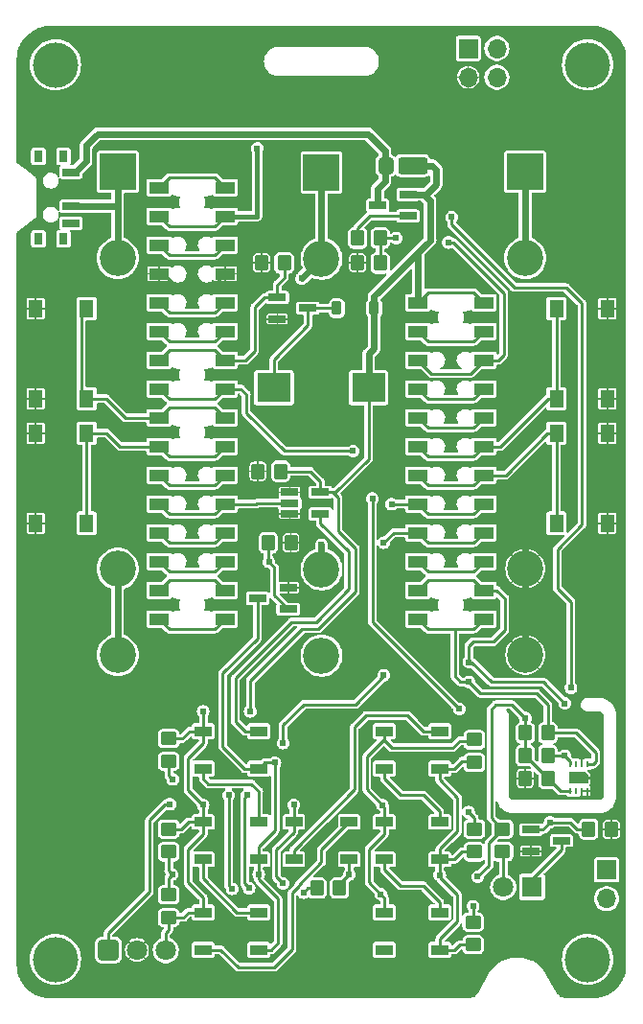
<source format=gtl>
G04 #@! TF.GenerationSoftware,KiCad,Pcbnew,7.0.7*
G04 #@! TF.CreationDate,2023-09-21T00:46:47-05:00*
G04 #@! TF.ProjectId,particle-bamf23-badge,70617274-6963-46c6-952d-62616d663233,v1.0*
G04 #@! TF.SameCoordinates,Original*
G04 #@! TF.FileFunction,Copper,L1,Top*
G04 #@! TF.FilePolarity,Positive*
%FSLAX46Y46*%
G04 Gerber Fmt 4.6, Leading zero omitted, Abs format (unit mm)*
G04 Created by KiCad (PCBNEW 7.0.7) date 2023-09-21 00:46:47*
%MOMM*%
%LPD*%
G01*
G04 APERTURE LIST*
G04 Aperture macros list*
%AMRoundRect*
0 Rectangle with rounded corners*
0 $1 Rounding radius*
0 $2 $3 $4 $5 $6 $7 $8 $9 X,Y pos of 4 corners*
0 Add a 4 corners polygon primitive as box body*
4,1,4,$2,$3,$4,$5,$6,$7,$8,$9,$2,$3,0*
0 Add four circle primitives for the rounded corners*
1,1,$1+$1,$2,$3*
1,1,$1+$1,$4,$5*
1,1,$1+$1,$6,$7*
1,1,$1+$1,$8,$9*
0 Add four rect primitives between the rounded corners*
20,1,$1+$1,$2,$3,$4,$5,0*
20,1,$1+$1,$4,$5,$6,$7,0*
20,1,$1+$1,$6,$7,$8,$9,0*
20,1,$1+$1,$8,$9,$2,$3,0*%
%AMFreePoly0*
4,1,6,0.500000,-0.850000,-0.500000,-0.850000,-0.500000,0.550000,-0.200000,0.850000,0.500000,0.850000,0.500000,-0.850000,0.500000,-0.850000,$1*%
G04 Aperture macros list end*
G04 #@! TA.AperFunction,ComponentPad*
%ADD10R,3.200000X3.200000*%
G04 #@! TD*
G04 #@! TA.AperFunction,ComponentPad*
%ADD11C,3.200000*%
G04 #@! TD*
G04 #@! TA.AperFunction,ComponentPad*
%ADD12R,1.800000X1.800000*%
G04 #@! TD*
G04 #@! TA.AperFunction,ComponentPad*
%ADD13C,1.800000*%
G04 #@! TD*
G04 #@! TA.AperFunction,ComponentPad*
%ADD14RoundRect,0.250200X-0.649800X-0.649800X0.649800X-0.649800X0.649800X0.649800X-0.649800X0.649800X0*%
G04 #@! TD*
G04 #@! TA.AperFunction,SMDPad,CuDef*
%ADD15R,1.560000X0.650000*%
G04 #@! TD*
G04 #@! TA.AperFunction,SMDPad,CuDef*
%ADD16RoundRect,0.250000X-0.450000X0.350000X-0.450000X-0.350000X0.450000X-0.350000X0.450000X0.350000X0*%
G04 #@! TD*
G04 #@! TA.AperFunction,SMDPad,CuDef*
%ADD17R,1.300000X1.550000*%
G04 #@! TD*
G04 #@! TA.AperFunction,SMDPad,CuDef*
%ADD18R,1.500000X0.900000*%
G04 #@! TD*
G04 #@! TA.AperFunction,SMDPad,CuDef*
%ADD19RoundRect,0.250000X0.350000X0.450000X-0.350000X0.450000X-0.350000X-0.450000X0.350000X-0.450000X0*%
G04 #@! TD*
G04 #@! TA.AperFunction,SMDPad,CuDef*
%ADD20R,0.250000X0.550000*%
G04 #@! TD*
G04 #@! TA.AperFunction,SMDPad,CuDef*
%ADD21FreePoly0,270.000000*%
G04 #@! TD*
G04 #@! TA.AperFunction,SMDPad,CuDef*
%ADD22R,0.800000X1.000000*%
G04 #@! TD*
G04 #@! TA.AperFunction,SMDPad,CuDef*
%ADD23R,1.500000X0.700000*%
G04 #@! TD*
G04 #@! TA.AperFunction,SMDPad,CuDef*
%ADD24R,1.780000X1.020000*%
G04 #@! TD*
G04 #@! TA.AperFunction,SMDPad,CuDef*
%ADD25R,3.000000X2.600000*%
G04 #@! TD*
G04 #@! TA.AperFunction,SMDPad,CuDef*
%ADD26RoundRect,0.250000X-0.350000X-0.450000X0.350000X-0.450000X0.350000X0.450000X-0.350000X0.450000X0*%
G04 #@! TD*
G04 #@! TA.AperFunction,ComponentPad*
%ADD27R,1.700000X1.700000*%
G04 #@! TD*
G04 #@! TA.AperFunction,ComponentPad*
%ADD28O,1.700000X1.700000*%
G04 #@! TD*
G04 #@! TA.AperFunction,WasherPad*
%ADD29C,4.000000*%
G04 #@! TD*
G04 #@! TA.AperFunction,SMDPad,CuDef*
%ADD30RoundRect,0.250000X0.450000X-0.350000X0.450000X0.350000X-0.450000X0.350000X-0.450000X-0.350000X0*%
G04 #@! TD*
G04 #@! TA.AperFunction,SMDPad,CuDef*
%ADD31RoundRect,0.250000X-1.050000X-0.500000X1.050000X-0.500000X1.050000X0.500000X-1.050000X0.500000X0*%
G04 #@! TD*
G04 #@! TA.AperFunction,SMDPad,CuDef*
%ADD32RoundRect,0.309524X-0.340476X-0.440476X0.340476X-0.440476X0.340476X0.440476X-0.340476X0.440476X0*%
G04 #@! TD*
G04 #@! TA.AperFunction,SMDPad,CuDef*
%ADD33RoundRect,0.225000X0.225000X0.375000X-0.225000X0.375000X-0.225000X-0.375000X0.225000X-0.375000X0*%
G04 #@! TD*
G04 #@! TA.AperFunction,ViaPad*
%ADD34C,0.609600*%
G04 #@! TD*
G04 #@! TA.AperFunction,Conductor*
%ADD35C,0.254000*%
G04 #@! TD*
G04 #@! TA.AperFunction,Conductor*
%ADD36C,0.609600*%
G04 #@! TD*
G04 #@! TA.AperFunction,Conductor*
%ADD37C,0.400000*%
G04 #@! TD*
G04 APERTURE END LIST*
D10*
X145000000Y-62950000D03*
D11*
X145000000Y-70570000D03*
X145000000Y-98000000D03*
X145000000Y-105620000D03*
D10*
X127000000Y-63000000D03*
D11*
X127000000Y-70620000D03*
X127000000Y-98050000D03*
X127000000Y-105670000D03*
D10*
X109000000Y-62950000D03*
D11*
X109000000Y-70570000D03*
X109000000Y-98000000D03*
X109000000Y-105620000D03*
D12*
X145600000Y-126100000D03*
D13*
X143060000Y-126100000D03*
D14*
X108160000Y-131675000D03*
D13*
X110700000Y-131675000D03*
X113240000Y-131675000D03*
D15*
X134650000Y-66850000D03*
X134650000Y-64950000D03*
X131950000Y-65900000D03*
D16*
X140500000Y-113100000D03*
X140500000Y-115100000D03*
X113500000Y-121000000D03*
X113500000Y-123000000D03*
D17*
X106250000Y-86025000D03*
X106250000Y-93975000D03*
X101750000Y-86025000D03*
X101750000Y-93975000D03*
D18*
X132550000Y-112350000D03*
X132550000Y-115650000D03*
X137450000Y-115650000D03*
X137450000Y-112350000D03*
D19*
X147000000Y-116500000D03*
X145000000Y-116500000D03*
X123700000Y-71000000D03*
X121700000Y-71000000D03*
D20*
X150500000Y-115275000D03*
X150000000Y-115275000D03*
X149500000Y-115275000D03*
X149000000Y-115275000D03*
X149000000Y-117625000D03*
X149500000Y-117625000D03*
X150000000Y-117625000D03*
X150500000Y-117625000D03*
D21*
X149750000Y-116450000D03*
D15*
X123100000Y-74050000D03*
X123100000Y-75950000D03*
X125800000Y-75000000D03*
X145500000Y-121050000D03*
X145500000Y-122950000D03*
X148200000Y-122000000D03*
D22*
X104210000Y-61578885D03*
X102000000Y-61578885D03*
X104210000Y-68878885D03*
X102000000Y-68878885D03*
D23*
X104860000Y-62978885D03*
X104860000Y-65978885D03*
X104860000Y-67478885D03*
D24*
X112660000Y-64340000D03*
X118480000Y-64340000D03*
X112660000Y-66880000D03*
X118480000Y-66880000D03*
X112660000Y-69420000D03*
X118480000Y-69420000D03*
X112660000Y-71960000D03*
X118480000Y-71960000D03*
X112660000Y-74500000D03*
X118480000Y-74500000D03*
X112660000Y-77040000D03*
X118480000Y-77040000D03*
X112660000Y-79580000D03*
X118480000Y-79580000D03*
X112660000Y-82120000D03*
X118480000Y-82120000D03*
D25*
X131150000Y-82000000D03*
X122800000Y-82000000D03*
D26*
X150600000Y-121000000D03*
X152600000Y-121000000D03*
X130200000Y-71000000D03*
X132200000Y-71000000D03*
D27*
X152200000Y-124600000D03*
D28*
X152200000Y-127140000D03*
D16*
X140400000Y-129200000D03*
X140400000Y-131200000D03*
D29*
X103500000Y-53500000D03*
D26*
X126600000Y-126200000D03*
X128600000Y-126200000D03*
D19*
X147000000Y-112500000D03*
X145000000Y-112500000D03*
X123400000Y-89400000D03*
X121400000Y-89400000D03*
D16*
X113500000Y-113000000D03*
X113500000Y-115000000D03*
D24*
X112660000Y-84660000D03*
X118480000Y-84660000D03*
X112660000Y-87200000D03*
X118480000Y-87200000D03*
X112660000Y-89740000D03*
X118480000Y-89740000D03*
X112660000Y-92280000D03*
X118480000Y-92280000D03*
X112660000Y-94820000D03*
X118480000Y-94820000D03*
X112660000Y-97360000D03*
X118480000Y-97360000D03*
X112660000Y-99900000D03*
X118480000Y-99900000D03*
X112660000Y-102440000D03*
X118480000Y-102440000D03*
D29*
X150500000Y-132500000D03*
D24*
X135520000Y-74500000D03*
X141340000Y-74500000D03*
X135520000Y-77040000D03*
X141340000Y-77040000D03*
X135520000Y-79580000D03*
X141340000Y-79580000D03*
X135520000Y-82120000D03*
X141340000Y-82120000D03*
X135520000Y-84660000D03*
X141340000Y-84660000D03*
X135520000Y-87200000D03*
X141340000Y-87200000D03*
X135520000Y-89740000D03*
X141340000Y-89740000D03*
X135520000Y-92280000D03*
X141340000Y-92280000D03*
X135520000Y-94820000D03*
X141340000Y-94820000D03*
X135520000Y-97360000D03*
X141340000Y-97360000D03*
X135520000Y-99900000D03*
X141340000Y-99900000D03*
X135520000Y-102440000D03*
X141340000Y-102440000D03*
D17*
X106250000Y-75025000D03*
X106250000Y-82975000D03*
X101750000Y-75025000D03*
X101750000Y-82975000D03*
D27*
X139960000Y-52060000D03*
D28*
X139960000Y-54600000D03*
X142500000Y-52060000D03*
X142500000Y-54600000D03*
D30*
X143000000Y-123000000D03*
X143000000Y-121000000D03*
D18*
X116550000Y-128350000D03*
X116550000Y-131650000D03*
X121450000Y-131650000D03*
X121450000Y-128350000D03*
D17*
X147750000Y-82975000D03*
X147750000Y-75025000D03*
X152250000Y-82975000D03*
X152250000Y-75025000D03*
D15*
X124050000Y-101575000D03*
X124050000Y-99675000D03*
X121350000Y-100625000D03*
X124200000Y-91250000D03*
X124200000Y-92200000D03*
X124200000Y-93150000D03*
X126900000Y-93150000D03*
X126900000Y-91250000D03*
D30*
X113500000Y-128800000D03*
X113500000Y-126800000D03*
D26*
X122300000Y-95700000D03*
X124300000Y-95700000D03*
D18*
X132550000Y-128350000D03*
X132550000Y-131650000D03*
X137450000Y-131650000D03*
X137450000Y-128350000D03*
X124550000Y-120350000D03*
X124550000Y-123650000D03*
X129450000Y-123650000D03*
X129450000Y-120350000D03*
D31*
X135050000Y-62400000D03*
D32*
X132675000Y-62400000D03*
D18*
X116550000Y-112350000D03*
X116550000Y-115650000D03*
X121450000Y-115650000D03*
X121450000Y-112350000D03*
D29*
X150500000Y-53500000D03*
X103500000Y-132500000D03*
D16*
X140500000Y-121000000D03*
X140500000Y-123000000D03*
D17*
X147750000Y-93975000D03*
X147750000Y-86025000D03*
X152250000Y-93975000D03*
X152250000Y-86025000D03*
D19*
X132200000Y-68800000D03*
X130200000Y-68800000D03*
X147000000Y-114500000D03*
X145000000Y-114500000D03*
D33*
X131650000Y-75000000D03*
X128350000Y-75000000D03*
D18*
X116550000Y-120350000D03*
X116550000Y-123650000D03*
X121450000Y-123650000D03*
X121450000Y-120350000D03*
X132550000Y-120350000D03*
X132550000Y-123650000D03*
X137450000Y-123650000D03*
X137450000Y-120350000D03*
D34*
X110850000Y-73570000D03*
X110860000Y-72560000D03*
X120270000Y-72620000D03*
X120240000Y-71500000D03*
X123020000Y-77180000D03*
X149160000Y-123580000D03*
X129700000Y-131130000D03*
X128500000Y-129510000D03*
X139410000Y-56400000D03*
X140690000Y-56400000D03*
X138500000Y-66950000D03*
X127000000Y-95890000D03*
X125240000Y-72360000D03*
X150250000Y-114320000D03*
X125660000Y-94530000D03*
X125660000Y-95720000D03*
X124210000Y-94220000D03*
X147200000Y-120400000D03*
X129790000Y-87609728D03*
X139180000Y-110390000D03*
X131500000Y-91800000D03*
X116550000Y-118850000D03*
X124550000Y-118850000D03*
X132375000Y-118875000D03*
X140000000Y-119500000D03*
X116550000Y-110600000D03*
X140400000Y-127800000D03*
X123600000Y-125800000D03*
X120700000Y-110600000D03*
X132250000Y-126750000D03*
X125400000Y-126600000D03*
X138210000Y-69190000D03*
X133600000Y-68800000D03*
X122350000Y-97400000D03*
X133200000Y-92300000D03*
X132500000Y-95700000D03*
X123600000Y-113400000D03*
X113600000Y-118800000D03*
X132500000Y-107400000D03*
X148500000Y-114500000D03*
X148500000Y-109900000D03*
X119100000Y-126270000D03*
X140020000Y-106250000D03*
X118800000Y-118000000D03*
X140020000Y-107990000D03*
X120400000Y-118000000D03*
X120600000Y-126200000D03*
X113850000Y-116600000D03*
X121450000Y-125000000D03*
X122890000Y-115130000D03*
X129450000Y-125000000D03*
X137450000Y-125050000D03*
X113800000Y-125000000D03*
X140800000Y-125200000D03*
X145000000Y-111190000D03*
X149040000Y-108510000D03*
X121310000Y-60870000D03*
D35*
X113850000Y-116600000D02*
X113500000Y-116250000D01*
X113500000Y-116250000D02*
X113500000Y-115000000D01*
X121970000Y-115130000D02*
X121450000Y-115650000D01*
X121450000Y-122550000D02*
X121450000Y-123650000D01*
X122890000Y-115130000D02*
X122900000Y-115140000D01*
X122900000Y-121100000D02*
X121450000Y-122550000D01*
X122890000Y-115130000D02*
X121970000Y-115130000D01*
X122900000Y-115140000D02*
X122900000Y-121100000D01*
D36*
X127000000Y-70620000D02*
X127000000Y-63000000D01*
X145000000Y-70570000D02*
X145000000Y-62950000D01*
X145000000Y-105620000D02*
X145000000Y-98000000D01*
X109000000Y-105620000D02*
X109000000Y-98000000D01*
X109000000Y-70570000D02*
X109000000Y-62950000D01*
X145000000Y-98000000D02*
X145000000Y-95300000D01*
D35*
X150000000Y-94120000D02*
X150000000Y-74560000D01*
X149040000Y-100930000D02*
X147840000Y-99730000D01*
X147840000Y-99730000D02*
X147840000Y-96280000D01*
X147840000Y-96280000D02*
X150000000Y-94120000D01*
X149040000Y-108510000D02*
X149040000Y-100930000D01*
X138500000Y-67610000D02*
X138500000Y-66950000D01*
X150000000Y-74560000D02*
X148610000Y-73170000D01*
X148610000Y-73170000D02*
X144060000Y-73170000D01*
X144060000Y-73170000D02*
X138500000Y-67610000D01*
X140020000Y-106250000D02*
X140020000Y-104820000D01*
X140020000Y-104820000D02*
X140400000Y-104440000D01*
X140400000Y-104440000D02*
X142160000Y-104440000D01*
X142160000Y-104440000D02*
X143200000Y-103400000D01*
X143200000Y-103400000D02*
X143200000Y-100610000D01*
X143200000Y-100610000D02*
X142490000Y-99900000D01*
X142490000Y-99900000D02*
X141340000Y-99900000D01*
X140020000Y-106250000D02*
X140280000Y-106250000D01*
X142030000Y-108000000D02*
X146600000Y-108000000D01*
X140280000Y-106250000D02*
X142030000Y-108000000D01*
X146600000Y-108000000D02*
X148500000Y-109900000D01*
X139270000Y-107990000D02*
X138780000Y-107500000D01*
X140020000Y-107990000D02*
X139270000Y-107990000D01*
X138780000Y-103337000D02*
X138770000Y-103327000D01*
X136407000Y-103327000D02*
X138770000Y-103327000D01*
X138770000Y-103327000D02*
X140040000Y-103327000D01*
X138780000Y-107500000D02*
X138780000Y-103337000D01*
X140040000Y-103327000D02*
X140453000Y-103327000D01*
X140020000Y-103347000D02*
X140040000Y-103327000D01*
X147000000Y-112500000D02*
X147000000Y-110000000D01*
X147000000Y-110000000D02*
X146000000Y-109000000D01*
X146000000Y-109000000D02*
X141030000Y-109000000D01*
X141030000Y-109000000D02*
X140020000Y-107990000D01*
D37*
X121300000Y-66880000D02*
X121300000Y-60880000D01*
X121300000Y-60880000D02*
X121310000Y-60870000D01*
X118480000Y-66880000D02*
X121300000Y-66880000D01*
D35*
X143120000Y-73670000D02*
X143120000Y-79080000D01*
X138210000Y-69190000D02*
X138640000Y-69190000D01*
X138640000Y-69190000D02*
X143120000Y-73670000D01*
X143120000Y-79080000D02*
X142620000Y-79580000D01*
X142620000Y-79580000D02*
X141340000Y-79580000D01*
D36*
X127000000Y-95890000D02*
X127000000Y-98050000D01*
X127010000Y-98040000D02*
X127000000Y-98050000D01*
X125240000Y-72360000D02*
X125260000Y-72360000D01*
X125260000Y-72360000D02*
X127000000Y-70620000D01*
X126010000Y-71610000D02*
X127000000Y-70620000D01*
D35*
X120350000Y-84250000D02*
X120350000Y-82600000D01*
X120350000Y-82600000D02*
X119870000Y-82120000D01*
X129790000Y-87609728D02*
X123700000Y-87600000D01*
X119870000Y-82120000D02*
X118480000Y-82120000D01*
X123700000Y-87600000D02*
X120350000Y-84250000D01*
X113045593Y-71960000D02*
X113932593Y-72847000D01*
X113932593Y-72847000D02*
X117593000Y-72847000D01*
X117593000Y-72847000D02*
X118480000Y-71960000D01*
X149750000Y-116450000D02*
X151550000Y-116450000D01*
X112660000Y-71960000D02*
X113045593Y-71960000D01*
X112660000Y-64340000D02*
X113547000Y-63453000D01*
X113547000Y-63453000D02*
X117593000Y-63453000D01*
X117593000Y-63453000D02*
X118480000Y-64340000D01*
X112660000Y-69420000D02*
X113547000Y-70307000D01*
X113547000Y-70307000D02*
X117593000Y-70307000D01*
X117593000Y-70307000D02*
X118480000Y-69420000D01*
X113547000Y-75387000D02*
X117593000Y-75387000D01*
X117593000Y-75387000D02*
X118480000Y-74500000D01*
X112660000Y-74500000D02*
X113547000Y-75387000D01*
X113547000Y-77927000D02*
X117593000Y-77927000D01*
X112660000Y-77040000D02*
X113547000Y-77927000D01*
X117593000Y-77927000D02*
X118480000Y-77040000D01*
X117593000Y-78693000D02*
X118480000Y-79580000D01*
X121100000Y-74900000D02*
X121950000Y-74050000D01*
X112660000Y-79580000D02*
X113547000Y-78693000D01*
X121100000Y-78750000D02*
X121100000Y-74900000D01*
X113547000Y-78693000D02*
X117593000Y-78693000D01*
X121950000Y-74050000D02*
X123100000Y-74050000D01*
X118480000Y-79580000D02*
X120270000Y-79580000D01*
X123700000Y-72300000D02*
X123100000Y-72900000D01*
X123700000Y-71000000D02*
X123700000Y-72300000D01*
X123100000Y-72900000D02*
X123100000Y-74050000D01*
X120270000Y-79580000D02*
X121100000Y-78750000D01*
X131500000Y-91800000D02*
X131500000Y-101400000D01*
X145500000Y-121050000D02*
X146550000Y-121050000D01*
X146550000Y-121050000D02*
X147200000Y-120400000D01*
X117593000Y-83007000D02*
X118480000Y-82120000D01*
X131500000Y-101400000D02*
X131500000Y-102710000D01*
X131500000Y-102710000D02*
X139180000Y-110390000D01*
X149000000Y-120400000D02*
X147200000Y-120400000D01*
X112660000Y-82120000D02*
X113547000Y-83007000D01*
X149600000Y-121000000D02*
X149000000Y-120400000D01*
X150600000Y-121000000D02*
X149600000Y-121000000D01*
X113547000Y-83007000D02*
X117593000Y-83007000D01*
D36*
X136240000Y-64950000D02*
X137130000Y-64060000D01*
X131650000Y-73950000D02*
X131650000Y-75000000D01*
D35*
X132550000Y-119050000D02*
X132375000Y-118875000D01*
D36*
X136600000Y-65500000D02*
X136600000Y-69000000D01*
X131600000Y-74950000D02*
X131650000Y-75000000D01*
D35*
X126600000Y-126200000D02*
X125800000Y-126200000D01*
X126700000Y-103300000D02*
X125300000Y-103300000D01*
X116500000Y-118850000D02*
X116550000Y-118850000D01*
X115200000Y-117550000D02*
X116500000Y-118850000D01*
X113500000Y-128800000D02*
X114800000Y-128800000D01*
X115200000Y-114750000D02*
X116550000Y-113400000D01*
X113240000Y-130160000D02*
X113240000Y-131675000D01*
X115200000Y-125700000D02*
X116550000Y-127050000D01*
X116550000Y-110600000D02*
X116550000Y-112350000D01*
X116300000Y-126800000D02*
X116550000Y-127050000D01*
X123600000Y-125800000D02*
X123000000Y-125200000D01*
X124550000Y-121268420D02*
X124550000Y-120350000D01*
X125800000Y-126200000D02*
X125400000Y-126600000D01*
D36*
X135520000Y-74500000D02*
X135520000Y-70080000D01*
X137130000Y-62770000D02*
X136760000Y-62400000D01*
X131150000Y-79050000D02*
X131150000Y-82000000D01*
D35*
X128000000Y-91250000D02*
X128450000Y-91700000D01*
X113500000Y-128800000D02*
X113500000Y-129900000D01*
X113500000Y-121000000D02*
X114600000Y-121000000D01*
X125300000Y-103300000D02*
X120700000Y-107900000D01*
X132250000Y-126750000D02*
X131200000Y-125700000D01*
X120700000Y-107900000D02*
X120700000Y-110600000D01*
X132550000Y-120350000D02*
X132550000Y-119050000D01*
X132550000Y-113150000D02*
X132550000Y-112350000D01*
X132550000Y-127050000D02*
X132250000Y-126750000D01*
X135520000Y-74500000D02*
X136407000Y-73613000D01*
X132550000Y-121450000D02*
X132550000Y-120350000D01*
D36*
X131650000Y-78550000D02*
X131150000Y-79050000D01*
D35*
X136407000Y-73613000D02*
X140453000Y-73613000D01*
X132550000Y-128350000D02*
X132550000Y-127050000D01*
X138600000Y-113800000D02*
X133200000Y-113800000D01*
X114700000Y-113000000D02*
X115350000Y-112350000D01*
X114600000Y-121000000D02*
X115250000Y-120350000D01*
X123000000Y-125200000D02*
X123000000Y-122818420D01*
X113500000Y-129900000D02*
X113240000Y-130160000D01*
D36*
X136760000Y-62400000D02*
X135050000Y-62400000D01*
D35*
X133200000Y-113800000D02*
X132550000Y-113150000D01*
X116550000Y-121450000D02*
X115200000Y-122800000D01*
X115250000Y-120350000D02*
X116550000Y-120350000D01*
X128450000Y-91700000D02*
X128450000Y-94650000D01*
X132550000Y-113050000D02*
X132550000Y-112350000D01*
X131150000Y-82000000D02*
X131150000Y-88300000D01*
X132375000Y-118875000D02*
X131000000Y-117500000D01*
X124550000Y-118850000D02*
X124550000Y-120350000D01*
X131200000Y-125700000D02*
X131200000Y-122800000D01*
X131200000Y-122800000D02*
X132550000Y-121450000D01*
D36*
X131650000Y-75000000D02*
X131650000Y-78550000D01*
D35*
X126900000Y-90300000D02*
X126900000Y-91250000D01*
X131000000Y-117500000D02*
X131000000Y-114600000D01*
X131000000Y-114600000D02*
X132550000Y-113050000D01*
X115350000Y-112350000D02*
X116550000Y-112350000D01*
D36*
X134650000Y-64950000D02*
X136240000Y-64950000D01*
D35*
X140500000Y-120000000D02*
X140500000Y-121000000D01*
D36*
X136600000Y-69000000D02*
X131650000Y-73950000D01*
D35*
X116550000Y-113400000D02*
X116550000Y-112350000D01*
X114800000Y-128800000D02*
X115250000Y-128350000D01*
X116550000Y-120350000D02*
X116550000Y-118850000D01*
X140500000Y-113100000D02*
X140400000Y-113200000D01*
X140000000Y-119500000D02*
X140500000Y-120000000D01*
X140453000Y-73613000D02*
X141340000Y-74500000D01*
X130000000Y-100000000D02*
X126700000Y-103300000D01*
X128200000Y-91250000D02*
X126900000Y-91250000D01*
X115250000Y-128350000D02*
X116550000Y-128350000D01*
X123400000Y-89400000D02*
X126000000Y-89400000D01*
X113500000Y-113000000D02*
X114700000Y-113000000D01*
X131150000Y-88300000D02*
X128200000Y-91250000D01*
X123000000Y-122818420D02*
X124550000Y-121268420D01*
X139200000Y-113200000D02*
X138600000Y-113800000D01*
X128450000Y-94650000D02*
X130000000Y-96200000D01*
X140400000Y-113200000D02*
X139200000Y-113200000D01*
X116550000Y-127050000D02*
X116550000Y-128350000D01*
D36*
X137130000Y-64060000D02*
X137130000Y-62770000D01*
X134650000Y-64950000D02*
X136050000Y-64950000D01*
D35*
X126900000Y-91250000D02*
X128000000Y-91250000D01*
X115200000Y-122800000D02*
X115200000Y-125700000D01*
X115200000Y-117550000D02*
X115200000Y-114750000D01*
X135520000Y-70080000D02*
X136600000Y-69000000D01*
X140400000Y-129200000D02*
X140400000Y-127800000D01*
D36*
X136050000Y-64950000D02*
X136600000Y-65500000D01*
D35*
X130000000Y-96200000D02*
X130000000Y-100000000D01*
X126000000Y-89400000D02*
X126900000Y-90300000D01*
X116550000Y-120350000D02*
X116550000Y-121450000D01*
X140453000Y-77927000D02*
X141340000Y-77040000D01*
X135520000Y-77040000D02*
X136407000Y-77927000D01*
X136407000Y-77927000D02*
X140453000Y-77927000D01*
X136715000Y-80775000D02*
X140145000Y-80775000D01*
X140145000Y-80775000D02*
X141340000Y-79580000D01*
X135520000Y-79580000D02*
X136715000Y-80775000D01*
X132200000Y-68800000D02*
X132200000Y-71000000D01*
X133600000Y-68800000D02*
X132200000Y-68800000D01*
X135520000Y-82120000D02*
X136407000Y-83007000D01*
X140453000Y-83007000D02*
X141340000Y-82120000D01*
X136407000Y-83007000D02*
X140453000Y-83007000D01*
X140453000Y-85547000D02*
X141340000Y-84660000D01*
X136407000Y-85547000D02*
X140453000Y-85547000D01*
X135520000Y-84660000D02*
X136407000Y-85547000D01*
X142800000Y-87200000D02*
X141340000Y-87200000D01*
X135520000Y-87200000D02*
X136407000Y-88087000D01*
X147025000Y-82975000D02*
X142800000Y-87200000D01*
X140453000Y-88087000D02*
X141340000Y-87200000D01*
X136407000Y-88087000D02*
X140453000Y-88087000D01*
X147750000Y-75025000D02*
X147750000Y-82975000D01*
X147750000Y-82975000D02*
X147025000Y-82975000D01*
X136407000Y-90627000D02*
X140453000Y-90627000D01*
X147750000Y-86025000D02*
X147750000Y-93975000D01*
X143260000Y-89740000D02*
X146975000Y-86025000D01*
X135520000Y-89740000D02*
X136407000Y-90627000D01*
X140453000Y-90627000D02*
X141340000Y-89740000D01*
X141340000Y-89740000D02*
X143260000Y-89740000D01*
X146975000Y-86025000D02*
X147750000Y-86025000D01*
X135520000Y-92280000D02*
X136407000Y-93167000D01*
X122300000Y-97350000D02*
X122350000Y-97400000D01*
X122300000Y-95700000D02*
X122300000Y-97350000D01*
X140453000Y-93167000D02*
X141340000Y-92280000D01*
X122825000Y-97875000D02*
X122825000Y-100350000D01*
X133200000Y-92300000D02*
X135500000Y-92300000D01*
X122825000Y-100350000D02*
X124050000Y-101575000D01*
X136407000Y-93167000D02*
X140453000Y-93167000D01*
X122350000Y-97400000D02*
X122825000Y-97875000D01*
X135500000Y-92300000D02*
X135520000Y-92280000D01*
X111800000Y-120200000D02*
X111800000Y-126500000D01*
X132500000Y-107500000D02*
X132500000Y-107400000D01*
X125400000Y-110000000D02*
X130000000Y-110000000D01*
X140453000Y-95707000D02*
X141340000Y-94820000D01*
X123600000Y-113400000D02*
X123600000Y-111800000D01*
X135520000Y-94820000D02*
X133380000Y-94820000D01*
X113200000Y-118800000D02*
X111800000Y-120200000D01*
X133380000Y-94820000D02*
X132500000Y-95700000D01*
X123600000Y-111800000D02*
X125400000Y-110000000D01*
X111800000Y-126500000D02*
X108160000Y-130140000D01*
X130000000Y-110000000D02*
X132500000Y-107500000D01*
X136407000Y-95707000D02*
X140453000Y-95707000D01*
X108160000Y-130140000D02*
X108160000Y-131675000D01*
X135520000Y-94820000D02*
X136407000Y-95707000D01*
X113600000Y-118800000D02*
X113200000Y-118800000D01*
X135520000Y-97360000D02*
X136407000Y-98247000D01*
X136407000Y-98247000D02*
X140453000Y-98247000D01*
X140453000Y-98247000D02*
X141340000Y-97360000D01*
X135480000Y-97400000D02*
X135520000Y-97360000D01*
X148500000Y-114500000D02*
X147000000Y-114500000D01*
X148500000Y-114500000D02*
X148994000Y-114994000D01*
X148994000Y-114994000D02*
X148994000Y-115275000D01*
X135520000Y-99900000D02*
X136407000Y-99013000D01*
X140453000Y-99013000D02*
X141340000Y-99900000D01*
X119100000Y-126270000D02*
X118800000Y-125970000D01*
X136407000Y-99013000D02*
X140453000Y-99013000D01*
X118800000Y-125970000D02*
X118800000Y-118000000D01*
X120600000Y-126200000D02*
X120200000Y-125800000D01*
X135520000Y-102440000D02*
X136407000Y-103327000D01*
X151220000Y-115040000D02*
X150985000Y-115275000D01*
X120200000Y-118200000D02*
X120400000Y-118000000D01*
X151220000Y-114220000D02*
X151220000Y-115040000D01*
X149500000Y-112500000D02*
X151220000Y-114220000D01*
X120200000Y-125800000D02*
X120200000Y-118200000D01*
X150985000Y-115275000D02*
X150506000Y-115275000D01*
X147000000Y-112500000D02*
X149500000Y-112500000D01*
X140453000Y-103327000D02*
X141340000Y-102440000D01*
X113547000Y-103327000D02*
X117593000Y-103327000D01*
X112660000Y-102440000D02*
X113547000Y-103327000D01*
X117593000Y-103327000D02*
X118480000Y-102440000D01*
X113547000Y-99013000D02*
X117593000Y-99013000D01*
X112660000Y-99900000D02*
X113547000Y-99013000D01*
X117593000Y-99013000D02*
X118480000Y-99900000D01*
X113547000Y-98247000D02*
X117593000Y-98247000D01*
X117593000Y-98247000D02*
X118480000Y-97360000D01*
X112660000Y-97360000D02*
X113547000Y-98247000D01*
X113547000Y-95707000D02*
X117593000Y-95707000D01*
X117593000Y-95707000D02*
X118480000Y-94820000D01*
X112660000Y-94820000D02*
X113547000Y-95707000D01*
X124200000Y-92200000D02*
X121300000Y-92200000D01*
X118480000Y-92280000D02*
X117593000Y-93167000D01*
X121220000Y-92280000D02*
X121300000Y-92200000D01*
X117593000Y-93167000D02*
X113555000Y-93167000D01*
X113551000Y-93171000D02*
X112660000Y-92280000D01*
X118480000Y-92280000D02*
X121220000Y-92280000D01*
X113555000Y-93167000D02*
X113551000Y-93171000D01*
X117593000Y-90627000D02*
X118480000Y-89740000D01*
X113547000Y-90627000D02*
X117593000Y-90627000D01*
X112660000Y-89740000D02*
X113547000Y-90627000D01*
X106250000Y-86025000D02*
X106250000Y-93975000D01*
X113547000Y-88087000D02*
X117593000Y-88087000D01*
X112660000Y-87200000D02*
X112125000Y-87200000D01*
X112660000Y-87200000D02*
X113547000Y-88087000D01*
X109200000Y-87200000D02*
X112660000Y-87200000D01*
X117593000Y-88087000D02*
X118480000Y-87200000D01*
X106250000Y-86025000D02*
X108025000Y-86025000D01*
X108025000Y-86025000D02*
X109200000Y-87200000D01*
X113547000Y-83773000D02*
X117593000Y-83773000D01*
X106250000Y-82975000D02*
X107975000Y-82975000D01*
X117593000Y-83773000D02*
X118480000Y-84660000D01*
X109660000Y-84660000D02*
X112660000Y-84660000D01*
X112660000Y-84660000D02*
X113547000Y-83773000D01*
X107975000Y-82975000D02*
X109660000Y-84660000D01*
X106250000Y-75025000D02*
X105790000Y-75485000D01*
X105790000Y-82515000D02*
X106250000Y-82975000D01*
X105790000Y-75485000D02*
X105790000Y-82515000D01*
X121450000Y-125450000D02*
X121450000Y-125000000D01*
X121450000Y-115650000D02*
X120200000Y-115650000D01*
X137450000Y-115650000D02*
X137450000Y-116650000D01*
X137450000Y-130700000D02*
X137450000Y-131650000D01*
X140400000Y-131200000D02*
X139200000Y-131200000D01*
X123150000Y-131050000D02*
X123150000Y-127150000D01*
X128600000Y-126200000D02*
X128600000Y-125850000D01*
X140400000Y-115000000D02*
X139400000Y-115000000D01*
X113500000Y-125300000D02*
X113800000Y-125000000D01*
X137450000Y-125250000D02*
X139000000Y-126800000D01*
X128600000Y-125850000D02*
X129450000Y-125000000D01*
X121450000Y-123650000D02*
X121450000Y-125000000D01*
X121350000Y-100625000D02*
X121350000Y-104150000D01*
X139400000Y-123000000D02*
X138750000Y-123650000D01*
X113500000Y-126800000D02*
X113500000Y-125300000D01*
X137450000Y-123650000D02*
X137450000Y-125250000D01*
X113500000Y-123000000D02*
X113500000Y-124700000D01*
X137450000Y-122750000D02*
X137450000Y-123650000D01*
X123150000Y-127150000D02*
X121450000Y-125450000D01*
X121350000Y-104150000D02*
X118250000Y-107250000D01*
X137450000Y-116650000D02*
X139000000Y-118200000D01*
X139000000Y-129150000D02*
X137450000Y-130700000D01*
X139000000Y-121200000D02*
X137450000Y-122750000D01*
X140500000Y-115100000D02*
X140400000Y-115000000D01*
X121450000Y-131650000D02*
X122550000Y-131650000D01*
X139400000Y-115000000D02*
X138750000Y-115650000D01*
X120200000Y-115650000D02*
X118250000Y-113700000D01*
X138750000Y-115650000D02*
X137450000Y-115650000D01*
X113500000Y-124700000D02*
X113800000Y-125000000D01*
X140500000Y-123000000D02*
X139400000Y-123000000D01*
X138750000Y-131650000D02*
X137450000Y-131650000D01*
X139000000Y-118200000D02*
X139000000Y-121200000D01*
X118250000Y-113700000D02*
X118250000Y-107250000D01*
X139000000Y-126800000D02*
X139000000Y-129150000D01*
X122550000Y-131650000D02*
X123150000Y-131050000D01*
X138750000Y-123650000D02*
X137450000Y-123650000D01*
X139200000Y-131200000D02*
X138750000Y-131650000D01*
X129450000Y-125000000D02*
X129450000Y-123650000D01*
X122800000Y-79500000D02*
X122800000Y-82000000D01*
X125800000Y-76500000D02*
X122800000Y-79500000D01*
X125800000Y-75000000D02*
X128350000Y-75000000D01*
X125800000Y-75000000D02*
X125800000Y-76500000D01*
X143060000Y-123060000D02*
X143060000Y-126100000D01*
X143000000Y-123000000D02*
X143060000Y-123060000D01*
X116550000Y-115650000D02*
X116550000Y-116550000D01*
X121450000Y-117650000D02*
X121450000Y-120350000D01*
X116550000Y-116550000D02*
X117000000Y-117000000D01*
X120800000Y-117000000D02*
X121450000Y-117650000D01*
X117000000Y-117000000D02*
X120800000Y-117000000D01*
X119400000Y-111500000D02*
X120250000Y-112350000D01*
X124350000Y-102700000D02*
X119400000Y-107650000D01*
X126500000Y-102700000D02*
X124350000Y-102700000D01*
X129400000Y-96500000D02*
X129400000Y-99800000D01*
X126900000Y-94000000D02*
X129400000Y-96500000D01*
X120250000Y-112350000D02*
X121450000Y-112350000D01*
X129400000Y-99800000D02*
X126500000Y-102700000D01*
X119400000Y-107650000D02*
X119400000Y-111500000D01*
X126900000Y-93150000D02*
X126900000Y-94000000D01*
X116550000Y-123650000D02*
X116550000Y-125350000D01*
X119550000Y-128350000D02*
X121450000Y-128350000D01*
X116550000Y-125350000D02*
X119550000Y-128350000D01*
X118100000Y-131650000D02*
X116550000Y-131650000D01*
X125000000Y-125900000D02*
X125000000Y-126030132D01*
X119650000Y-133200000D02*
X118100000Y-131650000D01*
X122800000Y-133200000D02*
X119650000Y-133200000D01*
X125000000Y-126030132D02*
X124400000Y-126630132D01*
X124400000Y-126630132D02*
X124400000Y-131600000D01*
X129500000Y-120300000D02*
X129450000Y-120350000D01*
X127000000Y-122800000D02*
X127000000Y-123900000D01*
X124400000Y-131600000D02*
X122800000Y-133200000D01*
X127000000Y-123900000D02*
X125000000Y-125900000D01*
X129450000Y-120350000D02*
X127000000Y-122800000D01*
X124550000Y-123650000D02*
X124550000Y-122850000D01*
X136000000Y-112350000D02*
X137450000Y-112350000D01*
X137500000Y-112300000D02*
X137450000Y-112350000D01*
X124550000Y-122850000D02*
X129900000Y-117500000D01*
X129900000Y-117500000D02*
X129900000Y-112000000D01*
X130950000Y-110950000D02*
X134600000Y-110950000D01*
X129900000Y-112000000D02*
X130950000Y-110950000D01*
X134600000Y-110950000D02*
X136000000Y-112350000D01*
X134000000Y-118000000D02*
X136000000Y-118000000D01*
X132550000Y-115650000D02*
X132550000Y-116550000D01*
X136000000Y-118000000D02*
X137450000Y-119450000D01*
X137450000Y-119450000D02*
X137450000Y-120350000D01*
X132550000Y-116550000D02*
X134000000Y-118000000D01*
X132550000Y-124550000D02*
X134000000Y-126000000D01*
X134000000Y-126000000D02*
X136000000Y-126000000D01*
X132550000Y-123650000D02*
X132550000Y-124550000D01*
X136000000Y-126000000D02*
X137450000Y-127450000D01*
X137450000Y-127450000D02*
X137450000Y-128350000D01*
D36*
X109000000Y-65900000D02*
X108921115Y-65978885D01*
X109000000Y-62950000D02*
X109000000Y-65900000D01*
X108921115Y-65978885D02*
X104860000Y-65978885D01*
X107200000Y-59600000D02*
X131100000Y-59600000D01*
X131100000Y-59600000D02*
X132600000Y-61100000D01*
X104860000Y-62978885D02*
X105221115Y-62978885D01*
X132600000Y-63800000D02*
X132600000Y-62475000D01*
X132600000Y-63800000D02*
X131950000Y-64450000D01*
X105221115Y-62978885D02*
X106200000Y-62000000D01*
X131950000Y-64450000D02*
X131950000Y-65900000D01*
X104888885Y-62950000D02*
X104860000Y-62978885D01*
X106200000Y-62000000D02*
X106200000Y-60600000D01*
X132600000Y-62475000D02*
X132675000Y-62400000D01*
X132600000Y-62325000D02*
X132675000Y-62400000D01*
X132600000Y-61100000D02*
X132600000Y-62325000D01*
X106200000Y-60600000D02*
X107200000Y-59600000D01*
D35*
X130200000Y-68800000D02*
X130200000Y-67900000D01*
X130200000Y-67900000D02*
X131250000Y-66850000D01*
X131250000Y-66850000D02*
X134650000Y-66850000D01*
X143000000Y-121000000D02*
X142000000Y-120000000D01*
X143818000Y-110008000D02*
X145000000Y-111190000D01*
X145000000Y-111190000D02*
X145000000Y-112500000D01*
X117593000Y-67767000D02*
X118480000Y-66880000D01*
X142000000Y-110400000D02*
X142392000Y-110008000D01*
X140800000Y-125200000D02*
X141800000Y-124200000D01*
X142392000Y-110008000D02*
X143818000Y-110008000D01*
X145000000Y-114500000D02*
X147000000Y-116500000D01*
X141800000Y-124200000D02*
X141800000Y-122200000D01*
X145000000Y-112500000D02*
X145000000Y-114500000D01*
X142000000Y-120000000D02*
X142000000Y-110400000D01*
X141800000Y-122200000D02*
X143000000Y-121000000D01*
X112660000Y-66880000D02*
X113547000Y-67767000D01*
X148125000Y-117625000D02*
X148994000Y-117625000D01*
X147000000Y-116500000D02*
X148125000Y-117625000D01*
X113547000Y-67767000D02*
X117593000Y-67767000D01*
X145600000Y-125400000D02*
X145600000Y-126100000D01*
X148200000Y-122000000D02*
X148200000Y-122800000D01*
X148200000Y-122800000D02*
X145600000Y-125400000D01*
G04 #@! TA.AperFunction,Conductor*
G36*
X149359168Y-112899093D02*
G01*
X149364004Y-112903526D01*
X150816474Y-114355996D01*
X150838214Y-114402616D01*
X150838500Y-114409170D01*
X150838500Y-114695882D01*
X150820907Y-114744220D01*
X150776358Y-114769940D01*
X150731581Y-114762044D01*
X150731144Y-114763101D01*
X150726376Y-114761126D01*
X150725700Y-114761007D01*
X150724924Y-114760524D01*
X150724299Y-114760265D01*
X150650067Y-114745500D01*
X150349932Y-114745500D01*
X150349931Y-114745501D01*
X150275697Y-114760266D01*
X150191515Y-114816515D01*
X150186279Y-114821752D01*
X150184786Y-114820259D01*
X150151591Y-114844597D01*
X150130551Y-114847600D01*
X150076200Y-114847600D01*
X150076200Y-115276000D01*
X150058607Y-115324338D01*
X150014058Y-115350058D01*
X150001000Y-115351200D01*
X149999000Y-115351200D01*
X149950662Y-115333607D01*
X149924942Y-115289058D01*
X149923800Y-115276000D01*
X149923800Y-114847600D01*
X149869449Y-114847600D01*
X149821111Y-114830007D01*
X149813627Y-114821658D01*
X149808485Y-114816516D01*
X149724304Y-114760267D01*
X149724299Y-114760265D01*
X149650067Y-114745500D01*
X149349934Y-114745500D01*
X149349927Y-114745501D01*
X149335938Y-114748283D01*
X149285098Y-114740454D01*
X149270345Y-114729855D01*
X149258182Y-114718660D01*
X149172374Y-114632852D01*
X149085905Y-114546383D01*
X149064523Y-114503025D01*
X149064125Y-114500004D01*
X149064126Y-114500000D01*
X149044904Y-114353993D01*
X148988547Y-114217937D01*
X148976821Y-114202655D01*
X148898897Y-114101102D01*
X148782066Y-114011455D01*
X148782065Y-114011454D01*
X148782063Y-114011453D01*
X148694112Y-113975022D01*
X148646008Y-113955096D01*
X148500000Y-113935874D01*
X148353991Y-113955096D01*
X148269699Y-113990012D01*
X148217937Y-114011453D01*
X148217936Y-114011453D01*
X148217933Y-114011455D01*
X148098683Y-114102960D01*
X148052904Y-114118500D01*
X147929699Y-114118500D01*
X147881361Y-114100907D01*
X147855641Y-114056358D01*
X147854499Y-114043300D01*
X147854499Y-114001755D01*
X147854499Y-114001746D01*
X147848040Y-113941658D01*
X147848038Y-113941654D01*
X147848038Y-113941651D01*
X147797344Y-113805737D01*
X147797340Y-113805730D01*
X147710404Y-113689595D01*
X147594269Y-113602659D01*
X147594262Y-113602656D01*
X147507938Y-113570458D01*
X147468796Y-113537082D01*
X147460266Y-113486354D01*
X147486339Y-113442012D01*
X147507938Y-113429542D01*
X147542196Y-113416763D01*
X147594267Y-113397342D01*
X147710404Y-113310404D01*
X147797342Y-113194267D01*
X147848040Y-113058342D01*
X147854500Y-112998255D01*
X147854500Y-112956700D01*
X147872093Y-112908362D01*
X147916642Y-112882642D01*
X147929700Y-112881500D01*
X149310830Y-112881500D01*
X149359168Y-112899093D01*
G37*
G04 #@! TD.AperFunction*
G04 #@! TA.AperFunction,Conductor*
G36*
X151001047Y-50075559D02*
G01*
X151325329Y-50093771D01*
X151329522Y-50094243D01*
X151648681Y-50148470D01*
X151652796Y-50149409D01*
X151963867Y-50239027D01*
X151967850Y-50240421D01*
X152266940Y-50364308D01*
X152270742Y-50366139D01*
X152554082Y-50522735D01*
X152557650Y-50524977D01*
X152672697Y-50606607D01*
X152821674Y-50712312D01*
X152824969Y-50714940D01*
X153066363Y-50930662D01*
X153069337Y-50933636D01*
X153284867Y-51174815D01*
X153285056Y-51175026D01*
X153287687Y-51178325D01*
X153475019Y-51442344D01*
X153477264Y-51445917D01*
X153633860Y-51729257D01*
X153635691Y-51733059D01*
X153759578Y-52032149D01*
X153760972Y-52036132D01*
X153850590Y-52347203D01*
X153851529Y-52351318D01*
X153905756Y-52670477D01*
X153906228Y-52674670D01*
X153924441Y-52998950D01*
X153924500Y-53001059D01*
X153924500Y-132998939D01*
X153924441Y-133001048D01*
X153906228Y-133325329D01*
X153905756Y-133329522D01*
X153851529Y-133648681D01*
X153850590Y-133652796D01*
X153760972Y-133963867D01*
X153759578Y-133967850D01*
X153635691Y-134266940D01*
X153633860Y-134270742D01*
X153477264Y-134554082D01*
X153475019Y-134557655D01*
X153287687Y-134821674D01*
X153285056Y-134824973D01*
X153069342Y-135066358D01*
X153066358Y-135069342D01*
X152824973Y-135285056D01*
X152821674Y-135287687D01*
X152557655Y-135475019D01*
X152554082Y-135477264D01*
X152270742Y-135633860D01*
X152266940Y-135635691D01*
X151967850Y-135759578D01*
X151963867Y-135760972D01*
X151652796Y-135850590D01*
X151648681Y-135851529D01*
X151329522Y-135905756D01*
X151325329Y-135906228D01*
X151001048Y-135924441D01*
X150998939Y-135924500D01*
X148601645Y-135924500D01*
X148598370Y-135924356D01*
X148504418Y-135916101D01*
X148445371Y-135910913D01*
X148432410Y-135908618D01*
X148288894Y-135869993D01*
X148276529Y-135865472D01*
X148141951Y-135802412D01*
X148130566Y-135795805D01*
X148009043Y-135710243D01*
X147998984Y-135701751D01*
X147894251Y-135596315D01*
X147885828Y-135586201D01*
X147798367Y-135460205D01*
X147796442Y-135457122D01*
X146895393Y-133845365D01*
X146894335Y-133842544D01*
X146889593Y-133834325D01*
X146889594Y-133834325D01*
X146877583Y-133813506D01*
X146871343Y-133802344D01*
X146869266Y-133798628D01*
X146867635Y-133796263D01*
X146858596Y-133780596D01*
X146799382Y-133677964D01*
X146616082Y-133425518D01*
X146616080Y-133425516D01*
X146616079Y-133425514D01*
X146407399Y-133193632D01*
X146407387Y-133193619D01*
X146175605Y-132984828D01*
X146175590Y-132984815D01*
X145923254Y-132801407D01*
X145923232Y-132801393D01*
X145653089Y-132645369D01*
X145582267Y-132613826D01*
X145368099Y-132518439D01*
X145311368Y-132500000D01*
X148240663Y-132500000D01*
X148259991Y-132794897D01*
X148259991Y-132794901D01*
X148259992Y-132794903D01*
X148317648Y-133084759D01*
X148351025Y-133183086D01*
X148412644Y-133364610D01*
X148512867Y-133567842D01*
X148543357Y-133629669D01*
X148687483Y-133845369D01*
X148707550Y-133875401D01*
X148902406Y-134097593D01*
X149099846Y-134270742D01*
X149124603Y-134292453D01*
X149370331Y-134456643D01*
X149635389Y-134587355D01*
X149915241Y-134682352D01*
X150205097Y-134740008D01*
X150450849Y-134756115D01*
X150499999Y-134759337D01*
X150499999Y-134759336D01*
X150500000Y-134759337D01*
X150794903Y-134740008D01*
X151084759Y-134682352D01*
X151364611Y-134587355D01*
X151629669Y-134456643D01*
X151875397Y-134292453D01*
X152097593Y-134097593D01*
X152292453Y-133875397D01*
X152456643Y-133629669D01*
X152587355Y-133364611D01*
X152682352Y-133084759D01*
X152740008Y-132794903D01*
X152759337Y-132500000D01*
X152740008Y-132205097D01*
X152682352Y-131915241D01*
X152587355Y-131635389D01*
X152456643Y-131370332D01*
X152292453Y-131124603D01*
X152292449Y-131124598D01*
X152097593Y-130902406D01*
X151875401Y-130707550D01*
X151861119Y-130698007D01*
X151629669Y-130543357D01*
X151591244Y-130524408D01*
X151364610Y-130412644D01*
X151166808Y-130345500D01*
X151084759Y-130317648D01*
X151084756Y-130317647D01*
X151084755Y-130317647D01*
X150937874Y-130288430D01*
X150794903Y-130259992D01*
X150794901Y-130259991D01*
X150794897Y-130259991D01*
X150500000Y-130240663D01*
X150205102Y-130259991D01*
X150205097Y-130259992D01*
X149915244Y-130317647D01*
X149635389Y-130412644D01*
X149370335Y-130543355D01*
X149124598Y-130707550D01*
X148902406Y-130902406D01*
X148707550Y-131124598D01*
X148543355Y-131370335D01*
X148412644Y-131635389D01*
X148317647Y-131915244D01*
X148259992Y-132205097D01*
X148259991Y-132205102D01*
X148240663Y-132499999D01*
X148240663Y-132500000D01*
X145311368Y-132500000D01*
X145105801Y-132433186D01*
X145071410Y-132422008D01*
X145071408Y-132422007D01*
X145036478Y-132414580D01*
X144766251Y-132357123D01*
X144766246Y-132357122D01*
X144766244Y-132357122D01*
X144455983Y-132324502D01*
X144455990Y-132324502D01*
X144324531Y-132324500D01*
X144300000Y-132324500D01*
X144275469Y-132324500D01*
X144271755Y-132324500D01*
X144271739Y-132324501D01*
X144144013Y-132324503D01*
X143833755Y-132357123D01*
X143833751Y-132357123D01*
X143833749Y-132357124D01*
X143681173Y-132389565D01*
X143528591Y-132422008D01*
X143528589Y-132422009D01*
X143231901Y-132518440D01*
X142946910Y-132645370D01*
X142676768Y-132801394D01*
X142676746Y-132801408D01*
X142424410Y-132984816D01*
X142424395Y-132984829D01*
X142192613Y-133193620D01*
X142192601Y-133193633D01*
X141983927Y-133425509D01*
X141983921Y-133425516D01*
X141800617Y-133677964D01*
X141742767Y-133778233D01*
X141740814Y-133780596D01*
X141722393Y-133813547D01*
X141705694Y-133842493D01*
X141704634Y-133845311D01*
X141680519Y-133888447D01*
X140898962Y-135286466D01*
X140803567Y-135457104D01*
X140801634Y-135460198D01*
X140714176Y-135586195D01*
X140705751Y-135596311D01*
X140601009Y-135701754D01*
X140590951Y-135710245D01*
X140469431Y-135795806D01*
X140458045Y-135802413D01*
X140323471Y-135865470D01*
X140311108Y-135869991D01*
X140167590Y-135908617D01*
X140154628Y-135910912D01*
X140094858Y-135916164D01*
X140001617Y-135924356D01*
X139998345Y-135924500D01*
X103001061Y-135924500D01*
X102998952Y-135924441D01*
X102674670Y-135906228D01*
X102670477Y-135905756D01*
X102351318Y-135851529D01*
X102347203Y-135850590D01*
X102036132Y-135760972D01*
X102032149Y-135759578D01*
X101733059Y-135635691D01*
X101729257Y-135633860D01*
X101445917Y-135477264D01*
X101442344Y-135475019D01*
X101178325Y-135287687D01*
X101175026Y-135285056D01*
X100933636Y-135069337D01*
X100930662Y-135066363D01*
X100714940Y-134824969D01*
X100712312Y-134821674D01*
X100524977Y-134557650D01*
X100522735Y-134554082D01*
X100366139Y-134270742D01*
X100364308Y-134266940D01*
X100240421Y-133967850D01*
X100239027Y-133963867D01*
X100149409Y-133652796D01*
X100148470Y-133648681D01*
X100094243Y-133329522D01*
X100093771Y-133325329D01*
X100080260Y-133084759D01*
X100075557Y-133001018D01*
X100075500Y-132998971D01*
X100075500Y-132975469D01*
X100075500Y-132500000D01*
X101240663Y-132500000D01*
X101259991Y-132794897D01*
X101259991Y-132794901D01*
X101259992Y-132794903D01*
X101317648Y-133084759D01*
X101351025Y-133183086D01*
X101412644Y-133364610D01*
X101512867Y-133567842D01*
X101543357Y-133629669D01*
X101687483Y-133845369D01*
X101707550Y-133875401D01*
X101902406Y-134097593D01*
X102099846Y-134270742D01*
X102124603Y-134292453D01*
X102370331Y-134456643D01*
X102635389Y-134587355D01*
X102915241Y-134682352D01*
X103205097Y-134740008D01*
X103450849Y-134756115D01*
X103499999Y-134759337D01*
X103499999Y-134759336D01*
X103500000Y-134759337D01*
X103794903Y-134740008D01*
X104084759Y-134682352D01*
X104364611Y-134587355D01*
X104629669Y-134456643D01*
X104875397Y-134292453D01*
X105097593Y-134097593D01*
X105292453Y-133875397D01*
X105456643Y-133629669D01*
X105587355Y-133364611D01*
X105682352Y-133084759D01*
X105740008Y-132794903D01*
X105759337Y-132500000D01*
X105751018Y-132373072D01*
X107005500Y-132373072D01*
X107010761Y-132422009D01*
X107011963Y-132433183D01*
X107011963Y-132433186D01*
X107027746Y-132475501D01*
X107062680Y-132569164D01*
X107062681Y-132569165D01*
X107062681Y-132569166D01*
X107149652Y-132685347D01*
X107212630Y-132732491D01*
X107265836Y-132772320D01*
X107401815Y-132823037D01*
X107461928Y-132829500D01*
X107461936Y-132829500D01*
X108858064Y-132829500D01*
X108858072Y-132829500D01*
X108918185Y-132823037D01*
X109054164Y-132772320D01*
X109170347Y-132685347D01*
X109257320Y-132569164D01*
X109308037Y-132433185D01*
X109314500Y-132373072D01*
X109314500Y-131675000D01*
X109642508Y-131675000D01*
X109662826Y-131881302D01*
X109723007Y-132079690D01*
X109820722Y-132262501D01*
X109820728Y-132262511D01*
X109903665Y-132363570D01*
X110272474Y-131994760D01*
X110319095Y-131973020D01*
X110368782Y-131986334D01*
X110384428Y-132001029D01*
X110385685Y-132002605D01*
X110402082Y-132051360D01*
X110383304Y-132099250D01*
X110380079Y-132102682D01*
X110011427Y-132471333D01*
X110112488Y-132554271D01*
X110112498Y-132554277D01*
X110295309Y-132651992D01*
X110493699Y-132712173D01*
X110493695Y-132712173D01*
X110700000Y-132732491D01*
X110906302Y-132712173D01*
X111104690Y-132651992D01*
X111287506Y-132554274D01*
X111287518Y-132554266D01*
X111388571Y-132471334D01*
X111388571Y-132471333D01*
X111017723Y-132100486D01*
X110995983Y-132053866D01*
X111009297Y-132004179D01*
X111019739Y-131992197D01*
X111021222Y-131990821D01*
X111068619Y-131970843D01*
X111117773Y-131986007D01*
X111125539Y-131992776D01*
X111496333Y-132363571D01*
X111496334Y-132363571D01*
X111579266Y-132262518D01*
X111579274Y-132262506D01*
X111676992Y-132079690D01*
X111737173Y-131881302D01*
X111757491Y-131675002D01*
X112080554Y-131675002D01*
X112100296Y-131888048D01*
X112100297Y-131888054D01*
X112158847Y-132093834D01*
X112158852Y-132093847D01*
X112254216Y-132285366D01*
X112383155Y-132456110D01*
X112383158Y-132456113D01*
X112541275Y-132600256D01*
X112541277Y-132600257D01*
X112541278Y-132600258D01*
X112563191Y-132613826D01*
X112723186Y-132712891D01*
X112723188Y-132712891D01*
X112723190Y-132712893D01*
X112922703Y-132790185D01*
X113133020Y-132829500D01*
X113133025Y-132829500D01*
X113346975Y-132829500D01*
X113346980Y-132829500D01*
X113557297Y-132790185D01*
X113756810Y-132712893D01*
X113938722Y-132600258D01*
X114096841Y-132456114D01*
X114225781Y-132285370D01*
X114305602Y-132125067D01*
X115545500Y-132125067D01*
X115545501Y-132125068D01*
X115560266Y-132199301D01*
X115616516Y-132283484D01*
X115700699Y-132339734D01*
X115774933Y-132354500D01*
X117325066Y-132354499D01*
X117325067Y-132354499D01*
X117325067Y-132354498D01*
X117399301Y-132339734D01*
X117483484Y-132283484D01*
X117539734Y-132199301D01*
X117554500Y-132125067D01*
X117554500Y-132106700D01*
X117572093Y-132058362D01*
X117616642Y-132032642D01*
X117629700Y-132031500D01*
X117910830Y-132031500D01*
X117959168Y-132049093D01*
X117964004Y-132053526D01*
X119346744Y-133436267D01*
X119356525Y-133448311D01*
X119365438Y-133461954D01*
X119365439Y-133461955D01*
X119365440Y-133461956D01*
X119390904Y-133481775D01*
X119395144Y-133485075D01*
X119398635Y-133488158D01*
X119402591Y-133492114D01*
X119402594Y-133492116D01*
X119402595Y-133492117D01*
X119421900Y-133505901D01*
X119450176Y-133527908D01*
X119465915Y-133540158D01*
X119465916Y-133540158D01*
X119465917Y-133540159D01*
X119471393Y-133543123D01*
X119471256Y-133543374D01*
X119474404Y-133544995D01*
X119474530Y-133544738D01*
X119480126Y-133547473D01*
X119480128Y-133547473D01*
X119480130Y-133547475D01*
X119533586Y-133563389D01*
X119586339Y-133581500D01*
X119586342Y-133581500D01*
X119592483Y-133582525D01*
X119592435Y-133582808D01*
X119595935Y-133583318D01*
X119595971Y-133583034D01*
X119602156Y-133583804D01*
X119602159Y-133583805D01*
X119655907Y-133581581D01*
X119657885Y-133581500D01*
X122752636Y-133581500D01*
X122768069Y-133583101D01*
X122784017Y-133586445D01*
X122821373Y-133581788D01*
X122826020Y-133581500D01*
X122831609Y-133581500D01*
X122831611Y-133581500D01*
X122850319Y-133578377D01*
X122855005Y-133577596D01*
X122882681Y-133574146D01*
X122910360Y-133570696D01*
X122910361Y-133570695D01*
X122916330Y-133568918D01*
X122916412Y-133569196D01*
X122919785Y-133568116D01*
X122919691Y-133567842D01*
X122925581Y-133565819D01*
X122925581Y-133565818D01*
X122925586Y-133565818D01*
X122974641Y-133539270D01*
X123024746Y-133514776D01*
X123024746Y-133514775D01*
X123029819Y-133511154D01*
X123029987Y-133511390D01*
X123032818Y-133509279D01*
X123032640Y-133509051D01*
X123037554Y-133505224D01*
X123037562Y-133505220D01*
X123075341Y-133464180D01*
X124414454Y-132125067D01*
X131545500Y-132125067D01*
X131545501Y-132125068D01*
X131560266Y-132199301D01*
X131616516Y-132283484D01*
X131700699Y-132339734D01*
X131774933Y-132354500D01*
X133325066Y-132354499D01*
X133325067Y-132354499D01*
X133325067Y-132354498D01*
X133399301Y-132339734D01*
X133483484Y-132283484D01*
X133539734Y-132199301D01*
X133554500Y-132125067D01*
X133554499Y-131174934D01*
X133539734Y-131100699D01*
X133483484Y-131016516D01*
X133399301Y-130960266D01*
X133399299Y-130960265D01*
X133325067Y-130945500D01*
X131774932Y-130945500D01*
X131774931Y-130945501D01*
X131700699Y-130960266D01*
X131616516Y-131016516D01*
X131560266Y-131100698D01*
X131560265Y-131100700D01*
X131545500Y-131174932D01*
X131545500Y-132125067D01*
X124414454Y-132125067D01*
X124636272Y-131903249D01*
X124648304Y-131893478D01*
X124661956Y-131884560D01*
X124685082Y-131854845D01*
X124688145Y-131851376D01*
X124692114Y-131847409D01*
X124705898Y-131828101D01*
X124740158Y-131784085D01*
X124740159Y-131784079D01*
X124743123Y-131778604D01*
X124743377Y-131778741D01*
X124744995Y-131775597D01*
X124744736Y-131775471D01*
X124747474Y-131769870D01*
X124747473Y-131769870D01*
X124747475Y-131769869D01*
X124763388Y-131716417D01*
X124781500Y-131663661D01*
X124781500Y-131663657D01*
X124782525Y-131657517D01*
X124782808Y-131657564D01*
X124783318Y-131654064D01*
X124783034Y-131654029D01*
X124783804Y-131647843D01*
X124783805Y-131647841D01*
X124781500Y-131592115D01*
X124781500Y-126934237D01*
X124799093Y-126885899D01*
X124843642Y-126860179D01*
X124894300Y-126869112D01*
X124916360Y-126888458D01*
X125001102Y-126998897D01*
X125109312Y-127081929D01*
X125117937Y-127088547D01*
X125253993Y-127144904D01*
X125400000Y-127164126D01*
X125546007Y-127144904D01*
X125682063Y-127088547D01*
X125791385Y-127004660D01*
X125840444Y-126989193D01*
X125884954Y-127007628D01*
X125885290Y-127007181D01*
X125887044Y-127008494D01*
X125887968Y-127008877D01*
X125889443Y-127010290D01*
X126005730Y-127097340D01*
X126005737Y-127097344D01*
X126141649Y-127148037D01*
X126141653Y-127148038D01*
X126141658Y-127148040D01*
X126201745Y-127154500D01*
X126998254Y-127154499D01*
X127058342Y-127148040D01*
X127058346Y-127148038D01*
X127058348Y-127148038D01*
X127194262Y-127097344D01*
X127194262Y-127097343D01*
X127194267Y-127097342D01*
X127310404Y-127010404D01*
X127397342Y-126894267D01*
X127406725Y-126869112D01*
X127448037Y-126758350D01*
X127448038Y-126758348D01*
X127448040Y-126758342D01*
X127454500Y-126698255D01*
X127454500Y-126698244D01*
X127745500Y-126698244D01*
X127745501Y-126698259D01*
X127751960Y-126758343D01*
X127751961Y-126758348D01*
X127802655Y-126894262D01*
X127802659Y-126894269D01*
X127889595Y-127010404D01*
X128005730Y-127097340D01*
X128005737Y-127097344D01*
X128141649Y-127148037D01*
X128141653Y-127148038D01*
X128141658Y-127148040D01*
X128201745Y-127154500D01*
X128998254Y-127154499D01*
X129058342Y-127148040D01*
X129058346Y-127148038D01*
X129058348Y-127148038D01*
X129194262Y-127097344D01*
X129194262Y-127097343D01*
X129194267Y-127097342D01*
X129310404Y-127010404D01*
X129397342Y-126894267D01*
X129406725Y-126869112D01*
X129448037Y-126758350D01*
X129448038Y-126758348D01*
X129448040Y-126758342D01*
X129454500Y-126698255D01*
X129454499Y-125701746D01*
X129448040Y-125641658D01*
X129448039Y-125641656D01*
X129447697Y-125638471D01*
X129460023Y-125588530D01*
X129501567Y-125558196D01*
X129512639Y-125555879D01*
X129596007Y-125544904D01*
X129732063Y-125488547D01*
X129848897Y-125398897D01*
X129938547Y-125282063D01*
X129994904Y-125146007D01*
X130014126Y-125000000D01*
X129994904Y-124853993D01*
X129938547Y-124717937D01*
X129933572Y-124711453D01*
X129847040Y-124598682D01*
X129831500Y-124552903D01*
X129831500Y-124429699D01*
X129849093Y-124381361D01*
X129893642Y-124355641D01*
X129906700Y-124354499D01*
X130225068Y-124354499D01*
X130225068Y-124354498D01*
X130299301Y-124339734D01*
X130383484Y-124283484D01*
X130439734Y-124199301D01*
X130454500Y-124125067D01*
X130454499Y-123174934D01*
X130439734Y-123100699D01*
X130383484Y-123016516D01*
X130299301Y-122960266D01*
X130299299Y-122960265D01*
X130225067Y-122945500D01*
X128674932Y-122945500D01*
X128674931Y-122945501D01*
X128600699Y-122960266D01*
X128516516Y-123016516D01*
X128460266Y-123100698D01*
X128460265Y-123100700D01*
X128445500Y-123174932D01*
X128445500Y-124125067D01*
X128445501Y-124125068D01*
X128460266Y-124199301D01*
X128516516Y-124283484D01*
X128600699Y-124339734D01*
X128674933Y-124354500D01*
X128993299Y-124354499D01*
X129041636Y-124372092D01*
X129067357Y-124416640D01*
X129068499Y-124429699D01*
X129068499Y-124552905D01*
X129052959Y-124598684D01*
X128961455Y-124717933D01*
X128961453Y-124717936D01*
X128961453Y-124717937D01*
X128958676Y-124724641D01*
X128905096Y-124853991D01*
X128885476Y-125003024D01*
X128864093Y-125046382D01*
X128687001Y-125223474D01*
X128640381Y-125245214D01*
X128633827Y-125245500D01*
X128201755Y-125245500D01*
X128201740Y-125245501D01*
X128141656Y-125251960D01*
X128141651Y-125251961D01*
X128005737Y-125302655D01*
X128005730Y-125302659D01*
X127889595Y-125389595D01*
X127802659Y-125505730D01*
X127802655Y-125505737D01*
X127751962Y-125641649D01*
X127751959Y-125641659D01*
X127745500Y-125701741D01*
X127745500Y-126698244D01*
X127454500Y-126698244D01*
X127454499Y-125701746D01*
X127448040Y-125641658D01*
X127448038Y-125641654D01*
X127448038Y-125641651D01*
X127397344Y-125505737D01*
X127397340Y-125505730D01*
X127310404Y-125389595D01*
X127194269Y-125302659D01*
X127194262Y-125302655D01*
X127058350Y-125251962D01*
X127058340Y-125251959D01*
X126998258Y-125245500D01*
X126375569Y-125245500D01*
X126327231Y-125227907D01*
X126301511Y-125183358D01*
X126310444Y-125132700D01*
X126322391Y-125117130D01*
X127236272Y-124203249D01*
X127248304Y-124193478D01*
X127261956Y-124184560D01*
X127285082Y-124154845D01*
X127288145Y-124151376D01*
X127292114Y-124147409D01*
X127305900Y-124128099D01*
X127340158Y-124084085D01*
X127340159Y-124084083D01*
X127343124Y-124078605D01*
X127343377Y-124078741D01*
X127344995Y-124075597D01*
X127344737Y-124075471D01*
X127347475Y-124069869D01*
X127357426Y-124036445D01*
X127363390Y-124016410D01*
X127381500Y-123963661D01*
X127381500Y-123963654D01*
X127382526Y-123957512D01*
X127382809Y-123957559D01*
X127383318Y-123954064D01*
X127383034Y-123954029D01*
X127383804Y-123947844D01*
X127383805Y-123947842D01*
X127381499Y-123892116D01*
X127381499Y-122989167D01*
X127399092Y-122940832D01*
X127403514Y-122936007D01*
X129262996Y-121076524D01*
X129309616Y-121054785D01*
X129316170Y-121054499D01*
X130225068Y-121054499D01*
X130225068Y-121054498D01*
X130299301Y-121039734D01*
X130383484Y-120983484D01*
X130439734Y-120899301D01*
X130454500Y-120825067D01*
X130454499Y-119874934D01*
X130439734Y-119800699D01*
X130383484Y-119716516D01*
X130299301Y-119660266D01*
X130299299Y-119660265D01*
X130225067Y-119645500D01*
X128674932Y-119645500D01*
X128674931Y-119645501D01*
X128600699Y-119660266D01*
X128516516Y-119716516D01*
X128460266Y-119800698D01*
X128460265Y-119800700D01*
X128445500Y-119874932D01*
X128445500Y-120783828D01*
X128427907Y-120832166D01*
X128423474Y-120837002D01*
X126763731Y-122496744D01*
X126751691Y-122506523D01*
X126738044Y-122515439D01*
X126714927Y-122545140D01*
X126711843Y-122548633D01*
X126707889Y-122552586D01*
X126707882Y-122552595D01*
X126700054Y-122563560D01*
X126694099Y-122571900D01*
X126687694Y-122580130D01*
X126659840Y-122615916D01*
X126656878Y-122621390D01*
X126656629Y-122621255D01*
X126655007Y-122624408D01*
X126655261Y-122624532D01*
X126652527Y-122630125D01*
X126652525Y-122630128D01*
X126652525Y-122630130D01*
X126636610Y-122683586D01*
X126634080Y-122690956D01*
X126618500Y-122736334D01*
X126617475Y-122742484D01*
X126617192Y-122742436D01*
X126616682Y-122745938D01*
X126616966Y-122745974D01*
X126616195Y-122752157D01*
X126618500Y-122807885D01*
X126618500Y-123710828D01*
X126600907Y-123759166D01*
X126596474Y-123764002D01*
X124763731Y-125596744D01*
X124751691Y-125606523D01*
X124738044Y-125615439D01*
X124714927Y-125645140D01*
X124711843Y-125648633D01*
X124707889Y-125652586D01*
X124707882Y-125652595D01*
X124699395Y-125664481D01*
X124694099Y-125671900D01*
X124684665Y-125684021D01*
X124659840Y-125715916D01*
X124656878Y-125721390D01*
X124656629Y-125721255D01*
X124655007Y-125724408D01*
X124655261Y-125724532D01*
X124652527Y-125730125D01*
X124652525Y-125730128D01*
X124652525Y-125730130D01*
X124637245Y-125781453D01*
X124636610Y-125783587D01*
X124618500Y-125836334D01*
X124617475Y-125842484D01*
X124617192Y-125842436D01*
X124616681Y-125845946D01*
X124616965Y-125845982D01*
X124616218Y-125851971D01*
X124615627Y-125853177D01*
X124615375Y-125854914D01*
X124614418Y-125858129D01*
X124613360Y-125857814D01*
X124594770Y-125895838D01*
X124163731Y-126326876D01*
X124151691Y-126336655D01*
X124138044Y-126345571D01*
X124114927Y-126375272D01*
X124111843Y-126378765D01*
X124107889Y-126382718D01*
X124107882Y-126382727D01*
X124100749Y-126392718D01*
X124094099Y-126402032D01*
X124080767Y-126419161D01*
X124059840Y-126446048D01*
X124056878Y-126451522D01*
X124056629Y-126451387D01*
X124055007Y-126454540D01*
X124055261Y-126454664D01*
X124052527Y-126460257D01*
X124052525Y-126460260D01*
X124052525Y-126460262D01*
X124036610Y-126513718D01*
X124036610Y-126513719D01*
X124018500Y-126566466D01*
X124017475Y-126572616D01*
X124017192Y-126572568D01*
X124016682Y-126576070D01*
X124016966Y-126576106D01*
X124016195Y-126582289D01*
X124018500Y-126638017D01*
X124018500Y-131410829D01*
X124000907Y-131459167D01*
X123996474Y-131464003D01*
X122664003Y-132796474D01*
X122617383Y-132818214D01*
X122610829Y-132818500D01*
X119839170Y-132818500D01*
X119790832Y-132800907D01*
X119785996Y-132796474D01*
X119101056Y-132111534D01*
X118403254Y-131413731D01*
X118393474Y-131401689D01*
X118384560Y-131388044D01*
X118384559Y-131388043D01*
X118354850Y-131364919D01*
X118351359Y-131361836D01*
X118347409Y-131357886D01*
X118347408Y-131357885D01*
X118347407Y-131357884D01*
X118328099Y-131344099D01*
X118284084Y-131309840D01*
X118278608Y-131306877D01*
X118278742Y-131306628D01*
X118275590Y-131305005D01*
X118275466Y-131305261D01*
X118269872Y-131302526D01*
X118269870Y-131302525D01*
X118216413Y-131286610D01*
X118205862Y-131282988D01*
X118163665Y-131268500D01*
X118157516Y-131267475D01*
X118157563Y-131267191D01*
X118154064Y-131266681D01*
X118154029Y-131266966D01*
X118147843Y-131266195D01*
X118147841Y-131266195D01*
X118116896Y-131267475D01*
X118092115Y-131268500D01*
X117629699Y-131268500D01*
X117581361Y-131250907D01*
X117555641Y-131206358D01*
X117554499Y-131193300D01*
X117554499Y-131174932D01*
X117554498Y-131174931D01*
X117539734Y-131100699D01*
X117483484Y-131016516D01*
X117399301Y-130960266D01*
X117399299Y-130960265D01*
X117325067Y-130945500D01*
X115774932Y-130945500D01*
X115774931Y-130945501D01*
X115700699Y-130960266D01*
X115616516Y-131016516D01*
X115560266Y-131100698D01*
X115560265Y-131100700D01*
X115545500Y-131174932D01*
X115545500Y-132125067D01*
X114305602Y-132125067D01*
X114321151Y-132093840D01*
X114379704Y-131888048D01*
X114399446Y-131675000D01*
X114398395Y-131663663D01*
X114393912Y-131615282D01*
X114379704Y-131461952D01*
X114321151Y-131256160D01*
X114296353Y-131206358D01*
X114225783Y-131064633D01*
X114096844Y-130893889D01*
X114096841Y-130893886D01*
X113938724Y-130749743D01*
X113756813Y-130637108D01*
X113669534Y-130603295D01*
X113630816Y-130569427D01*
X113621500Y-130533173D01*
X113621500Y-130445140D01*
X113621500Y-130349167D01*
X113639092Y-130300833D01*
X113643516Y-130296005D01*
X113736267Y-130203253D01*
X113748312Y-130193472D01*
X113761956Y-130184560D01*
X113785075Y-130154854D01*
X113788159Y-130151363D01*
X113792114Y-130147409D01*
X113805898Y-130128101D01*
X113840158Y-130084085D01*
X113840159Y-130084079D01*
X113843123Y-130078604D01*
X113843377Y-130078741D01*
X113844995Y-130075597D01*
X113844736Y-130075471D01*
X113847474Y-130069870D01*
X113847473Y-130069870D01*
X113847475Y-130069869D01*
X113863388Y-130016417D01*
X113881500Y-129963661D01*
X113881500Y-129963657D01*
X113882525Y-129957517D01*
X113882808Y-129957564D01*
X113883318Y-129954064D01*
X113883034Y-129954029D01*
X113883804Y-129947843D01*
X113883805Y-129947841D01*
X113881500Y-129892105D01*
X113881500Y-129729698D01*
X113899093Y-129681361D01*
X113943642Y-129655641D01*
X113956700Y-129654499D01*
X113998244Y-129654499D01*
X113998254Y-129654499D01*
X114058342Y-129648040D01*
X114058346Y-129648038D01*
X114058348Y-129648038D01*
X114194262Y-129597344D01*
X114194262Y-129597343D01*
X114194267Y-129597342D01*
X114310404Y-129510404D01*
X114397342Y-129394267D01*
X114403373Y-129378099D01*
X114448037Y-129258350D01*
X114448036Y-129258350D01*
X114448040Y-129258342D01*
X114449080Y-129248660D01*
X114471742Y-129202480D01*
X114518785Y-129181671D01*
X114523850Y-129181500D01*
X114752636Y-129181500D01*
X114768069Y-129183101D01*
X114784017Y-129186445D01*
X114821373Y-129181788D01*
X114826020Y-129181500D01*
X114831609Y-129181500D01*
X114831611Y-129181500D01*
X114850319Y-129178377D01*
X114855005Y-129177596D01*
X114882681Y-129174146D01*
X114910360Y-129170696D01*
X114910361Y-129170695D01*
X114916330Y-129168918D01*
X114916412Y-129169196D01*
X114919785Y-129168116D01*
X114919691Y-129167842D01*
X114925581Y-129165819D01*
X114925581Y-129165818D01*
X114925586Y-129165818D01*
X114974641Y-129139270D01*
X115024746Y-129114776D01*
X115024748Y-129114774D01*
X115029817Y-129111156D01*
X115029984Y-129111389D01*
X115032821Y-129109274D01*
X115032645Y-129109048D01*
X115037560Y-129105221D01*
X115037559Y-129105221D01*
X115037562Y-129105220D01*
X115075340Y-129064181D01*
X115147544Y-128991977D01*
X115385998Y-128753525D01*
X115432618Y-128731786D01*
X115439172Y-128731500D01*
X115470301Y-128731500D01*
X115518639Y-128749093D01*
X115544359Y-128793642D01*
X115545501Y-128806700D01*
X115545501Y-128825066D01*
X115560266Y-128899301D01*
X115616516Y-128983484D01*
X115700699Y-129039734D01*
X115774933Y-129054500D01*
X117325066Y-129054499D01*
X117325067Y-129054499D01*
X117325067Y-129054498D01*
X117399301Y-129039734D01*
X117483484Y-128983484D01*
X117539734Y-128899301D01*
X117554500Y-128825067D01*
X117554499Y-127874934D01*
X117539734Y-127800699D01*
X117483484Y-127716516D01*
X117399301Y-127660266D01*
X117399299Y-127660265D01*
X117325068Y-127645500D01*
X117325067Y-127645500D01*
X117006700Y-127645500D01*
X116958362Y-127627907D01*
X116932642Y-127583358D01*
X116931500Y-127570300D01*
X116931500Y-127097363D01*
X116933101Y-127081929D01*
X116936445Y-127065983D01*
X116933830Y-127045011D01*
X116931789Y-127028625D01*
X116931500Y-127023971D01*
X116931500Y-127018392D01*
X116931499Y-127018385D01*
X116929912Y-127008877D01*
X116927596Y-126994995D01*
X116921353Y-126944908D01*
X116920696Y-126939639D01*
X116920693Y-126939634D01*
X116918917Y-126933665D01*
X116919191Y-126933583D01*
X116918112Y-126930214D01*
X116917841Y-126930308D01*
X116915818Y-126924417D01*
X116915818Y-126924414D01*
X116889272Y-126875362D01*
X116864776Y-126825254D01*
X116864773Y-126825251D01*
X116864773Y-126825250D01*
X116861153Y-126820179D01*
X116861386Y-126820012D01*
X116859270Y-126817175D01*
X116859044Y-126817352D01*
X116855218Y-126812435D01*
X116814182Y-126774660D01*
X116545998Y-126506475D01*
X116545987Y-126506465D01*
X115603526Y-125564003D01*
X115581786Y-125517383D01*
X115581500Y-125510829D01*
X115581500Y-124400776D01*
X115599093Y-124352438D01*
X115643642Y-124326718D01*
X115694300Y-124335651D01*
X115698463Y-124338240D01*
X115700699Y-124339734D01*
X115774933Y-124354500D01*
X116093300Y-124354499D01*
X116141637Y-124372092D01*
X116167358Y-124416640D01*
X116168500Y-124429699D01*
X116168500Y-125302632D01*
X116166900Y-125318062D01*
X116163555Y-125334014D01*
X116163555Y-125334021D01*
X116165050Y-125346008D01*
X116168211Y-125371373D01*
X116168500Y-125376020D01*
X116168500Y-125381609D01*
X116172403Y-125405005D01*
X116179302Y-125460355D01*
X116181081Y-125466328D01*
X116180807Y-125466409D01*
X116181890Y-125469787D01*
X116182160Y-125469695D01*
X116184183Y-125475589D01*
X116210729Y-125524641D01*
X116235225Y-125574748D01*
X116238845Y-125579818D01*
X116238612Y-125579984D01*
X116240726Y-125582820D01*
X116240952Y-125582645D01*
X116244777Y-125587559D01*
X116244779Y-125587561D01*
X116244780Y-125587562D01*
X116265377Y-125606523D01*
X116285819Y-125625341D01*
X119246744Y-128586267D01*
X119256525Y-128598311D01*
X119265438Y-128611954D01*
X119265439Y-128611955D01*
X119265440Y-128611956D01*
X119269170Y-128614859D01*
X119295144Y-128635075D01*
X119298635Y-128638158D01*
X119302591Y-128642114D01*
X119321898Y-128655898D01*
X119365915Y-128690158D01*
X119371399Y-128693126D01*
X119371262Y-128693378D01*
X119374405Y-128694996D01*
X119374532Y-128694738D01*
X119380128Y-128697473D01*
X119380131Y-128697475D01*
X119433582Y-128713388D01*
X119486339Y-128731500D01*
X119486342Y-128731500D01*
X119492484Y-128732525D01*
X119492436Y-128732808D01*
X119495935Y-128733318D01*
X119495971Y-128733034D01*
X119502156Y-128733804D01*
X119502159Y-128733805D01*
X119555907Y-128731581D01*
X119557885Y-128731500D01*
X120370301Y-128731500D01*
X120418639Y-128749093D01*
X120444359Y-128793642D01*
X120445501Y-128806699D01*
X120445501Y-128825066D01*
X120460266Y-128899301D01*
X120516516Y-128983484D01*
X120600699Y-129039734D01*
X120674933Y-129054500D01*
X122225066Y-129054499D01*
X122225067Y-129054499D01*
X122225067Y-129054498D01*
X122299301Y-129039734D01*
X122383484Y-128983484D01*
X122439734Y-128899301D01*
X122454500Y-128825067D01*
X122454499Y-127874934D01*
X122439734Y-127800699D01*
X122383484Y-127716516D01*
X122299301Y-127660266D01*
X122299299Y-127660265D01*
X122225067Y-127645500D01*
X120674932Y-127645500D01*
X120674931Y-127645501D01*
X120600699Y-127660266D01*
X120516516Y-127716516D01*
X120460266Y-127800698D01*
X120460265Y-127800700D01*
X120445500Y-127874932D01*
X120445500Y-127893300D01*
X120427907Y-127941638D01*
X120383358Y-127967358D01*
X120370300Y-127968500D01*
X119739171Y-127968500D01*
X119690833Y-127950907D01*
X119685997Y-127946474D01*
X116953525Y-125214002D01*
X116931785Y-125167382D01*
X116931499Y-125160850D01*
X116931499Y-124429698D01*
X116949092Y-124381361D01*
X116993641Y-124355641D01*
X117006699Y-124354499D01*
X117325068Y-124354499D01*
X117325068Y-124354498D01*
X117399301Y-124339734D01*
X117483484Y-124283484D01*
X117539734Y-124199301D01*
X117554500Y-124125067D01*
X117554499Y-123174934D01*
X117539734Y-123100699D01*
X117483484Y-123016516D01*
X117399301Y-122960266D01*
X117399299Y-122960265D01*
X117325068Y-122945500D01*
X115775568Y-122945500D01*
X115727230Y-122927907D01*
X115701510Y-122883358D01*
X115710443Y-122832700D01*
X115722387Y-122817134D01*
X116786269Y-121753251D01*
X116798301Y-121743479D01*
X116811956Y-121734560D01*
X116835086Y-121704840D01*
X116838149Y-121701371D01*
X116842113Y-121697409D01*
X116855891Y-121678110D01*
X116890158Y-121634085D01*
X116890160Y-121634077D01*
X116893126Y-121628601D01*
X116893379Y-121628738D01*
X116894995Y-121625597D01*
X116894737Y-121625471D01*
X116897475Y-121619869D01*
X116913390Y-121566410D01*
X116916111Y-121558484D01*
X116931500Y-121513661D01*
X116931499Y-121513655D01*
X116932526Y-121507510D01*
X116932812Y-121507557D01*
X116933320Y-121504068D01*
X116933033Y-121504033D01*
X116933803Y-121497847D01*
X116933805Y-121497842D01*
X116931499Y-121442116D01*
X116931499Y-121286512D01*
X116931500Y-121129699D01*
X116949094Y-121081361D01*
X116993642Y-121055641D01*
X117006700Y-121054499D01*
X117325068Y-121054499D01*
X117325068Y-121054498D01*
X117399301Y-121039734D01*
X117483484Y-120983484D01*
X117539734Y-120899301D01*
X117554500Y-120825067D01*
X117554499Y-119874934D01*
X117539734Y-119800699D01*
X117483484Y-119716516D01*
X117399301Y-119660266D01*
X117399299Y-119660265D01*
X117325068Y-119645500D01*
X117325067Y-119645500D01*
X117006700Y-119645500D01*
X116958362Y-119627907D01*
X116932642Y-119583358D01*
X116931500Y-119570300D01*
X116931500Y-119297096D01*
X116947040Y-119251317D01*
X116972653Y-119217937D01*
X117038547Y-119132063D01*
X117094904Y-118996007D01*
X117114126Y-118850000D01*
X117094904Y-118703993D01*
X117038547Y-118567937D01*
X117000178Y-118517933D01*
X116948897Y-118451102D01*
X116832066Y-118361455D01*
X116832065Y-118361454D01*
X116832063Y-118361453D01*
X116711359Y-118311455D01*
X116696008Y-118305096D01*
X116647338Y-118298688D01*
X116550000Y-118285874D01*
X116549998Y-118285874D01*
X116520839Y-118289712D01*
X116470619Y-118278577D01*
X116457852Y-118268329D01*
X115603526Y-117414003D01*
X115581786Y-117367383D01*
X115581500Y-117360829D01*
X115581500Y-116400776D01*
X115599093Y-116352438D01*
X115643642Y-116326718D01*
X115694300Y-116335651D01*
X115698463Y-116338240D01*
X115700699Y-116339734D01*
X115774933Y-116354500D01*
X116093300Y-116354499D01*
X116141637Y-116372092D01*
X116167358Y-116416640D01*
X116168500Y-116429700D01*
X116168499Y-116502633D01*
X116166900Y-116518058D01*
X116163555Y-116534014D01*
X116163555Y-116534015D01*
X116163555Y-116534017D01*
X116168211Y-116571373D01*
X116168500Y-116576020D01*
X116168500Y-116581609D01*
X116172403Y-116605005D01*
X116179302Y-116660355D01*
X116181081Y-116666328D01*
X116180807Y-116666409D01*
X116181890Y-116669787D01*
X116182160Y-116669695D01*
X116184183Y-116675589D01*
X116204695Y-116713491D01*
X116210729Y-116724641D01*
X116235224Y-116774746D01*
X116235226Y-116774748D01*
X116238844Y-116779816D01*
X116238611Y-116779982D01*
X116240732Y-116782826D01*
X116240958Y-116782651D01*
X116244782Y-116787565D01*
X116285818Y-116825340D01*
X116696744Y-117236267D01*
X116706525Y-117248311D01*
X116715438Y-117261954D01*
X116715439Y-117261955D01*
X116715440Y-117261956D01*
X116738116Y-117279605D01*
X116745144Y-117285075D01*
X116748635Y-117288158D01*
X116752591Y-117292114D01*
X116752594Y-117292116D01*
X116752595Y-117292117D01*
X116771900Y-117305901D01*
X116786652Y-117317382D01*
X116815915Y-117340158D01*
X116815916Y-117340158D01*
X116815917Y-117340159D01*
X116821393Y-117343123D01*
X116821256Y-117343374D01*
X116824404Y-117344995D01*
X116824530Y-117344738D01*
X116830126Y-117347473D01*
X116830128Y-117347473D01*
X116830130Y-117347475D01*
X116883589Y-117363390D01*
X116936339Y-117381500D01*
X116936342Y-117381500D01*
X116942483Y-117382525D01*
X116942435Y-117382808D01*
X116945934Y-117383318D01*
X116945970Y-117383034D01*
X116952155Y-117383804D01*
X116952158Y-117383805D01*
X117005907Y-117381581D01*
X117007885Y-117381500D01*
X118465762Y-117381500D01*
X118514100Y-117399093D01*
X118539820Y-117443642D01*
X118530887Y-117494300D01*
X118511541Y-117516360D01*
X118401102Y-117601102D01*
X118311455Y-117717933D01*
X118311453Y-117717936D01*
X118311453Y-117717937D01*
X118305361Y-117732645D01*
X118255096Y-117853991D01*
X118235874Y-118000000D01*
X118255096Y-118146008D01*
X118258614Y-118154500D01*
X118311453Y-118282063D01*
X118311454Y-118282065D01*
X118311455Y-118282066D01*
X118402959Y-118401317D01*
X118418499Y-118447096D01*
X118418500Y-125922632D01*
X118416900Y-125938062D01*
X118413555Y-125954014D01*
X118413555Y-125954017D01*
X118418211Y-125991373D01*
X118418500Y-125996020D01*
X118418500Y-126001609D01*
X118422403Y-126025005D01*
X118429302Y-126080355D01*
X118431081Y-126086328D01*
X118430807Y-126086409D01*
X118431890Y-126089787D01*
X118432160Y-126089695D01*
X118434183Y-126095589D01*
X118449554Y-126123991D01*
X118460729Y-126144641D01*
X118485224Y-126194746D01*
X118485226Y-126194748D01*
X118488844Y-126199816D01*
X118488611Y-126199982D01*
X118490732Y-126202826D01*
X118490958Y-126202651D01*
X118494782Y-126207565D01*
X118512121Y-126223526D01*
X118535747Y-126269037D01*
X118555096Y-126416008D01*
X118569751Y-126451387D01*
X118611453Y-126552063D01*
X118611454Y-126552065D01*
X118611455Y-126552066D01*
X118701102Y-126668897D01*
X118806798Y-126750000D01*
X118817937Y-126758547D01*
X118953993Y-126814904D01*
X119100000Y-126834126D01*
X119246007Y-126814904D01*
X119382063Y-126758547D01*
X119498897Y-126668897D01*
X119588547Y-126552063D01*
X119644904Y-126416007D01*
X119664126Y-126270000D01*
X119644904Y-126123993D01*
X119588547Y-125987937D01*
X119578345Y-125974641D01*
X119498897Y-125871102D01*
X119382065Y-125781454D01*
X119382061Y-125781452D01*
X119246010Y-125725096D01*
X119241250Y-125723821D01*
X119241612Y-125722467D01*
X119201256Y-125701458D01*
X119181572Y-125653934D01*
X119181500Y-125650655D01*
X119181500Y-118447096D01*
X119197040Y-118401317D01*
X119208444Y-118386455D01*
X119288547Y-118282063D01*
X119344904Y-118146007D01*
X119364126Y-118000000D01*
X119344904Y-117853993D01*
X119288547Y-117717937D01*
X119286231Y-117714919D01*
X119198897Y-117601102D01*
X119088459Y-117516360D01*
X119060820Y-117472976D01*
X119067535Y-117421976D01*
X119105460Y-117387224D01*
X119134238Y-117381500D01*
X120065762Y-117381500D01*
X120114100Y-117399093D01*
X120139820Y-117443642D01*
X120130887Y-117494300D01*
X120111541Y-117516360D01*
X120001102Y-117601102D01*
X119911455Y-117717933D01*
X119911453Y-117717936D01*
X119911453Y-117717937D01*
X119905361Y-117732645D01*
X119855096Y-117853991D01*
X119835874Y-118000000D01*
X119841636Y-118043772D01*
X119839153Y-118075043D01*
X119836609Y-118083587D01*
X119818500Y-118136337D01*
X119817475Y-118142484D01*
X119817192Y-118142436D01*
X119816682Y-118145938D01*
X119816966Y-118145974D01*
X119816195Y-118152157D01*
X119816195Y-118152158D01*
X119816195Y-118152159D01*
X119817097Y-118173971D01*
X119818500Y-118207885D01*
X119818500Y-125752632D01*
X119816900Y-125768062D01*
X119813555Y-125784014D01*
X119813555Y-125784017D01*
X119818211Y-125821373D01*
X119818500Y-125826020D01*
X119818500Y-125831611D01*
X119820892Y-125845946D01*
X119822403Y-125855005D01*
X119829302Y-125910355D01*
X119831081Y-125916328D01*
X119830807Y-125916409D01*
X119831890Y-125919787D01*
X119832160Y-125919695D01*
X119834183Y-125925589D01*
X119860729Y-125974641D01*
X119885225Y-126024748D01*
X119888845Y-126029818D01*
X119888612Y-126029984D01*
X119890726Y-126032820D01*
X119890952Y-126032645D01*
X119894777Y-126037559D01*
X119894779Y-126037561D01*
X119894780Y-126037562D01*
X119912627Y-126053991D01*
X119935819Y-126075341D01*
X120014092Y-126153615D01*
X120035475Y-126196973D01*
X120055096Y-126346008D01*
X120062550Y-126364002D01*
X120111453Y-126482063D01*
X120111454Y-126482065D01*
X120111455Y-126482066D01*
X120201102Y-126598897D01*
X120311582Y-126683671D01*
X120317937Y-126688547D01*
X120453993Y-126744904D01*
X120600000Y-126764126D01*
X120746007Y-126744904D01*
X120882063Y-126688547D01*
X120998897Y-126598897D01*
X121088547Y-126482063D01*
X121144904Y-126346007D01*
X121164126Y-126200000D01*
X121144904Y-126053993D01*
X121088547Y-125917937D01*
X121067827Y-125890934D01*
X120998897Y-125801102D01*
X120882066Y-125711455D01*
X120882065Y-125711454D01*
X120882063Y-125711453D01*
X120786575Y-125671900D01*
X120746008Y-125655096D01*
X120646883Y-125642046D01*
X120601255Y-125618293D01*
X120581571Y-125570769D01*
X120581499Y-125567532D01*
X120581499Y-124427545D01*
X120599092Y-124379208D01*
X120643641Y-124353488D01*
X120671373Y-124353791D01*
X120674933Y-124354500D01*
X120993299Y-124354499D01*
X121041636Y-124372092D01*
X121067357Y-124416640D01*
X121068499Y-124429699D01*
X121068499Y-124552905D01*
X121052959Y-124598684D01*
X120961455Y-124717933D01*
X120961453Y-124717936D01*
X120961453Y-124717937D01*
X120958676Y-124724641D01*
X120905096Y-124853991D01*
X120885874Y-125000000D01*
X120905096Y-125146008D01*
X120916999Y-125174743D01*
X120961453Y-125282063D01*
X120961454Y-125282065D01*
X120961455Y-125282066D01*
X121048307Y-125395254D01*
X121063269Y-125431729D01*
X121065410Y-125448897D01*
X121068211Y-125471374D01*
X121068500Y-125476019D01*
X121068500Y-125481611D01*
X121071102Y-125497206D01*
X121072403Y-125505005D01*
X121079302Y-125560355D01*
X121081081Y-125566328D01*
X121080807Y-125566409D01*
X121081890Y-125569787D01*
X121082160Y-125569695D01*
X121084183Y-125575589D01*
X121110729Y-125624641D01*
X121135225Y-125674748D01*
X121138845Y-125679818D01*
X121138612Y-125679984D01*
X121140726Y-125682820D01*
X121140952Y-125682645D01*
X121144777Y-125687559D01*
X121144779Y-125687561D01*
X121144780Y-125687562D01*
X121174498Y-125714919D01*
X121185819Y-125725341D01*
X122746473Y-127285996D01*
X122768213Y-127332616D01*
X122768499Y-127339170D01*
X122768499Y-130860828D01*
X122750906Y-130909166D01*
X122746473Y-130914002D01*
X122552609Y-131107866D01*
X122505989Y-131129606D01*
X122456302Y-131116292D01*
X122436909Y-131096471D01*
X122415633Y-131064630D01*
X122383484Y-131016516D01*
X122299301Y-130960266D01*
X122299299Y-130960265D01*
X122225067Y-130945500D01*
X120674932Y-130945500D01*
X120674931Y-130945501D01*
X120600699Y-130960266D01*
X120516516Y-131016516D01*
X120460266Y-131100698D01*
X120460265Y-131100700D01*
X120445500Y-131174932D01*
X120445500Y-132125067D01*
X120445501Y-132125068D01*
X120460266Y-132199301D01*
X120516516Y-132283484D01*
X120600699Y-132339734D01*
X120674933Y-132354500D01*
X122225066Y-132354499D01*
X122225067Y-132354499D01*
X122225067Y-132354498D01*
X122299301Y-132339734D01*
X122383484Y-132283484D01*
X122439734Y-132199301D01*
X122454500Y-132125067D01*
X122454500Y-132111531D01*
X122472090Y-132063196D01*
X122516636Y-132037473D01*
X122532811Y-132036394D01*
X122534009Y-132036443D01*
X122534017Y-132036445D01*
X122571373Y-132031788D01*
X122576020Y-132031500D01*
X122581609Y-132031500D01*
X122581611Y-132031500D01*
X122600319Y-132028377D01*
X122605005Y-132027596D01*
X122632681Y-132024146D01*
X122660360Y-132020696D01*
X122660361Y-132020695D01*
X122666330Y-132018918D01*
X122666412Y-132019196D01*
X122669785Y-132018116D01*
X122669691Y-132017842D01*
X122675581Y-132015819D01*
X122675581Y-132015818D01*
X122675586Y-132015818D01*
X122724641Y-131989270D01*
X122774746Y-131964776D01*
X122774748Y-131964774D01*
X122779819Y-131961154D01*
X122779987Y-131961390D01*
X122782818Y-131959279D01*
X122782640Y-131959051D01*
X122787554Y-131955224D01*
X122787562Y-131955220D01*
X122825341Y-131914180D01*
X123386273Y-131353247D01*
X123398301Y-131343479D01*
X123411956Y-131334560D01*
X123435086Y-131304840D01*
X123438149Y-131301371D01*
X123442113Y-131297409D01*
X123455891Y-131278110D01*
X123490158Y-131234085D01*
X123490160Y-131234077D01*
X123493126Y-131228601D01*
X123493379Y-131228738D01*
X123494995Y-131225597D01*
X123494737Y-131225471D01*
X123497475Y-131219869D01*
X123501498Y-131206358D01*
X123513390Y-131166410D01*
X123531500Y-131113661D01*
X123531500Y-131113654D01*
X123532526Y-131107512D01*
X123532809Y-131107559D01*
X123533318Y-131104065D01*
X123533034Y-131104030D01*
X123533804Y-131097844D01*
X123533805Y-131097842D01*
X123531500Y-131042116D01*
X123531499Y-127197366D01*
X123533100Y-127181932D01*
X123534623Y-127174669D01*
X123536445Y-127165983D01*
X123533679Y-127143798D01*
X123531789Y-127128625D01*
X123531500Y-127123971D01*
X123531500Y-127118392D01*
X123531499Y-127118385D01*
X123527596Y-127094994D01*
X123523980Y-127065985D01*
X123520696Y-127039640D01*
X123520695Y-127039637D01*
X123518919Y-127033671D01*
X123519194Y-127033589D01*
X123518113Y-127030215D01*
X123517842Y-127030309D01*
X123515818Y-127024414D01*
X123489270Y-126975358D01*
X123464775Y-126925252D01*
X123461153Y-126920179D01*
X123461385Y-126920012D01*
X123459273Y-126917180D01*
X123459048Y-126917356D01*
X123455220Y-126912438D01*
X123414180Y-126874658D01*
X121934398Y-125394875D01*
X121912658Y-125348255D01*
X121925972Y-125298568D01*
X121927887Y-125295954D01*
X121938547Y-125282063D01*
X121979158Y-125184021D01*
X122613555Y-125184021D01*
X122615170Y-125196972D01*
X122618211Y-125221373D01*
X122618500Y-125226020D01*
X122618500Y-125231611D01*
X122620890Y-125245938D01*
X122622403Y-125255005D01*
X122629302Y-125310355D01*
X122631081Y-125316328D01*
X122630807Y-125316409D01*
X122631890Y-125319787D01*
X122632160Y-125319695D01*
X122634183Y-125325589D01*
X122660729Y-125374641D01*
X122685225Y-125424748D01*
X122688845Y-125429818D01*
X122688612Y-125429984D01*
X122690726Y-125432820D01*
X122690952Y-125432645D01*
X122694777Y-125437559D01*
X122694779Y-125437561D01*
X122694780Y-125437562D01*
X122735819Y-125475341D01*
X123014092Y-125753614D01*
X123035475Y-125796972D01*
X123055096Y-125946008D01*
X123072464Y-125987937D01*
X123111453Y-126082063D01*
X123111454Y-126082065D01*
X123111455Y-126082066D01*
X123201102Y-126198897D01*
X123282627Y-126261453D01*
X123317937Y-126288547D01*
X123453993Y-126344904D01*
X123600000Y-126364126D01*
X123746007Y-126344904D01*
X123882063Y-126288547D01*
X123998897Y-126198897D01*
X124088547Y-126082063D01*
X124144904Y-125946007D01*
X124164126Y-125800000D01*
X124144904Y-125653993D01*
X124088547Y-125517937D01*
X124056382Y-125476019D01*
X123998897Y-125401102D01*
X123882066Y-125311455D01*
X123882065Y-125311454D01*
X123882063Y-125311453D01*
X123790488Y-125273521D01*
X123746008Y-125255096D01*
X123707403Y-125250013D01*
X123600000Y-125235874D01*
X123599998Y-125235874D01*
X123596974Y-125235476D01*
X123553615Y-125214093D01*
X123403525Y-125064002D01*
X123381786Y-125017382D01*
X123381500Y-125010828D01*
X123381500Y-124125067D01*
X123545500Y-124125067D01*
X123545501Y-124125068D01*
X123560266Y-124199301D01*
X123616516Y-124283484D01*
X123700699Y-124339734D01*
X123774933Y-124354500D01*
X125325066Y-124354499D01*
X125325067Y-124354499D01*
X125325067Y-124354498D01*
X125399301Y-124339734D01*
X125483484Y-124283484D01*
X125539734Y-124199301D01*
X125554500Y-124125067D01*
X125554499Y-123174934D01*
X125539734Y-123100699D01*
X125483484Y-123016516D01*
X125399301Y-122960266D01*
X125399299Y-122960265D01*
X125325068Y-122945500D01*
X125325067Y-122945500D01*
X125175569Y-122945500D01*
X125127231Y-122927907D01*
X125101511Y-122883358D01*
X125110444Y-122832700D01*
X125122395Y-122817126D01*
X127550352Y-120389169D01*
X130136272Y-117803249D01*
X130148304Y-117793478D01*
X130161956Y-117784560D01*
X130185082Y-117754845D01*
X130188145Y-117751376D01*
X130192114Y-117747409D01*
X130205898Y-117728101D01*
X130240158Y-117684085D01*
X130240159Y-117684079D01*
X130243123Y-117678604D01*
X130243377Y-117678741D01*
X130244995Y-117675597D01*
X130244736Y-117675471D01*
X130247474Y-117669870D01*
X130247473Y-117669870D01*
X130247475Y-117669869D01*
X130263388Y-117616417D01*
X130281500Y-117563661D01*
X130281500Y-117563657D01*
X130282525Y-117557517D01*
X130282808Y-117557564D01*
X130283318Y-117554064D01*
X130283034Y-117554029D01*
X130283804Y-117547843D01*
X130283805Y-117547841D01*
X130281500Y-117492105D01*
X130281500Y-117484018D01*
X130613555Y-117484018D01*
X130618210Y-117521372D01*
X130618499Y-117526020D01*
X130618499Y-117531606D01*
X130622403Y-117555004D01*
X130629302Y-117610355D01*
X130631081Y-117616328D01*
X130630807Y-117616409D01*
X130631890Y-117619787D01*
X130632160Y-117619695D01*
X130634183Y-117625589D01*
X130658147Y-117669870D01*
X130660729Y-117674641D01*
X130670241Y-117694099D01*
X130685225Y-117724748D01*
X130688845Y-117729818D01*
X130688612Y-117729984D01*
X130690726Y-117732820D01*
X130690952Y-117732645D01*
X130694777Y-117737559D01*
X130694779Y-117737561D01*
X130694780Y-117737562D01*
X130713573Y-117754862D01*
X130735819Y-117775341D01*
X131789093Y-118828616D01*
X131810476Y-118871974D01*
X131830096Y-119021008D01*
X131848726Y-119065983D01*
X131886453Y-119157063D01*
X131886454Y-119157065D01*
X131886455Y-119157066D01*
X131976102Y-119273897D01*
X132092934Y-119363545D01*
X132092937Y-119363547D01*
X132122077Y-119375617D01*
X132160002Y-119410369D01*
X132168499Y-119445092D01*
X132168500Y-119570299D01*
X132150907Y-119618637D01*
X132106359Y-119644357D01*
X132093300Y-119645500D01*
X131774932Y-119645500D01*
X131774931Y-119645501D01*
X131700699Y-119660266D01*
X131616516Y-119716516D01*
X131560266Y-119800698D01*
X131560265Y-119800700D01*
X131545500Y-119874932D01*
X131545500Y-120825067D01*
X131545501Y-120825068D01*
X131560266Y-120899301D01*
X131616516Y-120983484D01*
X131700699Y-121039734D01*
X131774933Y-121054500D01*
X132093300Y-121054499D01*
X132141637Y-121072092D01*
X132167358Y-121116640D01*
X132168500Y-121129699D01*
X132168500Y-121260828D01*
X132150907Y-121309166D01*
X132146474Y-121314002D01*
X130963731Y-122496744D01*
X130951691Y-122506523D01*
X130938044Y-122515439D01*
X130914927Y-122545140D01*
X130911843Y-122548633D01*
X130907889Y-122552586D01*
X130907882Y-122552595D01*
X130900054Y-122563560D01*
X130894099Y-122571900D01*
X130887694Y-122580130D01*
X130859840Y-122615916D01*
X130856878Y-122621390D01*
X130856629Y-122621255D01*
X130855007Y-122624408D01*
X130855261Y-122624532D01*
X130852527Y-122630125D01*
X130852525Y-122630128D01*
X130852525Y-122630130D01*
X130836610Y-122683586D01*
X130834080Y-122690956D01*
X130818500Y-122736336D01*
X130817475Y-122742481D01*
X130817195Y-122742434D01*
X130816684Y-122745943D01*
X130816965Y-122745978D01*
X130816195Y-122752156D01*
X130818500Y-122807884D01*
X130818500Y-125652632D01*
X130816900Y-125668062D01*
X130813555Y-125684014D01*
X130813555Y-125684021D01*
X130814686Y-125693091D01*
X130818211Y-125721373D01*
X130818500Y-125726020D01*
X130818500Y-125731611D01*
X130820718Y-125744903D01*
X130822403Y-125755005D01*
X130829302Y-125810355D01*
X130831081Y-125816328D01*
X130830807Y-125816409D01*
X130831890Y-125819787D01*
X130832160Y-125819695D01*
X130834183Y-125825589D01*
X130860729Y-125874641D01*
X130885225Y-125924748D01*
X130888845Y-125929818D01*
X130888612Y-125929984D01*
X130890726Y-125932820D01*
X130890952Y-125932645D01*
X130894777Y-125937559D01*
X130894779Y-125937561D01*
X130894780Y-125937562D01*
X130910422Y-125951961D01*
X130935819Y-125975341D01*
X131664092Y-126703614D01*
X131685475Y-126746972D01*
X131705096Y-126896008D01*
X131720162Y-126932380D01*
X131761453Y-127032063D01*
X131761454Y-127032065D01*
X131761455Y-127032066D01*
X131851102Y-127148897D01*
X131964453Y-127235874D01*
X131967937Y-127238547D01*
X132103993Y-127294904D01*
X132103995Y-127294904D01*
X132103997Y-127294905D01*
X132108751Y-127296179D01*
X132108387Y-127297535D01*
X132148733Y-127318529D01*
X132168428Y-127366049D01*
X132168500Y-127369344D01*
X132168500Y-127570300D01*
X132150907Y-127618638D01*
X132106358Y-127644358D01*
X132093300Y-127645500D01*
X131774932Y-127645500D01*
X131774931Y-127645501D01*
X131700699Y-127660266D01*
X131616516Y-127716516D01*
X131560266Y-127800698D01*
X131560265Y-127800700D01*
X131545500Y-127874932D01*
X131545500Y-128825067D01*
X131545501Y-128825068D01*
X131560266Y-128899301D01*
X131616516Y-128983484D01*
X131700699Y-129039734D01*
X131774933Y-129054500D01*
X133325066Y-129054499D01*
X133325067Y-129054499D01*
X133325067Y-129054498D01*
X133399301Y-129039734D01*
X133483484Y-128983484D01*
X133539734Y-128899301D01*
X133554500Y-128825067D01*
X133554499Y-127874934D01*
X133539734Y-127800699D01*
X133483484Y-127716516D01*
X133399301Y-127660266D01*
X133399299Y-127660265D01*
X133325068Y-127645500D01*
X133325067Y-127645500D01*
X133006700Y-127645500D01*
X132958362Y-127627907D01*
X132932642Y-127583358D01*
X132931500Y-127570300D01*
X132931500Y-127097363D01*
X132933101Y-127081929D01*
X132936445Y-127065983D01*
X132933830Y-127045011D01*
X132931789Y-127028625D01*
X132931500Y-127023971D01*
X132931500Y-127018392D01*
X132931499Y-127018385D01*
X132927596Y-126994994D01*
X132922987Y-126958022D01*
X132920696Y-126939640D01*
X132920695Y-126939637D01*
X132918919Y-126933671D01*
X132919194Y-126933589D01*
X132918113Y-126930215D01*
X132917842Y-126930309D01*
X132915818Y-126924414D01*
X132889270Y-126875358D01*
X132864777Y-126825256D01*
X132861156Y-126820184D01*
X132861389Y-126820017D01*
X132859273Y-126817179D01*
X132859048Y-126817355D01*
X132855224Y-126812442D01*
X132855216Y-126812435D01*
X132837875Y-126796471D01*
X132814252Y-126750962D01*
X132814125Y-126750002D01*
X132814126Y-126750000D01*
X132794904Y-126603993D01*
X132738547Y-126467937D01*
X132721750Y-126446047D01*
X132648897Y-126351102D01*
X132532066Y-126261455D01*
X132532065Y-126261454D01*
X132532063Y-126261453D01*
X132401968Y-126207565D01*
X132396008Y-126205096D01*
X132246972Y-126185475D01*
X132203614Y-126164092D01*
X131603526Y-125564003D01*
X131581786Y-125517383D01*
X131581500Y-125510829D01*
X131581500Y-124400776D01*
X131599093Y-124352438D01*
X131643642Y-124326718D01*
X131694300Y-124335651D01*
X131698463Y-124338240D01*
X131700699Y-124339734D01*
X131774933Y-124354500D01*
X132093299Y-124354499D01*
X132141636Y-124372092D01*
X132167357Y-124416640D01*
X132168499Y-124429699D01*
X132168499Y-124502633D01*
X132166900Y-124518060D01*
X132163555Y-124534015D01*
X132163555Y-124534017D01*
X132168211Y-124571373D01*
X132168500Y-124576020D01*
X132168500Y-124581609D01*
X132172403Y-124605005D01*
X132179302Y-124660355D01*
X132181081Y-124666328D01*
X132180807Y-124666409D01*
X132181890Y-124669787D01*
X132182160Y-124669695D01*
X132184183Y-124675589D01*
X132210729Y-124724641D01*
X132235225Y-124774748D01*
X132238845Y-124779818D01*
X132238612Y-124779984D01*
X132240726Y-124782820D01*
X132240952Y-124782645D01*
X132244777Y-124787559D01*
X132244779Y-124787561D01*
X132244780Y-124787562D01*
X132269540Y-124810355D01*
X132285819Y-124825341D01*
X133696744Y-126236267D01*
X133706525Y-126248311D01*
X133715438Y-126261954D01*
X133715439Y-126261955D01*
X133715440Y-126261956D01*
X133745144Y-126285075D01*
X133748635Y-126288158D01*
X133752591Y-126292114D01*
X133771898Y-126305898D01*
X133815915Y-126340158D01*
X133821399Y-126343126D01*
X133821262Y-126343378D01*
X133824405Y-126344996D01*
X133824532Y-126344738D01*
X133830128Y-126347473D01*
X133830131Y-126347475D01*
X133883582Y-126363388D01*
X133936339Y-126381500D01*
X133936342Y-126381500D01*
X133942484Y-126382525D01*
X133942436Y-126382808D01*
X133945935Y-126383318D01*
X133945971Y-126383034D01*
X133952156Y-126383804D01*
X133952159Y-126383805D01*
X134005907Y-126381581D01*
X134007885Y-126381500D01*
X135810830Y-126381500D01*
X135859168Y-126399093D01*
X135864004Y-126403526D01*
X136977604Y-127517126D01*
X136999344Y-127563746D01*
X136986030Y-127613433D01*
X136943893Y-127642938D01*
X136924430Y-127645500D01*
X136674932Y-127645500D01*
X136674931Y-127645501D01*
X136600699Y-127660266D01*
X136516516Y-127716516D01*
X136460266Y-127800698D01*
X136460265Y-127800700D01*
X136445500Y-127874932D01*
X136445500Y-128825067D01*
X136445501Y-128825068D01*
X136460266Y-128899301D01*
X136516516Y-128983484D01*
X136600699Y-129039734D01*
X136674933Y-129054500D01*
X138225066Y-129054499D01*
X138225067Y-129054499D01*
X138225067Y-129054498D01*
X138299301Y-129039734D01*
X138383484Y-128983484D01*
X138439734Y-128899301D01*
X138454500Y-128825067D01*
X138454499Y-127874934D01*
X138439734Y-127800699D01*
X138383484Y-127716516D01*
X138299301Y-127660266D01*
X138299299Y-127660265D01*
X138225068Y-127645500D01*
X138225067Y-127645500D01*
X137906700Y-127645500D01*
X137858362Y-127627907D01*
X137832642Y-127583358D01*
X137831500Y-127570300D01*
X137831500Y-127497364D01*
X137833101Y-127481930D01*
X137836445Y-127465984D01*
X137833830Y-127445012D01*
X137831789Y-127428626D01*
X137831500Y-127423972D01*
X137831500Y-127418390D01*
X137827595Y-127394993D01*
X137824398Y-127369344D01*
X137820696Y-127339640D01*
X137820694Y-127339636D01*
X137818918Y-127333669D01*
X137819193Y-127333587D01*
X137818113Y-127330215D01*
X137817842Y-127330309D01*
X137815817Y-127324411D01*
X137789276Y-127275368D01*
X137780956Y-127258350D01*
X137764777Y-127225254D01*
X137764774Y-127225251D01*
X137764774Y-127225250D01*
X137761154Y-127220179D01*
X137761386Y-127220012D01*
X137759271Y-127217175D01*
X137759044Y-127217352D01*
X137755218Y-127212435D01*
X137714192Y-127174669D01*
X136303254Y-125763731D01*
X136293474Y-125751689D01*
X136284560Y-125738044D01*
X136276295Y-125731611D01*
X136254850Y-125714919D01*
X136251359Y-125711836D01*
X136247409Y-125707886D01*
X136247408Y-125707885D01*
X136247407Y-125707884D01*
X136228099Y-125694099D01*
X136184084Y-125659840D01*
X136178608Y-125656877D01*
X136178742Y-125656628D01*
X136175590Y-125655005D01*
X136175466Y-125655261D01*
X136169872Y-125652526D01*
X136169870Y-125652525D01*
X136116413Y-125636610D01*
X136105862Y-125632988D01*
X136063665Y-125618500D01*
X136057516Y-125617475D01*
X136057563Y-125617191D01*
X136054064Y-125616681D01*
X136054029Y-125616966D01*
X136047843Y-125616195D01*
X136047841Y-125616195D01*
X136016896Y-125617475D01*
X135992115Y-125618500D01*
X134189171Y-125618500D01*
X134140833Y-125600907D01*
X134135997Y-125596474D01*
X133022397Y-124482873D01*
X133000657Y-124436253D01*
X133013971Y-124386566D01*
X133056108Y-124357061D01*
X133075571Y-124354499D01*
X133325068Y-124354499D01*
X133325068Y-124354498D01*
X133399301Y-124339734D01*
X133483484Y-124283484D01*
X133539734Y-124199301D01*
X133554500Y-124125067D01*
X133554499Y-123174934D01*
X133539734Y-123100699D01*
X133483484Y-123016516D01*
X133399301Y-122960266D01*
X133399299Y-122960265D01*
X133325068Y-122945500D01*
X131775568Y-122945500D01*
X131727230Y-122927907D01*
X131701510Y-122883358D01*
X131710443Y-122832700D01*
X131722387Y-122817134D01*
X132786269Y-121753251D01*
X132798301Y-121743479D01*
X132811956Y-121734560D01*
X132835086Y-121704840D01*
X132838149Y-121701371D01*
X132842113Y-121697409D01*
X132855891Y-121678110D01*
X132890158Y-121634085D01*
X132890160Y-121634077D01*
X132893126Y-121628601D01*
X132893379Y-121628738D01*
X132894995Y-121625597D01*
X132894737Y-121625471D01*
X132897475Y-121619869D01*
X132913390Y-121566410D01*
X132916111Y-121558484D01*
X132931500Y-121513661D01*
X132931499Y-121513655D01*
X132932526Y-121507510D01*
X132932812Y-121507557D01*
X132933320Y-121504068D01*
X132933033Y-121504033D01*
X132933803Y-121497847D01*
X132933805Y-121497842D01*
X132931499Y-121442116D01*
X132931499Y-121286512D01*
X132931500Y-121129699D01*
X132949094Y-121081361D01*
X132993642Y-121055641D01*
X133006700Y-121054499D01*
X133325068Y-121054499D01*
X133325068Y-121054498D01*
X133399301Y-121039734D01*
X133483484Y-120983484D01*
X133539734Y-120899301D01*
X133554500Y-120825067D01*
X133554499Y-119874934D01*
X133539734Y-119800699D01*
X133483484Y-119716516D01*
X133399301Y-119660266D01*
X133399299Y-119660265D01*
X133325068Y-119645500D01*
X133325067Y-119645500D01*
X133006700Y-119645500D01*
X132958362Y-119627907D01*
X132932642Y-119583358D01*
X132931500Y-119570300D01*
X132931500Y-119097363D01*
X132933101Y-119081929D01*
X132936445Y-119065983D01*
X132933830Y-119045011D01*
X132931789Y-119028625D01*
X132931500Y-119023971D01*
X132931500Y-119018391D01*
X132931499Y-119018386D01*
X132930342Y-119011455D01*
X132927596Y-118994996D01*
X132926713Y-118987913D01*
X132926776Y-118968795D01*
X132939126Y-118875000D01*
X132919904Y-118728993D01*
X132863547Y-118592937D01*
X132814590Y-118529135D01*
X132773897Y-118476102D01*
X132657066Y-118386455D01*
X132657065Y-118386454D01*
X132657063Y-118386453D01*
X132562963Y-118347475D01*
X132521008Y-118330096D01*
X132482403Y-118325013D01*
X132375000Y-118310874D01*
X132374998Y-118310874D01*
X132371974Y-118310476D01*
X132328616Y-118289093D01*
X131403526Y-117364002D01*
X131381786Y-117317382D01*
X131381500Y-117310828D01*
X131381500Y-116125067D01*
X131545500Y-116125067D01*
X131545501Y-116125068D01*
X131560266Y-116199301D01*
X131616516Y-116283484D01*
X131700699Y-116339734D01*
X131774933Y-116354500D01*
X132093299Y-116354499D01*
X132141636Y-116372092D01*
X132167357Y-116416640D01*
X132168499Y-116429699D01*
X132168499Y-116502633D01*
X132166900Y-116518060D01*
X132163555Y-116534015D01*
X132163555Y-116534017D01*
X132168211Y-116571373D01*
X132168500Y-116576020D01*
X132168500Y-116581609D01*
X132172403Y-116605005D01*
X132179302Y-116660355D01*
X132181081Y-116666328D01*
X132180807Y-116666409D01*
X132181890Y-116669787D01*
X132182160Y-116669695D01*
X132184183Y-116675589D01*
X132210729Y-116724641D01*
X132235225Y-116774748D01*
X132238845Y-116779818D01*
X132238612Y-116779984D01*
X132240726Y-116782820D01*
X132240952Y-116782645D01*
X132244777Y-116787559D01*
X132244779Y-116787561D01*
X132244780Y-116787562D01*
X132274561Y-116814977D01*
X132285819Y-116825341D01*
X133696744Y-118236267D01*
X133706525Y-118248311D01*
X133715438Y-118261954D01*
X133715439Y-118261955D01*
X133715440Y-118261956D01*
X133736795Y-118278577D01*
X133745144Y-118285075D01*
X133748635Y-118288158D01*
X133752591Y-118292114D01*
X133763871Y-118300167D01*
X133771898Y-118305898D01*
X133815915Y-118340158D01*
X133821399Y-118343126D01*
X133821262Y-118343378D01*
X133824405Y-118344996D01*
X133824532Y-118344738D01*
X133830128Y-118347473D01*
X133830131Y-118347475D01*
X133883582Y-118363388D01*
X133936339Y-118381500D01*
X133936342Y-118381500D01*
X133942484Y-118382525D01*
X133942436Y-118382808D01*
X133945935Y-118383318D01*
X133945971Y-118383034D01*
X133952156Y-118383804D01*
X133952159Y-118383805D01*
X134005907Y-118381581D01*
X134007885Y-118381500D01*
X135810830Y-118381500D01*
X135859168Y-118399093D01*
X135864004Y-118403526D01*
X136977604Y-119517126D01*
X136999344Y-119563746D01*
X136986030Y-119613433D01*
X136943893Y-119642938D01*
X136924430Y-119645500D01*
X136674932Y-119645500D01*
X136674931Y-119645501D01*
X136600699Y-119660266D01*
X136516516Y-119716516D01*
X136460266Y-119800698D01*
X136460265Y-119800700D01*
X136445500Y-119874932D01*
X136445500Y-120825067D01*
X136445501Y-120825068D01*
X136460266Y-120899301D01*
X136516516Y-120983484D01*
X136600699Y-121039734D01*
X136674933Y-121054500D01*
X138225066Y-121054499D01*
X138225067Y-121054499D01*
X138225067Y-121054498D01*
X138299301Y-121039734D01*
X138383484Y-120983484D01*
X138439734Y-120899301D01*
X138454500Y-120825067D01*
X138454499Y-119874934D01*
X138439734Y-119800699D01*
X138383484Y-119716516D01*
X138299301Y-119660266D01*
X138299299Y-119660265D01*
X138225068Y-119645500D01*
X138225067Y-119645500D01*
X137906700Y-119645500D01*
X137858362Y-119627907D01*
X137832642Y-119583358D01*
X137831500Y-119570300D01*
X137831500Y-119497364D01*
X137833101Y-119481930D01*
X137836445Y-119465984D01*
X137833830Y-119445012D01*
X137831789Y-119428626D01*
X137831500Y-119423972D01*
X137831500Y-119418390D01*
X137827595Y-119394993D01*
X137825180Y-119375617D01*
X137820696Y-119339640D01*
X137820694Y-119339636D01*
X137818918Y-119333669D01*
X137819193Y-119333587D01*
X137818113Y-119330215D01*
X137817842Y-119330309D01*
X137815817Y-119324411D01*
X137789276Y-119275368D01*
X137776335Y-119248897D01*
X137764777Y-119225254D01*
X137764774Y-119225251D01*
X137764774Y-119225250D01*
X137761154Y-119220179D01*
X137761386Y-119220012D01*
X137759271Y-119217175D01*
X137759044Y-119217352D01*
X137755218Y-119212435D01*
X137714192Y-119174669D01*
X136303254Y-117763731D01*
X136293474Y-117751689D01*
X136284560Y-117738044D01*
X136283937Y-117737559D01*
X136254850Y-117714919D01*
X136251359Y-117711836D01*
X136247409Y-117707886D01*
X136247408Y-117707885D01*
X136247407Y-117707884D01*
X136228099Y-117694099D01*
X136184084Y-117659840D01*
X136178608Y-117656877D01*
X136178742Y-117656628D01*
X136175590Y-117655005D01*
X136175466Y-117655261D01*
X136169872Y-117652526D01*
X136169870Y-117652525D01*
X136116413Y-117636610D01*
X136105862Y-117632988D01*
X136063665Y-117618500D01*
X136057516Y-117617475D01*
X136057563Y-117617191D01*
X136054064Y-117616681D01*
X136054029Y-117616966D01*
X136047843Y-117616195D01*
X136047841Y-117616195D01*
X136016896Y-117617475D01*
X135992115Y-117618500D01*
X134189171Y-117618500D01*
X134140833Y-117600907D01*
X134135997Y-117596474D01*
X133022397Y-116482873D01*
X133000657Y-116436253D01*
X133013971Y-116386566D01*
X133056108Y-116357061D01*
X133075571Y-116354499D01*
X133325068Y-116354499D01*
X133325068Y-116354498D01*
X133399301Y-116339734D01*
X133483484Y-116283484D01*
X133539734Y-116199301D01*
X133554500Y-116125067D01*
X133554499Y-115174934D01*
X133539734Y-115100699D01*
X133483484Y-115016516D01*
X133399301Y-114960266D01*
X133399299Y-114960265D01*
X133325067Y-114945500D01*
X131774932Y-114945500D01*
X131774931Y-114945501D01*
X131700699Y-114960266D01*
X131616516Y-115016516D01*
X131560266Y-115100698D01*
X131560265Y-115100700D01*
X131545500Y-115174932D01*
X131545500Y-116125067D01*
X131381500Y-116125067D01*
X131381500Y-116055096D01*
X131381500Y-114789167D01*
X131399092Y-114740832D01*
X131403514Y-114736007D01*
X132446826Y-113692695D01*
X132493445Y-113670956D01*
X132543132Y-113684270D01*
X132553173Y-113692696D01*
X132896744Y-114036267D01*
X132906525Y-114048311D01*
X132915438Y-114061954D01*
X132915439Y-114061955D01*
X132915440Y-114061956D01*
X132945144Y-114085075D01*
X132948635Y-114088158D01*
X132952591Y-114092114D01*
X132952594Y-114092116D01*
X132952595Y-114092117D01*
X132971900Y-114105901D01*
X133000176Y-114127908D01*
X133015915Y-114140158D01*
X133015916Y-114140158D01*
X133015917Y-114140159D01*
X133021393Y-114143123D01*
X133021256Y-114143374D01*
X133024404Y-114144995D01*
X133024530Y-114144738D01*
X133030126Y-114147473D01*
X133030128Y-114147473D01*
X133030130Y-114147475D01*
X133083586Y-114163389D01*
X133136339Y-114181500D01*
X133136342Y-114181500D01*
X133142483Y-114182525D01*
X133142435Y-114182808D01*
X133145935Y-114183318D01*
X133145971Y-114183034D01*
X133152156Y-114183804D01*
X133152159Y-114183805D01*
X133205907Y-114181581D01*
X133207885Y-114181500D01*
X138552636Y-114181500D01*
X138568069Y-114183101D01*
X138584017Y-114186445D01*
X138621373Y-114181788D01*
X138626020Y-114181500D01*
X138631609Y-114181500D01*
X138631611Y-114181500D01*
X138650319Y-114178377D01*
X138655005Y-114177596D01*
X138682681Y-114174146D01*
X138710360Y-114170696D01*
X138710361Y-114170695D01*
X138716330Y-114168918D01*
X138716412Y-114169196D01*
X138719785Y-114168116D01*
X138719691Y-114167842D01*
X138725581Y-114165819D01*
X138725581Y-114165818D01*
X138725586Y-114165818D01*
X138774641Y-114139270D01*
X138824746Y-114114776D01*
X138824746Y-114114775D01*
X138829819Y-114111154D01*
X138829987Y-114111390D01*
X138832818Y-114109279D01*
X138832640Y-114109051D01*
X138837554Y-114105224D01*
X138837562Y-114105220D01*
X138875341Y-114064180D01*
X139091484Y-113848037D01*
X139335996Y-113603526D01*
X139382616Y-113581786D01*
X139389170Y-113581500D01*
X139508385Y-113581500D01*
X139556723Y-113599093D01*
X139578843Y-113630420D01*
X139602655Y-113694262D01*
X139602659Y-113694269D01*
X139689595Y-113810404D01*
X139805730Y-113897340D01*
X139805737Y-113897344D01*
X139941649Y-113948037D01*
X139941653Y-113948038D01*
X139941658Y-113948040D01*
X140001745Y-113954500D01*
X140998254Y-113954499D01*
X141058342Y-113948040D01*
X141058346Y-113948038D01*
X141058348Y-113948038D01*
X141194262Y-113897344D01*
X141194262Y-113897343D01*
X141194267Y-113897342D01*
X141310404Y-113810404D01*
X141397342Y-113694267D01*
X141432841Y-113599093D01*
X141448037Y-113558350D01*
X141448036Y-113558350D01*
X141448040Y-113558342D01*
X141454500Y-113498255D01*
X141454499Y-112701746D01*
X141448040Y-112641658D01*
X141448038Y-112641654D01*
X141448038Y-112641651D01*
X141397344Y-112505737D01*
X141397340Y-112505730D01*
X141310404Y-112389595D01*
X141194269Y-112302659D01*
X141194262Y-112302655D01*
X141058350Y-112251962D01*
X141058340Y-112251959D01*
X141015750Y-112247381D01*
X140998255Y-112245500D01*
X140998252Y-112245500D01*
X140001755Y-112245500D01*
X140001740Y-112245501D01*
X139941656Y-112251960D01*
X139941651Y-112251961D01*
X139805737Y-112302655D01*
X139805730Y-112302659D01*
X139689595Y-112389595D01*
X139602659Y-112505730D01*
X139602655Y-112505737D01*
X139551962Y-112641649D01*
X139551959Y-112641659D01*
X139545500Y-112701741D01*
X139545500Y-112743300D01*
X139527907Y-112791638D01*
X139483358Y-112817358D01*
X139470300Y-112818500D01*
X139247364Y-112818500D01*
X139231931Y-112816899D01*
X139215986Y-112813555D01*
X139215979Y-112813555D01*
X139198551Y-112815727D01*
X139178626Y-112818211D01*
X139173980Y-112818500D01*
X139168378Y-112818500D01*
X139144995Y-112822403D01*
X139089643Y-112829302D01*
X139083671Y-112831081D01*
X139083589Y-112830808D01*
X139080214Y-112831889D01*
X139080307Y-112832158D01*
X139074419Y-112834179D01*
X139025358Y-112860729D01*
X138975256Y-112885222D01*
X138970183Y-112888844D01*
X138970018Y-112888613D01*
X138967177Y-112890731D01*
X138967352Y-112890956D01*
X138962440Y-112894778D01*
X138962438Y-112894780D01*
X138962435Y-112894782D01*
X138962435Y-112894783D01*
X138924659Y-112935818D01*
X138464003Y-113396474D01*
X138417383Y-113418214D01*
X138410829Y-113418500D01*
X133389170Y-113418500D01*
X133340832Y-113400907D01*
X133335996Y-113396474D01*
X133122395Y-113182873D01*
X133100655Y-113136253D01*
X133113969Y-113086566D01*
X133156106Y-113057061D01*
X133175569Y-113054499D01*
X133325068Y-113054499D01*
X133325068Y-113054498D01*
X133399301Y-113039734D01*
X133483484Y-112983484D01*
X133539734Y-112899301D01*
X133554500Y-112825067D01*
X133554499Y-111874934D01*
X133539734Y-111800699D01*
X133483484Y-111716516D01*
X133399301Y-111660266D01*
X133399299Y-111660265D01*
X133325067Y-111645500D01*
X131774932Y-111645500D01*
X131774931Y-111645501D01*
X131700699Y-111660266D01*
X131616516Y-111716516D01*
X131560266Y-111800698D01*
X131560265Y-111800700D01*
X131545500Y-111874932D01*
X131545500Y-112825067D01*
X131545501Y-112825068D01*
X131547314Y-112834182D01*
X131560266Y-112899301D01*
X131616516Y-112983484D01*
X131700699Y-113039734D01*
X131774933Y-113054500D01*
X131824429Y-113054499D01*
X131872765Y-113072092D01*
X131898485Y-113116639D01*
X131889554Y-113167298D01*
X131877602Y-113182873D01*
X130763731Y-114296744D01*
X130751691Y-114306523D01*
X130738044Y-114315439D01*
X130714927Y-114345140D01*
X130711843Y-114348633D01*
X130707889Y-114352586D01*
X130707882Y-114352595D01*
X130699395Y-114364481D01*
X130694099Y-114371900D01*
X130680767Y-114389029D01*
X130659840Y-114415916D01*
X130656878Y-114421390D01*
X130656629Y-114421255D01*
X130655007Y-114424408D01*
X130655261Y-114424532D01*
X130652527Y-114430125D01*
X130652525Y-114430128D01*
X130652525Y-114430130D01*
X130636610Y-114483586D01*
X130636610Y-114483587D01*
X130618500Y-114536334D01*
X130617475Y-114542484D01*
X130617192Y-114542436D01*
X130616682Y-114545938D01*
X130616966Y-114545974D01*
X130616195Y-114552157D01*
X130616195Y-114552158D01*
X130616195Y-114552159D01*
X130617080Y-114573555D01*
X130618500Y-114607885D01*
X130618500Y-117452632D01*
X130616900Y-117468062D01*
X130613555Y-117484014D01*
X130613555Y-117484018D01*
X130281500Y-117484018D01*
X130281500Y-112189168D01*
X130299093Y-112140831D01*
X130303526Y-112135995D01*
X131085996Y-111353526D01*
X131132616Y-111331786D01*
X131139170Y-111331500D01*
X134410830Y-111331500D01*
X134459168Y-111349093D01*
X134464003Y-111353525D01*
X135082881Y-111972404D01*
X135696744Y-112586267D01*
X135706525Y-112598311D01*
X135715438Y-112611954D01*
X135715439Y-112611955D01*
X135715440Y-112611956D01*
X135723848Y-112618500D01*
X135745144Y-112635075D01*
X135748635Y-112638158D01*
X135752591Y-112642114D01*
X135752594Y-112642116D01*
X135752595Y-112642117D01*
X135771900Y-112655901D01*
X135800176Y-112677908D01*
X135815915Y-112690158D01*
X135815916Y-112690158D01*
X135815917Y-112690159D01*
X135821393Y-112693123D01*
X135821256Y-112693374D01*
X135824404Y-112694995D01*
X135824530Y-112694738D01*
X135830126Y-112697473D01*
X135830128Y-112697473D01*
X135830130Y-112697475D01*
X135883586Y-112713389D01*
X135936339Y-112731500D01*
X135936342Y-112731500D01*
X135942483Y-112732525D01*
X135942435Y-112732808D01*
X135945935Y-112733318D01*
X135945971Y-112733034D01*
X135952156Y-112733804D01*
X135952159Y-112733805D01*
X136005907Y-112731581D01*
X136007885Y-112731500D01*
X136370301Y-112731500D01*
X136418639Y-112749093D01*
X136444359Y-112793642D01*
X136445501Y-112806700D01*
X136445501Y-112825068D01*
X136447314Y-112834182D01*
X136460266Y-112899301D01*
X136516516Y-112983484D01*
X136600699Y-113039734D01*
X136674933Y-113054500D01*
X138225066Y-113054499D01*
X138225067Y-113054499D01*
X138225067Y-113054498D01*
X138299301Y-113039734D01*
X138383484Y-112983484D01*
X138439734Y-112899301D01*
X138454500Y-112825067D01*
X138454499Y-111874934D01*
X138439734Y-111800699D01*
X138383484Y-111716516D01*
X138299301Y-111660266D01*
X138299299Y-111660265D01*
X138225067Y-111645500D01*
X136674932Y-111645500D01*
X136674931Y-111645501D01*
X136600699Y-111660266D01*
X136516516Y-111716516D01*
X136460266Y-111800698D01*
X136460265Y-111800700D01*
X136445500Y-111874932D01*
X136445500Y-111893300D01*
X136427907Y-111941638D01*
X136383358Y-111967358D01*
X136370300Y-111968500D01*
X136189170Y-111968500D01*
X136140832Y-111950907D01*
X136135996Y-111946474D01*
X135525530Y-111336008D01*
X134903254Y-110713731D01*
X134893474Y-110701689D01*
X134884560Y-110688044D01*
X134884559Y-110688043D01*
X134854850Y-110664919D01*
X134851359Y-110661836D01*
X134847409Y-110657886D01*
X134847408Y-110657885D01*
X134847407Y-110657884D01*
X134828099Y-110644099D01*
X134784084Y-110609840D01*
X134778608Y-110606877D01*
X134778742Y-110606628D01*
X134775590Y-110605005D01*
X134775466Y-110605261D01*
X134769872Y-110602526D01*
X134769870Y-110602525D01*
X134716413Y-110586610D01*
X134703445Y-110582158D01*
X134663665Y-110568500D01*
X134657516Y-110567475D01*
X134657563Y-110567191D01*
X134654064Y-110566681D01*
X134654029Y-110566966D01*
X134647843Y-110566195D01*
X134647841Y-110566195D01*
X134616896Y-110567475D01*
X134592115Y-110568500D01*
X130997364Y-110568500D01*
X130981931Y-110566899D01*
X130965986Y-110563555D01*
X130965979Y-110563555D01*
X130948551Y-110565727D01*
X130928626Y-110568211D01*
X130923980Y-110568500D01*
X130918378Y-110568500D01*
X130894995Y-110572403D01*
X130839643Y-110579302D01*
X130833671Y-110581081D01*
X130833589Y-110580808D01*
X130830214Y-110581889D01*
X130830307Y-110582158D01*
X130824419Y-110584179D01*
X130775358Y-110610729D01*
X130725256Y-110635222D01*
X130720183Y-110638844D01*
X130720018Y-110638613D01*
X130717177Y-110640731D01*
X130717352Y-110640956D01*
X130712440Y-110644778D01*
X130712438Y-110644780D01*
X130712435Y-110644782D01*
X130712435Y-110644783D01*
X130674658Y-110685819D01*
X129663731Y-111696744D01*
X129651691Y-111706523D01*
X129638044Y-111715439D01*
X129614927Y-111745140D01*
X129611843Y-111748633D01*
X129607889Y-111752586D01*
X129607882Y-111752595D01*
X129599395Y-111764481D01*
X129594099Y-111771900D01*
X129591421Y-111775341D01*
X129559840Y-111815916D01*
X129556878Y-111821390D01*
X129556629Y-111821255D01*
X129555007Y-111824408D01*
X129555261Y-111824532D01*
X129552527Y-111830125D01*
X129552525Y-111830128D01*
X129552525Y-111830130D01*
X129536610Y-111883586D01*
X129535055Y-111888117D01*
X129518500Y-111936334D01*
X129517475Y-111942484D01*
X129517192Y-111942436D01*
X129516682Y-111945938D01*
X129516966Y-111945974D01*
X129516195Y-111952157D01*
X129518500Y-112007885D01*
X129518500Y-117310828D01*
X129500907Y-117359166D01*
X129496474Y-117364002D01*
X124313731Y-122546744D01*
X124301691Y-122556523D01*
X124288044Y-122565439D01*
X124264927Y-122595140D01*
X124261843Y-122598633D01*
X124257889Y-122602586D01*
X124257882Y-122602595D01*
X124252605Y-122609987D01*
X124244099Y-122621900D01*
X124236325Y-122631889D01*
X124209840Y-122665916D01*
X124206878Y-122671390D01*
X124206629Y-122671255D01*
X124205007Y-122674408D01*
X124205261Y-122674532D01*
X124202527Y-122680125D01*
X124202525Y-122680128D01*
X124202525Y-122680130D01*
X124194221Y-122708022D01*
X124186610Y-122733587D01*
X124168500Y-122786334D01*
X124167475Y-122792484D01*
X124167192Y-122792436D01*
X124166682Y-122795938D01*
X124166966Y-122795974D01*
X124166195Y-122802157D01*
X124168500Y-122857885D01*
X124168500Y-122870300D01*
X124150907Y-122918638D01*
X124106358Y-122944358D01*
X124093300Y-122945500D01*
X123774932Y-122945500D01*
X123774931Y-122945501D01*
X123700699Y-122960266D01*
X123616516Y-123016516D01*
X123560266Y-123100698D01*
X123560265Y-123100700D01*
X123545500Y-123174932D01*
X123545500Y-124125067D01*
X123381500Y-124125067D01*
X123381500Y-123007590D01*
X123399093Y-122959252D01*
X123403526Y-122954416D01*
X124092503Y-122265439D01*
X124786272Y-121571669D01*
X124798304Y-121561898D01*
X124811956Y-121552980D01*
X124835082Y-121523265D01*
X124838145Y-121519796D01*
X124842114Y-121515829D01*
X124854658Y-121498259D01*
X124855901Y-121496518D01*
X124877987Y-121468142D01*
X124890158Y-121452505D01*
X124890159Y-121452503D01*
X124893124Y-121447025D01*
X124893377Y-121447161D01*
X124894995Y-121444017D01*
X124894737Y-121443891D01*
X124897475Y-121438289D01*
X124897859Y-121437001D01*
X124913389Y-121384833D01*
X124931500Y-121332081D01*
X124931500Y-121332074D01*
X124932526Y-121325932D01*
X124932809Y-121325979D01*
X124933318Y-121322484D01*
X124933034Y-121322449D01*
X124933804Y-121316263D01*
X124933805Y-121316261D01*
X124931500Y-121260535D01*
X124931500Y-121129698D01*
X124949093Y-121081361D01*
X124993642Y-121055641D01*
X125006700Y-121054499D01*
X125325068Y-121054499D01*
X125325068Y-121054498D01*
X125399301Y-121039734D01*
X125483484Y-120983484D01*
X125539734Y-120899301D01*
X125554500Y-120825067D01*
X125554499Y-119874934D01*
X125539734Y-119800699D01*
X125483484Y-119716516D01*
X125399301Y-119660266D01*
X125399299Y-119660265D01*
X125325068Y-119645500D01*
X125325067Y-119645500D01*
X125006700Y-119645500D01*
X124958362Y-119627907D01*
X124932642Y-119583358D01*
X124931500Y-119570300D01*
X124931500Y-119297096D01*
X124947040Y-119251317D01*
X124972653Y-119217937D01*
X125038547Y-119132063D01*
X125094904Y-118996007D01*
X125114126Y-118850000D01*
X125094904Y-118703993D01*
X125038547Y-118567937D01*
X125000178Y-118517933D01*
X124948897Y-118451102D01*
X124832066Y-118361455D01*
X124832065Y-118361454D01*
X124832063Y-118361453D01*
X124711359Y-118311455D01*
X124696008Y-118305096D01*
X124550000Y-118285874D01*
X124403991Y-118305096D01*
X124312182Y-118343126D01*
X124267937Y-118361453D01*
X124267936Y-118361453D01*
X124267933Y-118361455D01*
X124151102Y-118451102D01*
X124061455Y-118567933D01*
X124061453Y-118567936D01*
X124061453Y-118567937D01*
X124056271Y-118580448D01*
X124005096Y-118703991D01*
X123985874Y-118850000D01*
X124005095Y-118996004D01*
X124005096Y-118996007D01*
X124061453Y-119132063D01*
X124061454Y-119132065D01*
X124061455Y-119132066D01*
X124152960Y-119251317D01*
X124168500Y-119297096D01*
X124168500Y-119570300D01*
X124150907Y-119618638D01*
X124106358Y-119644358D01*
X124093300Y-119645500D01*
X123774932Y-119645500D01*
X123774931Y-119645501D01*
X123700699Y-119660266D01*
X123616516Y-119716516D01*
X123560266Y-119800698D01*
X123560265Y-119800700D01*
X123545500Y-119874932D01*
X123545500Y-120825067D01*
X123545501Y-120825068D01*
X123560266Y-120899301D01*
X123616516Y-120983484D01*
X123700699Y-121039734D01*
X123774933Y-121054500D01*
X124042849Y-121054499D01*
X124091186Y-121072092D01*
X124116906Y-121116640D01*
X124107974Y-121167299D01*
X124096023Y-121182873D01*
X122763731Y-122515164D01*
X122751691Y-122524943D01*
X122738044Y-122533859D01*
X122714927Y-122563560D01*
X122711843Y-122567053D01*
X122707889Y-122571006D01*
X122707882Y-122571015D01*
X122701378Y-122580125D01*
X122694099Y-122590320D01*
X122681614Y-122606361D01*
X122659840Y-122634336D01*
X122656878Y-122639810D01*
X122656629Y-122639675D01*
X122655007Y-122642828D01*
X122655261Y-122642952D01*
X122652527Y-122648545D01*
X122652525Y-122648548D01*
X122652525Y-122648550D01*
X122636610Y-122702006D01*
X122634596Y-122707873D01*
X122618500Y-122754754D01*
X122617475Y-122760904D01*
X122617192Y-122760856D01*
X122616682Y-122764358D01*
X122616966Y-122764394D01*
X122616195Y-122770577D01*
X122618500Y-122826305D01*
X122618500Y-125152632D01*
X122616900Y-125168062D01*
X122613555Y-125184014D01*
X122613555Y-125184021D01*
X121979158Y-125184021D01*
X121994904Y-125146007D01*
X122014126Y-125000000D01*
X121994904Y-124853993D01*
X121938547Y-124717937D01*
X121933572Y-124711453D01*
X121847040Y-124598682D01*
X121831500Y-124552903D01*
X121831500Y-124429699D01*
X121849093Y-124381361D01*
X121893642Y-124355641D01*
X121906700Y-124354499D01*
X122225068Y-124354499D01*
X122225068Y-124354498D01*
X122299301Y-124339734D01*
X122383484Y-124283484D01*
X122439734Y-124199301D01*
X122454500Y-124125067D01*
X122454499Y-123174934D01*
X122439734Y-123100699D01*
X122383484Y-123016516D01*
X122299301Y-122960266D01*
X122299299Y-122960265D01*
X122225068Y-122945500D01*
X122225067Y-122945500D01*
X121906700Y-122945500D01*
X121858362Y-122927907D01*
X121832642Y-122883358D01*
X121831500Y-122870300D01*
X121831500Y-122739170D01*
X121849093Y-122690832D01*
X121853526Y-122685996D01*
X122456164Y-122083358D01*
X123136272Y-121403249D01*
X123148304Y-121393478D01*
X123161956Y-121384560D01*
X123185082Y-121354845D01*
X123188145Y-121351376D01*
X123192114Y-121347409D01*
X123205898Y-121328101D01*
X123240158Y-121284085D01*
X123240159Y-121284079D01*
X123243123Y-121278604D01*
X123243377Y-121278741D01*
X123244995Y-121275597D01*
X123244736Y-121275471D01*
X123247474Y-121269870D01*
X123247473Y-121269870D01*
X123247475Y-121269869D01*
X123263388Y-121216417D01*
X123281500Y-121163661D01*
X123281500Y-121163657D01*
X123282525Y-121157517D01*
X123282808Y-121157564D01*
X123283318Y-121154064D01*
X123283034Y-121154029D01*
X123283804Y-121147843D01*
X123283805Y-121147841D01*
X123281500Y-121092115D01*
X123281499Y-115564062D01*
X123297039Y-115518285D01*
X123378547Y-115412063D01*
X123434904Y-115276007D01*
X123454126Y-115130000D01*
X123434904Y-114983993D01*
X123378547Y-114847937D01*
X123358455Y-114821752D01*
X123288897Y-114731102D01*
X123172066Y-114641455D01*
X123172065Y-114641454D01*
X123172063Y-114641453D01*
X123076189Y-114601740D01*
X123036008Y-114585096D01*
X122954823Y-114574408D01*
X122890000Y-114565874D01*
X122889999Y-114565874D01*
X122743991Y-114585096D01*
X122653925Y-114622404D01*
X122607937Y-114641453D01*
X122607936Y-114641453D01*
X122607933Y-114641455D01*
X122488683Y-114732960D01*
X122442904Y-114748500D01*
X122017364Y-114748500D01*
X122001931Y-114746899D01*
X121985986Y-114743555D01*
X121985979Y-114743555D01*
X121968551Y-114745727D01*
X121948626Y-114748211D01*
X121943980Y-114748500D01*
X121938378Y-114748500D01*
X121914995Y-114752403D01*
X121859643Y-114759302D01*
X121853671Y-114761081D01*
X121853589Y-114760808D01*
X121850214Y-114761889D01*
X121850307Y-114762158D01*
X121844419Y-114764179D01*
X121795358Y-114790729D01*
X121745248Y-114815227D01*
X121740180Y-114818845D01*
X121740016Y-114818616D01*
X121737177Y-114820733D01*
X121737351Y-114820956D01*
X121732436Y-114824781D01*
X121694659Y-114865818D01*
X121637002Y-114923474D01*
X121590382Y-114945214D01*
X121583828Y-114945500D01*
X120674932Y-114945500D01*
X120674931Y-114945501D01*
X120600699Y-114960266D01*
X120516516Y-115016516D01*
X120460266Y-115100698D01*
X120460265Y-115100700D01*
X120445499Y-115174933D01*
X120445138Y-115178608D01*
X120444019Y-115178497D01*
X120427907Y-115222767D01*
X120383358Y-115248487D01*
X120332700Y-115239554D01*
X120317126Y-115227603D01*
X118653526Y-113564003D01*
X118631786Y-113517383D01*
X118631500Y-113510829D01*
X118631500Y-113400000D01*
X123035874Y-113400000D01*
X123055096Y-113546008D01*
X123068597Y-113578601D01*
X123111453Y-113682063D01*
X123111454Y-113682065D01*
X123111455Y-113682066D01*
X123201102Y-113798897D01*
X123273566Y-113854500D01*
X123317937Y-113888547D01*
X123453993Y-113944904D01*
X123600000Y-113964126D01*
X123746007Y-113944904D01*
X123882063Y-113888547D01*
X123998897Y-113798897D01*
X124088547Y-113682063D01*
X124144904Y-113546007D01*
X124164126Y-113400000D01*
X124144904Y-113253993D01*
X124088547Y-113117937D01*
X124053369Y-113072092D01*
X123997040Y-112998682D01*
X123981500Y-112952903D01*
X123981500Y-111989169D01*
X123999093Y-111940831D01*
X124003514Y-111936007D01*
X125535996Y-110403525D01*
X125582616Y-110381786D01*
X125589170Y-110381500D01*
X129952636Y-110381500D01*
X129968069Y-110383101D01*
X129984017Y-110386445D01*
X130021373Y-110381788D01*
X130026020Y-110381500D01*
X130031609Y-110381500D01*
X130031611Y-110381500D01*
X130050319Y-110378377D01*
X130055005Y-110377596D01*
X130082681Y-110374146D01*
X130110360Y-110370696D01*
X130110361Y-110370695D01*
X130116330Y-110368918D01*
X130116412Y-110369196D01*
X130119785Y-110368116D01*
X130119691Y-110367842D01*
X130125581Y-110365819D01*
X130125581Y-110365818D01*
X130125586Y-110365818D01*
X130174641Y-110339270D01*
X130224746Y-110314776D01*
X130224746Y-110314775D01*
X130229819Y-110311154D01*
X130229987Y-110311390D01*
X130232818Y-110309279D01*
X130232640Y-110309051D01*
X130237554Y-110305224D01*
X130237562Y-110305220D01*
X130275341Y-110264180D01*
X132568776Y-107970744D01*
X132612135Y-107949362D01*
X132646007Y-107944904D01*
X132782063Y-107888547D01*
X132898897Y-107798897D01*
X132988547Y-107682063D01*
X133044904Y-107546007D01*
X133064126Y-107400000D01*
X133044904Y-107253993D01*
X132988547Y-107117937D01*
X132955691Y-107075118D01*
X132898897Y-107001102D01*
X132782066Y-106911455D01*
X132782065Y-106911454D01*
X132782063Y-106911453D01*
X132694112Y-106875022D01*
X132646008Y-106855096D01*
X132500000Y-106835874D01*
X132353991Y-106855096D01*
X132275665Y-106887541D01*
X132217937Y-106911453D01*
X132217936Y-106911453D01*
X132217933Y-106911455D01*
X132101102Y-107001102D01*
X132011455Y-107117933D01*
X132011453Y-107117936D01*
X132011453Y-107117937D01*
X132001536Y-107141878D01*
X131955096Y-107253991D01*
X131947614Y-107310827D01*
X131935874Y-107400000D01*
X131944551Y-107465916D01*
X131945529Y-107473341D01*
X131934395Y-107523562D01*
X131924146Y-107536330D01*
X129864003Y-109596474D01*
X129817383Y-109618214D01*
X129810829Y-109618500D01*
X125447364Y-109618500D01*
X125431931Y-109616899D01*
X125415986Y-109613555D01*
X125415979Y-109613555D01*
X125396550Y-109615977D01*
X125378629Y-109618211D01*
X125373981Y-109618500D01*
X125368378Y-109618500D01*
X125346933Y-109622079D01*
X125344983Y-109622405D01*
X125330626Y-109624195D01*
X125289638Y-109629305D01*
X125283667Y-109631083D01*
X125283585Y-109630810D01*
X125280215Y-109631890D01*
X125280308Y-109632159D01*
X125274411Y-109634183D01*
X125225353Y-109660731D01*
X125175256Y-109685222D01*
X125170183Y-109688845D01*
X125170017Y-109688613D01*
X125167177Y-109690731D01*
X125167352Y-109690956D01*
X125162440Y-109694778D01*
X125162438Y-109694780D01*
X125162435Y-109694782D01*
X125162435Y-109694783D01*
X125124658Y-109735819D01*
X123363731Y-111496744D01*
X123351691Y-111506523D01*
X123338044Y-111515439D01*
X123314927Y-111545140D01*
X123311843Y-111548633D01*
X123307889Y-111552586D01*
X123307882Y-111552595D01*
X123299395Y-111564481D01*
X123294099Y-111571900D01*
X123285181Y-111583358D01*
X123259840Y-111615916D01*
X123256878Y-111621390D01*
X123256629Y-111621255D01*
X123255007Y-111624408D01*
X123255261Y-111624532D01*
X123252527Y-111630125D01*
X123252525Y-111630128D01*
X123252525Y-111630130D01*
X123243553Y-111660266D01*
X123236610Y-111683587D01*
X123218500Y-111736334D01*
X123217475Y-111742484D01*
X123217192Y-111742436D01*
X123216682Y-111745938D01*
X123216966Y-111745974D01*
X123216195Y-111752157D01*
X123218500Y-111807885D01*
X123218500Y-112952903D01*
X123202960Y-112998682D01*
X123111455Y-113117933D01*
X123055096Y-113253991D01*
X123035874Y-113400000D01*
X118631500Y-113400000D01*
X118631500Y-107439169D01*
X118649093Y-107390831D01*
X118653514Y-107386007D01*
X121586272Y-104453249D01*
X121598304Y-104443478D01*
X121611956Y-104434560D01*
X121635082Y-104404845D01*
X121638145Y-104401376D01*
X121642114Y-104397409D01*
X121655900Y-104378099D01*
X121690158Y-104334085D01*
X121690159Y-104334083D01*
X121693124Y-104328605D01*
X121693377Y-104328741D01*
X121694995Y-104325597D01*
X121694737Y-104325471D01*
X121697475Y-104319869D01*
X121713389Y-104266413D01*
X121720370Y-104246079D01*
X121731500Y-104213661D01*
X121731500Y-104213654D01*
X121732526Y-104207512D01*
X121732809Y-104207559D01*
X121733318Y-104204064D01*
X121733034Y-104204029D01*
X121733804Y-104197843D01*
X121733805Y-104197841D01*
X121731500Y-104142115D01*
X121731500Y-101279699D01*
X121749093Y-101231361D01*
X121793642Y-101205641D01*
X121806700Y-101204499D01*
X122155068Y-101204499D01*
X122155068Y-101204498D01*
X122229301Y-101189734D01*
X122313484Y-101133484D01*
X122369734Y-101049301D01*
X122384500Y-100975067D01*
X122384499Y-100632801D01*
X122402092Y-100584466D01*
X122446640Y-100558745D01*
X122497299Y-100567678D01*
X122519041Y-100586612D01*
X122519781Y-100587563D01*
X122560819Y-100625341D01*
X123011119Y-101075642D01*
X123032859Y-101122262D01*
X123031700Y-101143486D01*
X123015500Y-101224930D01*
X123015500Y-101925067D01*
X123015501Y-101925068D01*
X123030266Y-101999301D01*
X123086516Y-102083484D01*
X123170699Y-102139734D01*
X123244933Y-102154500D01*
X124855066Y-102154499D01*
X124855067Y-102154499D01*
X124855067Y-102154498D01*
X124929301Y-102139734D01*
X125013484Y-102083484D01*
X125069734Y-101999301D01*
X125084500Y-101925067D01*
X125084499Y-101224934D01*
X125069734Y-101150699D01*
X125013484Y-101066516D01*
X124929301Y-101010266D01*
X124929299Y-101010265D01*
X124855068Y-100995500D01*
X124855067Y-100995500D01*
X124041171Y-100995500D01*
X123992833Y-100977907D01*
X123987997Y-100973474D01*
X123295297Y-100280774D01*
X123273557Y-100234154D01*
X123286871Y-100184467D01*
X123329008Y-100154962D01*
X123348471Y-100152400D01*
X123973800Y-100152400D01*
X123973800Y-99751200D01*
X124126200Y-99751200D01*
X124126200Y-100152400D01*
X124845013Y-100152400D01*
X124889462Y-100143558D01*
X124889464Y-100143557D01*
X124939873Y-100109873D01*
X124973557Y-100059464D01*
X124973558Y-100059462D01*
X124982400Y-100015012D01*
X124982400Y-99751200D01*
X124126200Y-99751200D01*
X123973800Y-99751200D01*
X123973800Y-99197600D01*
X124126200Y-99197600D01*
X124126200Y-99598800D01*
X124982400Y-99598800D01*
X124982400Y-99334987D01*
X124973558Y-99290537D01*
X124973557Y-99290535D01*
X124939873Y-99240126D01*
X124889464Y-99206442D01*
X124889462Y-99206441D01*
X124845013Y-99197600D01*
X124126200Y-99197600D01*
X123973800Y-99197600D01*
X123281700Y-99197600D01*
X123233362Y-99180007D01*
X123207642Y-99135458D01*
X123206500Y-99122400D01*
X123206500Y-98050005D01*
X125140763Y-98050005D01*
X125159685Y-98314582D01*
X125159688Y-98314605D01*
X125216071Y-98573797D01*
X125216074Y-98573807D01*
X125216075Y-98573808D01*
X125287269Y-98764686D01*
X125308781Y-98822360D01*
X125408606Y-99005176D01*
X125435910Y-99055179D01*
X125594882Y-99267541D01*
X125594884Y-99267543D01*
X125594887Y-99267547D01*
X125782452Y-99455112D01*
X125782455Y-99455114D01*
X125782459Y-99455118D01*
X125994821Y-99614090D01*
X125994823Y-99614091D01*
X126227639Y-99741218D01*
X126227640Y-99741218D01*
X126227645Y-99741221D01*
X126476192Y-99833925D01*
X126476196Y-99833926D01*
X126476202Y-99833928D01*
X126722785Y-99887568D01*
X126735403Y-99890313D01*
X126735417Y-99890314D01*
X126999994Y-99909237D01*
X127000000Y-99909237D01*
X127000006Y-99909237D01*
X127226206Y-99893058D01*
X127264597Y-99890313D01*
X127342262Y-99873417D01*
X127523797Y-99833928D01*
X127523800Y-99833926D01*
X127523808Y-99833925D01*
X127772355Y-99741221D01*
X128005179Y-99614090D01*
X128217541Y-99455118D01*
X128405118Y-99267541D01*
X128564090Y-99055179D01*
X128691221Y-98822355D01*
X128783925Y-98573808D01*
X128783926Y-98573800D01*
X128783928Y-98573797D01*
X128840311Y-98314605D01*
X128840313Y-98314597D01*
X128852651Y-98142092D01*
X128859237Y-98050005D01*
X128859237Y-98049994D01*
X128840314Y-97785417D01*
X128840313Y-97785403D01*
X128826838Y-97723460D01*
X128783928Y-97526202D01*
X128783926Y-97526196D01*
X128783925Y-97526192D01*
X128691221Y-97277645D01*
X128683070Y-97262718D01*
X128564091Y-97044823D01*
X128564090Y-97044821D01*
X128405118Y-96832459D01*
X128405114Y-96832455D01*
X128405112Y-96832452D01*
X128217547Y-96644887D01*
X128217543Y-96644884D01*
X128217541Y-96644882D01*
X128005179Y-96485910D01*
X128005177Y-96485909D01*
X128005176Y-96485908D01*
X127772356Y-96358779D01*
X127772353Y-96358778D01*
X127608220Y-96297558D01*
X127569078Y-96264182D01*
X127559300Y-96227100D01*
X127559300Y-95929126D01*
X127559622Y-95924214D01*
X127560972Y-95913953D01*
X127564126Y-95890000D01*
X127559676Y-95856198D01*
X127559445Y-95853878D01*
X127559300Y-95851757D01*
X127559300Y-95851745D01*
X127554309Y-95815438D01*
X127544904Y-95743993D01*
X127544902Y-95743989D01*
X127544666Y-95743105D01*
X127543733Y-95738482D01*
X127543623Y-95737686D01*
X127543623Y-95737684D01*
X127514899Y-95671557D01*
X127507467Y-95653614D01*
X127488547Y-95607935D01*
X127486082Y-95603667D01*
X127486509Y-95603420D01*
X127485102Y-95601028D01*
X127485044Y-95601064D01*
X127482368Y-95596664D01*
X127438877Y-95543206D01*
X127418814Y-95517060D01*
X127398897Y-95491103D01*
X127398896Y-95491102D01*
X127398893Y-95491098D01*
X127395411Y-95487616D01*
X127395421Y-95487605D01*
X127386919Y-95479341D01*
X127385341Y-95477401D01*
X127331636Y-95439492D01*
X127282063Y-95401453D01*
X127279352Y-95400330D01*
X127264775Y-95392295D01*
X127259740Y-95388741D01*
X127259727Y-95388734D01*
X127201699Y-95368111D01*
X127199902Y-95367420D01*
X127160142Y-95350951D01*
X127146007Y-95345096D01*
X127146006Y-95345095D01*
X127146004Y-95345095D01*
X127139475Y-95344235D01*
X127124122Y-95340539D01*
X127114867Y-95337250D01*
X127114862Y-95337249D01*
X127056814Y-95333278D01*
X127054472Y-95333044D01*
X127000001Y-95325874D01*
X127000000Y-95325874D01*
X126989851Y-95327209D01*
X126974918Y-95327676D01*
X126961477Y-95326757D01*
X126961469Y-95326758D01*
X126907846Y-95337901D01*
X126905104Y-95338366D01*
X126853995Y-95345095D01*
X126841169Y-95350407D01*
X126827701Y-95354555D01*
X126810945Y-95358037D01*
X126810938Y-95358040D01*
X126765318Y-95381678D01*
X126762408Y-95383031D01*
X126717940Y-95401450D01*
X126717934Y-95401454D01*
X126704035Y-95412118D01*
X126692862Y-95419221D01*
X126674432Y-95428771D01*
X126639363Y-95461522D01*
X126636589Y-95463872D01*
X126601102Y-95491102D01*
X126588222Y-95507887D01*
X126579896Y-95517060D01*
X126562067Y-95533712D01*
X126562066Y-95533713D01*
X126538904Y-95571800D01*
X126536608Y-95575153D01*
X126511454Y-95607934D01*
X126511451Y-95607938D01*
X126501964Y-95630841D01*
X126496744Y-95641129D01*
X126482183Y-95665075D01*
X126482181Y-95665079D01*
X126471074Y-95704714D01*
X126469606Y-95708959D01*
X126455096Y-95743992D01*
X126455095Y-95743996D01*
X126451385Y-95772171D01*
X126449241Y-95782638D01*
X126440700Y-95813125D01*
X126440700Y-95850873D01*
X126440378Y-95855785D01*
X126435874Y-95889999D01*
X126440378Y-95924214D01*
X126440700Y-95929127D01*
X126440699Y-96227100D01*
X126423105Y-96275438D01*
X126391779Y-96297558D01*
X126227646Y-96358778D01*
X126227643Y-96358779D01*
X125994823Y-96485908D01*
X125782452Y-96644887D01*
X125594887Y-96832452D01*
X125435908Y-97044823D01*
X125308781Y-97277639D01*
X125216071Y-97526202D01*
X125159688Y-97785394D01*
X125159685Y-97785417D01*
X125140763Y-98049994D01*
X125140763Y-98050005D01*
X123206500Y-98050005D01*
X123206500Y-97922363D01*
X123208101Y-97906929D01*
X123210588Y-97895068D01*
X123211445Y-97890983D01*
X123206788Y-97853628D01*
X123206500Y-97848980D01*
X123206500Y-97843392D01*
X123206499Y-97843385D01*
X123206252Y-97841907D01*
X123202594Y-97819983D01*
X123195695Y-97764639D01*
X123195693Y-97764635D01*
X123193916Y-97758664D01*
X123194193Y-97758581D01*
X123193114Y-97755215D01*
X123192841Y-97755309D01*
X123190818Y-97749415D01*
X123190818Y-97749414D01*
X123164268Y-97700353D01*
X123139776Y-97650254D01*
X123139772Y-97650250D01*
X123136156Y-97645184D01*
X123136389Y-97645017D01*
X123134273Y-97642179D01*
X123134048Y-97642355D01*
X123130222Y-97637440D01*
X123089181Y-97599659D01*
X123015714Y-97526192D01*
X122935905Y-97446383D01*
X122914523Y-97403025D01*
X122914125Y-97400004D01*
X122914126Y-97400000D01*
X122894904Y-97253993D01*
X122838547Y-97117937D01*
X122832457Y-97110000D01*
X122748897Y-97001102D01*
X122710920Y-96971962D01*
X122683282Y-96928578D01*
X122681499Y-96912302D01*
X122681499Y-96812976D01*
X122681499Y-96723846D01*
X122699092Y-96675511D01*
X122743641Y-96649791D01*
X122748654Y-96649081D01*
X122758342Y-96648040D01*
X122758346Y-96648038D01*
X122758348Y-96648038D01*
X122894262Y-96597344D01*
X122894262Y-96597343D01*
X122894267Y-96597342D01*
X123010404Y-96510404D01*
X123097342Y-96394267D01*
X123110579Y-96358779D01*
X123148037Y-96258350D01*
X123148038Y-96258348D01*
X123148040Y-96258342D01*
X123154500Y-96198255D01*
X123154499Y-95776200D01*
X123547600Y-95776200D01*
X123547600Y-96181671D01*
X123562524Y-96275899D01*
X123620394Y-96389474D01*
X123710525Y-96479605D01*
X123824101Y-96537475D01*
X123824099Y-96537475D01*
X123918328Y-96552399D01*
X123918336Y-96552400D01*
X124223800Y-96552400D01*
X124223800Y-95776200D01*
X124376200Y-95776200D01*
X124376200Y-96552400D01*
X124681664Y-96552400D01*
X124681671Y-96552399D01*
X124775899Y-96537475D01*
X124889474Y-96479605D01*
X124979605Y-96389474D01*
X125037475Y-96275899D01*
X125052399Y-96181671D01*
X125052400Y-96181664D01*
X125052400Y-95776200D01*
X124376200Y-95776200D01*
X124223800Y-95776200D01*
X123547600Y-95776200D01*
X123154499Y-95776200D01*
X123154499Y-95623800D01*
X123547600Y-95623800D01*
X124223800Y-95623800D01*
X124223800Y-94847600D01*
X124376200Y-94847600D01*
X124376200Y-95623800D01*
X125052400Y-95623800D01*
X125052400Y-95218336D01*
X125052399Y-95218328D01*
X125037475Y-95124100D01*
X124979605Y-95010525D01*
X124889474Y-94920394D01*
X124775898Y-94862524D01*
X124775900Y-94862524D01*
X124681671Y-94847600D01*
X124376200Y-94847600D01*
X124223800Y-94847600D01*
X123918328Y-94847600D01*
X123824100Y-94862524D01*
X123710525Y-94920394D01*
X123620394Y-95010525D01*
X123562524Y-95124100D01*
X123547600Y-95218328D01*
X123547600Y-95623800D01*
X123154499Y-95623800D01*
X123154499Y-95201746D01*
X123148040Y-95141658D01*
X123148038Y-95141654D01*
X123148038Y-95141651D01*
X123097344Y-95005737D01*
X123097340Y-95005730D01*
X123010404Y-94889595D01*
X122894269Y-94802659D01*
X122894262Y-94802655D01*
X122758350Y-94751962D01*
X122758340Y-94751959D01*
X122715750Y-94747381D01*
X122698255Y-94745500D01*
X122698252Y-94745500D01*
X121901755Y-94745500D01*
X121901740Y-94745501D01*
X121841656Y-94751960D01*
X121841651Y-94751961D01*
X121705737Y-94802655D01*
X121705730Y-94802659D01*
X121589595Y-94889595D01*
X121502659Y-95005730D01*
X121502655Y-95005737D01*
X121451962Y-95141649D01*
X121451959Y-95141659D01*
X121445500Y-95201741D01*
X121445500Y-96198244D01*
X121445501Y-96198259D01*
X121451960Y-96258343D01*
X121451961Y-96258348D01*
X121502655Y-96394262D01*
X121502659Y-96394269D01*
X121589595Y-96510404D01*
X121705730Y-96597340D01*
X121705737Y-96597344D01*
X121841649Y-96648037D01*
X121841652Y-96648037D01*
X121841658Y-96648040D01*
X121851335Y-96649080D01*
X121897516Y-96671738D01*
X121918328Y-96718779D01*
X121918499Y-96723849D01*
X121918499Y-97018064D01*
X121902960Y-97063842D01*
X121861455Y-97117933D01*
X121805096Y-97253991D01*
X121785874Y-97400000D01*
X121805096Y-97546008D01*
X121819010Y-97579599D01*
X121861453Y-97682063D01*
X121861454Y-97682065D01*
X121861455Y-97682066D01*
X121951102Y-97798897D01*
X122067933Y-97888544D01*
X122067937Y-97888547D01*
X122203993Y-97944904D01*
X122350000Y-97964126D01*
X122350004Y-97964125D01*
X122353025Y-97964523D01*
X122396384Y-97985906D01*
X122421474Y-98010996D01*
X122443214Y-98057616D01*
X122443500Y-98064170D01*
X122443500Y-100064984D01*
X122425907Y-100113322D01*
X122381358Y-100139042D01*
X122330700Y-100130109D01*
X122315126Y-100118158D01*
X122313486Y-100116518D01*
X122313484Y-100116517D01*
X122313484Y-100116516D01*
X122229301Y-100060266D01*
X122229299Y-100060265D01*
X122155067Y-100045500D01*
X120544932Y-100045500D01*
X120544931Y-100045501D01*
X120470699Y-100060266D01*
X120386516Y-100116516D01*
X120330266Y-100200698D01*
X120330265Y-100200700D01*
X120315500Y-100274932D01*
X120315500Y-100975067D01*
X120315501Y-100975068D01*
X120316066Y-100977907D01*
X120330266Y-101049301D01*
X120386516Y-101133484D01*
X120470699Y-101189734D01*
X120544933Y-101204500D01*
X120893299Y-101204499D01*
X120941636Y-101222092D01*
X120967357Y-101266640D01*
X120968499Y-101279699D01*
X120968499Y-103960829D01*
X120950906Y-104009167D01*
X120946473Y-104014003D01*
X118013731Y-106946744D01*
X118001691Y-106956523D01*
X117988044Y-106965439D01*
X117964927Y-106995140D01*
X117961843Y-106998633D01*
X117957889Y-107002586D01*
X117957882Y-107002595D01*
X117949395Y-107014481D01*
X117944099Y-107021900D01*
X117930767Y-107039029D01*
X117909840Y-107065916D01*
X117906878Y-107071390D01*
X117906629Y-107071255D01*
X117905007Y-107074408D01*
X117905261Y-107074532D01*
X117902527Y-107080125D01*
X117902525Y-107080128D01*
X117902525Y-107080130D01*
X117891269Y-107117937D01*
X117886610Y-107133587D01*
X117868500Y-107186334D01*
X117867475Y-107192484D01*
X117867192Y-107192436D01*
X117866682Y-107195938D01*
X117866966Y-107195974D01*
X117866195Y-107202157D01*
X117868500Y-107257885D01*
X117868500Y-113652632D01*
X117866900Y-113668062D01*
X117863555Y-113684014D01*
X117863555Y-113684021D01*
X117864833Y-113694269D01*
X117868211Y-113721373D01*
X117868500Y-113726020D01*
X117868500Y-113731609D01*
X117872403Y-113755005D01*
X117879302Y-113810355D01*
X117881081Y-113816328D01*
X117880807Y-113816409D01*
X117881890Y-113819787D01*
X117882160Y-113819695D01*
X117884183Y-113825589D01*
X117910729Y-113874641D01*
X117935225Y-113924748D01*
X117938845Y-113929818D01*
X117938612Y-113929984D01*
X117940726Y-113932820D01*
X117940952Y-113932645D01*
X117944777Y-113937559D01*
X117944779Y-113937561D01*
X117944780Y-113937562D01*
X117963179Y-113954499D01*
X117985819Y-113975341D01*
X119896741Y-115886263D01*
X119906522Y-115898306D01*
X119915440Y-115911956D01*
X119935296Y-115927410D01*
X119945149Y-115935079D01*
X119948640Y-115938162D01*
X119952129Y-115941651D01*
X119952595Y-115942117D01*
X119963636Y-115949999D01*
X119971889Y-115955891D01*
X120015915Y-115990158D01*
X120015916Y-115990158D01*
X120021398Y-115993125D01*
X120021261Y-115993377D01*
X120024404Y-115994995D01*
X120024530Y-115994738D01*
X120030126Y-115997473D01*
X120030128Y-115997473D01*
X120030130Y-115997475D01*
X120083589Y-116013390D01*
X120136339Y-116031500D01*
X120136342Y-116031500D01*
X120142483Y-116032525D01*
X120142435Y-116032808D01*
X120145934Y-116033318D01*
X120145970Y-116033034D01*
X120152155Y-116033804D01*
X120152158Y-116033805D01*
X120205907Y-116031581D01*
X120207885Y-116031500D01*
X120370301Y-116031500D01*
X120418639Y-116049093D01*
X120444359Y-116093642D01*
X120445501Y-116106699D01*
X120445501Y-116125066D01*
X120460266Y-116199301D01*
X120516516Y-116283484D01*
X120600699Y-116339734D01*
X120674933Y-116354500D01*
X122225066Y-116354499D01*
X122225067Y-116354499D01*
X122225067Y-116354498D01*
X122299301Y-116339734D01*
X122383484Y-116283484D01*
X122383486Y-116283480D01*
X122388721Y-116278247D01*
X122390720Y-116280246D01*
X122422253Y-116257123D01*
X122473582Y-116260485D01*
X122510743Y-116296054D01*
X122518500Y-116329318D01*
X122518500Y-119670681D01*
X122500907Y-119719019D01*
X122456358Y-119744739D01*
X122405700Y-119735806D01*
X122389674Y-119720799D01*
X122388721Y-119721753D01*
X122383486Y-119716518D01*
X122383484Y-119716517D01*
X122383484Y-119716516D01*
X122299301Y-119660266D01*
X122299299Y-119660265D01*
X122225068Y-119645500D01*
X122225067Y-119645500D01*
X121906700Y-119645500D01*
X121858362Y-119627907D01*
X121832642Y-119583358D01*
X121831500Y-119570300D01*
X121831500Y-117697364D01*
X121833101Y-117681930D01*
X121833770Y-117678741D01*
X121836445Y-117665984D01*
X121832784Y-117636610D01*
X121831789Y-117628626D01*
X121831500Y-117623972D01*
X121831500Y-117618390D01*
X121831169Y-117616409D01*
X121827595Y-117594993D01*
X121820696Y-117539640D01*
X121820694Y-117539636D01*
X121818918Y-117533669D01*
X121819193Y-117533587D01*
X121818113Y-117530215D01*
X121817842Y-117530309D01*
X121815818Y-117524414D01*
X121789270Y-117475358D01*
X121764775Y-117425252D01*
X121761153Y-117420179D01*
X121761385Y-117420012D01*
X121759273Y-117417180D01*
X121759048Y-117417356D01*
X121755220Y-117412438D01*
X121714181Y-117374659D01*
X121103254Y-116763731D01*
X121093474Y-116751689D01*
X121084560Y-116738044D01*
X121084559Y-116738043D01*
X121054850Y-116714919D01*
X121051359Y-116711836D01*
X121047409Y-116707886D01*
X121047408Y-116707885D01*
X121047407Y-116707884D01*
X121028099Y-116694099D01*
X120984084Y-116659840D01*
X120978608Y-116656877D01*
X120978742Y-116656628D01*
X120975590Y-116655005D01*
X120975466Y-116655261D01*
X120969872Y-116652526D01*
X120969870Y-116652525D01*
X120916413Y-116636610D01*
X120905862Y-116632988D01*
X120863665Y-116618500D01*
X120857516Y-116617475D01*
X120857563Y-116617191D01*
X120854064Y-116616681D01*
X120854029Y-116616966D01*
X120847843Y-116616195D01*
X120847841Y-116616195D01*
X120816896Y-116617475D01*
X120792115Y-116618500D01*
X117189171Y-116618500D01*
X117140833Y-116600907D01*
X117135996Y-116596474D01*
X117022396Y-116482873D01*
X117000657Y-116436253D01*
X117013971Y-116386566D01*
X117056108Y-116357061D01*
X117075571Y-116354499D01*
X117325068Y-116354499D01*
X117325068Y-116354498D01*
X117399301Y-116339734D01*
X117483484Y-116283484D01*
X117539734Y-116199301D01*
X117554500Y-116125067D01*
X117554499Y-115174934D01*
X117539734Y-115100699D01*
X117483484Y-115016516D01*
X117399301Y-114960266D01*
X117399299Y-114960265D01*
X117325067Y-114945500D01*
X115774932Y-114945500D01*
X115774929Y-114945501D01*
X115729820Y-114954473D01*
X115678979Y-114946647D01*
X115645063Y-114907972D01*
X115643942Y-114856544D01*
X115661975Y-114827546D01*
X116786269Y-113703251D01*
X116798301Y-113693479D01*
X116811956Y-113684560D01*
X116835086Y-113654840D01*
X116838149Y-113651371D01*
X116842113Y-113647409D01*
X116855891Y-113628110D01*
X116890158Y-113584085D01*
X116890160Y-113584077D01*
X116893126Y-113578601D01*
X116893379Y-113578738D01*
X116894995Y-113575597D01*
X116894737Y-113575471D01*
X116897475Y-113569869D01*
X116899222Y-113564003D01*
X116913390Y-113516410D01*
X116931500Y-113463661D01*
X116931500Y-113463654D01*
X116932526Y-113457512D01*
X116932809Y-113457559D01*
X116933318Y-113454065D01*
X116933034Y-113454030D01*
X116933804Y-113447844D01*
X116933805Y-113447842D01*
X116931500Y-113392116D01*
X116931499Y-113129698D01*
X116949092Y-113081362D01*
X116993640Y-113055642D01*
X117006699Y-113054499D01*
X117325068Y-113054499D01*
X117325068Y-113054498D01*
X117399301Y-113039734D01*
X117483484Y-112983484D01*
X117539734Y-112899301D01*
X117554500Y-112825067D01*
X117554499Y-111874934D01*
X117539734Y-111800699D01*
X117483484Y-111716516D01*
X117399301Y-111660266D01*
X117399299Y-111660265D01*
X117325068Y-111645500D01*
X117325067Y-111645500D01*
X117006700Y-111645500D01*
X116958362Y-111627907D01*
X116932642Y-111583358D01*
X116931500Y-111570300D01*
X116931500Y-111047096D01*
X116947040Y-111001317D01*
X116983251Y-110954126D01*
X117038547Y-110882063D01*
X117094904Y-110746007D01*
X117114126Y-110600000D01*
X117094904Y-110453993D01*
X117038547Y-110317937D01*
X117038544Y-110317933D01*
X116948897Y-110201102D01*
X116832066Y-110111455D01*
X116832065Y-110111454D01*
X116832063Y-110111453D01*
X116744112Y-110075022D01*
X116696008Y-110055096D01*
X116578051Y-110039567D01*
X116550000Y-110035874D01*
X116549999Y-110035874D01*
X116403991Y-110055096D01*
X116307781Y-110094948D01*
X116267937Y-110111453D01*
X116267936Y-110111453D01*
X116267933Y-110111455D01*
X116151102Y-110201102D01*
X116061455Y-110317933D01*
X116061453Y-110317936D01*
X116061453Y-110317937D01*
X116049840Y-110345974D01*
X116005096Y-110453991D01*
X115985874Y-110600000D01*
X116005096Y-110746008D01*
X116018000Y-110777159D01*
X116061453Y-110882063D01*
X116061454Y-110882065D01*
X116061455Y-110882066D01*
X116152960Y-111001317D01*
X116168500Y-111047096D01*
X116168500Y-111570300D01*
X116150907Y-111618638D01*
X116106358Y-111644358D01*
X116093300Y-111645500D01*
X115774932Y-111645500D01*
X115774931Y-111645501D01*
X115700699Y-111660266D01*
X115616516Y-111716516D01*
X115560266Y-111800698D01*
X115560265Y-111800700D01*
X115545500Y-111874932D01*
X115545500Y-111893300D01*
X115527907Y-111941638D01*
X115483358Y-111967358D01*
X115470300Y-111968500D01*
X115397365Y-111968500D01*
X115381932Y-111966899D01*
X115365985Y-111963555D01*
X115365984Y-111963555D01*
X115357659Y-111964592D01*
X115328628Y-111968211D01*
X115323973Y-111968500D01*
X115318383Y-111968500D01*
X115294993Y-111972404D01*
X115239639Y-111979304D01*
X115233672Y-111981081D01*
X115233590Y-111980808D01*
X115230214Y-111981889D01*
X115230307Y-111982158D01*
X115224419Y-111984179D01*
X115175358Y-112010729D01*
X115125256Y-112035222D01*
X115120183Y-112038844D01*
X115120018Y-112038613D01*
X115117177Y-112040731D01*
X115117352Y-112040956D01*
X115112440Y-112044778D01*
X115112438Y-112044780D01*
X115112435Y-112044782D01*
X115112435Y-112044783D01*
X115074659Y-112085818D01*
X114575759Y-112584717D01*
X114529139Y-112606457D01*
X114479452Y-112593143D01*
X114449947Y-112551006D01*
X114448818Y-112544954D01*
X114448038Y-112541651D01*
X114397344Y-112405737D01*
X114397340Y-112405730D01*
X114310404Y-112289595D01*
X114194269Y-112202659D01*
X114194262Y-112202655D01*
X114058350Y-112151962D01*
X114058340Y-112151959D01*
X114015750Y-112147381D01*
X113998255Y-112145500D01*
X113998252Y-112145500D01*
X113001755Y-112145500D01*
X113001740Y-112145501D01*
X112941656Y-112151960D01*
X112941651Y-112151961D01*
X112805737Y-112202655D01*
X112805730Y-112202659D01*
X112689595Y-112289595D01*
X112602659Y-112405730D01*
X112602655Y-112405737D01*
X112551962Y-112541649D01*
X112551959Y-112541659D01*
X112545500Y-112601741D01*
X112545500Y-113398244D01*
X112545501Y-113398259D01*
X112551960Y-113458343D01*
X112551961Y-113458348D01*
X112602655Y-113594262D01*
X112602659Y-113594269D01*
X112689595Y-113710404D01*
X112805730Y-113797340D01*
X112805737Y-113797344D01*
X112941649Y-113848037D01*
X112941653Y-113848038D01*
X112941658Y-113848040D01*
X113001745Y-113854500D01*
X113998254Y-113854499D01*
X114058342Y-113848040D01*
X114058346Y-113848038D01*
X114058348Y-113848038D01*
X114194262Y-113797344D01*
X114194262Y-113797343D01*
X114194267Y-113797342D01*
X114310404Y-113710404D01*
X114397342Y-113594267D01*
X114406223Y-113570458D01*
X114448037Y-113458350D01*
X114448036Y-113458350D01*
X114448040Y-113458342D01*
X114449080Y-113448660D01*
X114471742Y-113402480D01*
X114518785Y-113381671D01*
X114523850Y-113381500D01*
X114652636Y-113381500D01*
X114668069Y-113383101D01*
X114684017Y-113386445D01*
X114721373Y-113381788D01*
X114726020Y-113381500D01*
X114731609Y-113381500D01*
X114731611Y-113381500D01*
X114750319Y-113378377D01*
X114755005Y-113377596D01*
X114782681Y-113374146D01*
X114810360Y-113370696D01*
X114810361Y-113370695D01*
X114816330Y-113368918D01*
X114816412Y-113369196D01*
X114819785Y-113368116D01*
X114819691Y-113367842D01*
X114825581Y-113365819D01*
X114825581Y-113365818D01*
X114825586Y-113365818D01*
X114874641Y-113339270D01*
X114924746Y-113314776D01*
X114924746Y-113314775D01*
X114929819Y-113311154D01*
X114929987Y-113311390D01*
X114932818Y-113309279D01*
X114932640Y-113309051D01*
X114937558Y-113305221D01*
X114937562Y-113305220D01*
X114975340Y-113264181D01*
X115072223Y-113167298D01*
X115424277Y-112815246D01*
X115470897Y-112793506D01*
X115520584Y-112806820D01*
X115550089Y-112848957D01*
X115551206Y-112853750D01*
X115560266Y-112899301D01*
X115616516Y-112983484D01*
X115700699Y-113039734D01*
X115774933Y-113054500D01*
X116093300Y-113054499D01*
X116141637Y-113072092D01*
X116167358Y-113116640D01*
X116168500Y-113129699D01*
X116168500Y-113210828D01*
X116150907Y-113259166D01*
X116146474Y-113264002D01*
X114963731Y-114446744D01*
X114951691Y-114456523D01*
X114938044Y-114465439D01*
X114914927Y-114495140D01*
X114911843Y-114498633D01*
X114907889Y-114502586D01*
X114907882Y-114502595D01*
X114899395Y-114514481D01*
X114894099Y-114521900D01*
X114882865Y-114536334D01*
X114859840Y-114565916D01*
X114856878Y-114571390D01*
X114856629Y-114571255D01*
X114855007Y-114574408D01*
X114855261Y-114574532D01*
X114852527Y-114580125D01*
X114852525Y-114580128D01*
X114852525Y-114580130D01*
X114836610Y-114633586D01*
X114833909Y-114641453D01*
X114818500Y-114686334D01*
X114817475Y-114692484D01*
X114817192Y-114692436D01*
X114816682Y-114695938D01*
X114816966Y-114695974D01*
X114816195Y-114702157D01*
X114818500Y-114757885D01*
X114818500Y-117502632D01*
X114816900Y-117518062D01*
X114813555Y-117534014D01*
X114813555Y-117534021D01*
X114814256Y-117539640D01*
X114818211Y-117571373D01*
X114818500Y-117576020D01*
X114818500Y-117581609D01*
X114822403Y-117605005D01*
X114829302Y-117660355D01*
X114831081Y-117666328D01*
X114830807Y-117666409D01*
X114831890Y-117669787D01*
X114832160Y-117669695D01*
X114834183Y-117675589D01*
X114860729Y-117724641D01*
X114885225Y-117774748D01*
X114888845Y-117779818D01*
X114888612Y-117779984D01*
X114890726Y-117782820D01*
X114890952Y-117782645D01*
X114894777Y-117787559D01*
X114935819Y-117825341D01*
X115971672Y-118861195D01*
X115993054Y-118904552D01*
X116005095Y-118996004D01*
X116005095Y-118996006D01*
X116005096Y-118996007D01*
X116061453Y-119132063D01*
X116061454Y-119132065D01*
X116061455Y-119132066D01*
X116152960Y-119251317D01*
X116168500Y-119297096D01*
X116168500Y-119570300D01*
X116150907Y-119618638D01*
X116106358Y-119644358D01*
X116093300Y-119645500D01*
X115774932Y-119645500D01*
X115774931Y-119645501D01*
X115700699Y-119660266D01*
X115616516Y-119716516D01*
X115560266Y-119800698D01*
X115560265Y-119800700D01*
X115545500Y-119874932D01*
X115545500Y-119893300D01*
X115527907Y-119941638D01*
X115483358Y-119967358D01*
X115470300Y-119968500D01*
X115297365Y-119968500D01*
X115281932Y-119966899D01*
X115265985Y-119963555D01*
X115265984Y-119963555D01*
X115257659Y-119964592D01*
X115228628Y-119968211D01*
X115223973Y-119968500D01*
X115218383Y-119968500D01*
X115194993Y-119972404D01*
X115139639Y-119979304D01*
X115133672Y-119981081D01*
X115133590Y-119980808D01*
X115130214Y-119981889D01*
X115130307Y-119982158D01*
X115124419Y-119984179D01*
X115075358Y-120010729D01*
X115025256Y-120035222D01*
X115020183Y-120038844D01*
X115020018Y-120038613D01*
X115017177Y-120040731D01*
X115017352Y-120040956D01*
X115012440Y-120044778D01*
X115012438Y-120044780D01*
X115012435Y-120044782D01*
X115012435Y-120044783D01*
X114974659Y-120085818D01*
X114550008Y-120510468D01*
X114503388Y-120532208D01*
X114453701Y-120518894D01*
X114426376Y-120483575D01*
X114397342Y-120405733D01*
X114395315Y-120403025D01*
X114310404Y-120289595D01*
X114194269Y-120202659D01*
X114194262Y-120202655D01*
X114058350Y-120151962D01*
X114058340Y-120151959D01*
X114015750Y-120147381D01*
X113998255Y-120145500D01*
X113998252Y-120145500D01*
X113001755Y-120145500D01*
X113001740Y-120145501D01*
X112941656Y-120151960D01*
X112941651Y-120151961D01*
X112805737Y-120202655D01*
X112805730Y-120202659D01*
X112689595Y-120289595D01*
X112602659Y-120405730D01*
X112602655Y-120405737D01*
X112551962Y-120541649D01*
X112551959Y-120541659D01*
X112545500Y-120601741D01*
X112545500Y-121398244D01*
X112545501Y-121398259D01*
X112551960Y-121458343D01*
X112551961Y-121458348D01*
X112602655Y-121594262D01*
X112602659Y-121594269D01*
X112689595Y-121710404D01*
X112805730Y-121797340D01*
X112805737Y-121797344D01*
X112941649Y-121848037D01*
X112941653Y-121848038D01*
X112941658Y-121848040D01*
X113001745Y-121854500D01*
X113998254Y-121854499D01*
X114058342Y-121848040D01*
X114058346Y-121848038D01*
X114058348Y-121848038D01*
X114194262Y-121797344D01*
X114194262Y-121797343D01*
X114194267Y-121797342D01*
X114310404Y-121710404D01*
X114397342Y-121594267D01*
X114410742Y-121558342D01*
X114448037Y-121458350D01*
X114448036Y-121458350D01*
X114448040Y-121458342D01*
X114449080Y-121448660D01*
X114471742Y-121402480D01*
X114518785Y-121381671D01*
X114523850Y-121381500D01*
X114552636Y-121381500D01*
X114568069Y-121383101D01*
X114584017Y-121386445D01*
X114621373Y-121381788D01*
X114626020Y-121381500D01*
X114631609Y-121381500D01*
X114631611Y-121381500D01*
X114650319Y-121378377D01*
X114655005Y-121377596D01*
X114682681Y-121374146D01*
X114710360Y-121370696D01*
X114710361Y-121370695D01*
X114716330Y-121368918D01*
X114716412Y-121369196D01*
X114719785Y-121368116D01*
X114719691Y-121367842D01*
X114725581Y-121365819D01*
X114725581Y-121365818D01*
X114725586Y-121365818D01*
X114774641Y-121339270D01*
X114824746Y-121314776D01*
X114824746Y-121314775D01*
X114829819Y-121311154D01*
X114829987Y-121311390D01*
X114832818Y-121309279D01*
X114832640Y-121309051D01*
X114837558Y-121305221D01*
X114837562Y-121305220D01*
X114875340Y-121264181D01*
X115385997Y-120753525D01*
X115432618Y-120731786D01*
X115439172Y-120731500D01*
X115470301Y-120731500D01*
X115518639Y-120749093D01*
X115544359Y-120793642D01*
X115545501Y-120806700D01*
X115545501Y-120825066D01*
X115560266Y-120899301D01*
X115616516Y-120983484D01*
X115700699Y-121039734D01*
X115774933Y-121054500D01*
X116093300Y-121054499D01*
X116141637Y-121072092D01*
X116167358Y-121116640D01*
X116168500Y-121129699D01*
X116168500Y-121260828D01*
X116150907Y-121309166D01*
X116146474Y-121314002D01*
X114963731Y-122496744D01*
X114951691Y-122506523D01*
X114938044Y-122515439D01*
X114914927Y-122545140D01*
X114911843Y-122548633D01*
X114907889Y-122552586D01*
X114907882Y-122552595D01*
X114900054Y-122563560D01*
X114894099Y-122571900D01*
X114887694Y-122580130D01*
X114859840Y-122615916D01*
X114856878Y-122621390D01*
X114856629Y-122621255D01*
X114855007Y-122624408D01*
X114855261Y-122624532D01*
X114852527Y-122630125D01*
X114852525Y-122630128D01*
X114852525Y-122630130D01*
X114836610Y-122683586D01*
X114834080Y-122690956D01*
X114818500Y-122736336D01*
X114817475Y-122742481D01*
X114817195Y-122742434D01*
X114816684Y-122745943D01*
X114816965Y-122745978D01*
X114816195Y-122752156D01*
X114818500Y-122807884D01*
X114818500Y-125652632D01*
X114816900Y-125668062D01*
X114813555Y-125684014D01*
X114813555Y-125684021D01*
X114814686Y-125693091D01*
X114818211Y-125721373D01*
X114818500Y-125726020D01*
X114818500Y-125731611D01*
X114820718Y-125744903D01*
X114822403Y-125755005D01*
X114829302Y-125810355D01*
X114831081Y-125816328D01*
X114830807Y-125816409D01*
X114831890Y-125819787D01*
X114832160Y-125819695D01*
X114834183Y-125825589D01*
X114860729Y-125874641D01*
X114885225Y-125924748D01*
X114888845Y-125929818D01*
X114888612Y-125929984D01*
X114890726Y-125932820D01*
X114890952Y-125932645D01*
X114894777Y-125937559D01*
X114894779Y-125937561D01*
X114894780Y-125937562D01*
X114910422Y-125951961D01*
X114935819Y-125975341D01*
X116146474Y-127185996D01*
X116168214Y-127232616D01*
X116168500Y-127239170D01*
X116168500Y-127570300D01*
X116150907Y-127618638D01*
X116106358Y-127644358D01*
X116093300Y-127645500D01*
X115774932Y-127645500D01*
X115774931Y-127645501D01*
X115700699Y-127660266D01*
X115616516Y-127716516D01*
X115560266Y-127800698D01*
X115560265Y-127800700D01*
X115545500Y-127874932D01*
X115545500Y-127893300D01*
X115527907Y-127941638D01*
X115483358Y-127967358D01*
X115470300Y-127968500D01*
X115297364Y-127968500D01*
X115281931Y-127966899D01*
X115265986Y-127963555D01*
X115265979Y-127963555D01*
X115248551Y-127965727D01*
X115228626Y-127968211D01*
X115223980Y-127968500D01*
X115218378Y-127968500D01*
X115194995Y-127972403D01*
X115139643Y-127979302D01*
X115133671Y-127981081D01*
X115133589Y-127980808D01*
X115130214Y-127981889D01*
X115130307Y-127982158D01*
X115124419Y-127984179D01*
X115075358Y-128010729D01*
X115025248Y-128035227D01*
X115020180Y-128038845D01*
X115020016Y-128038616D01*
X115017177Y-128040733D01*
X115017351Y-128040956D01*
X115012436Y-128044781D01*
X114978116Y-128082063D01*
X114974659Y-128085818D01*
X114664002Y-128396474D01*
X114617383Y-128418214D01*
X114610829Y-128418500D01*
X114523849Y-128418500D01*
X114475511Y-128400907D01*
X114449791Y-128356358D01*
X114449080Y-128351336D01*
X114448040Y-128341658D01*
X114448038Y-128341654D01*
X114448038Y-128341651D01*
X114397344Y-128205737D01*
X114397340Y-128205730D01*
X114310404Y-128089595D01*
X114194269Y-128002659D01*
X114194262Y-128002655D01*
X114058350Y-127951962D01*
X114058340Y-127951959D01*
X114015750Y-127947381D01*
X113998255Y-127945500D01*
X113998252Y-127945500D01*
X113001755Y-127945500D01*
X113001740Y-127945501D01*
X112941656Y-127951960D01*
X112941651Y-127951961D01*
X112805737Y-128002655D01*
X112805730Y-128002659D01*
X112689595Y-128089595D01*
X112602659Y-128205730D01*
X112602655Y-128205737D01*
X112551962Y-128341649D01*
X112551959Y-128341659D01*
X112545500Y-128401741D01*
X112545500Y-129198244D01*
X112545501Y-129198259D01*
X112551960Y-129258343D01*
X112551961Y-129258348D01*
X112602655Y-129394262D01*
X112602659Y-129394269D01*
X112689595Y-129510404D01*
X112805730Y-129597340D01*
X112805737Y-129597344D01*
X112941649Y-129648037D01*
X112941653Y-129648038D01*
X112941658Y-129648040D01*
X113001745Y-129654500D01*
X113024427Y-129654499D01*
X113072763Y-129672091D01*
X113098485Y-129716638D01*
X113089555Y-129767296D01*
X113077602Y-129782873D01*
X113003731Y-129856744D01*
X112991691Y-129866523D01*
X112978044Y-129875439D01*
X112954927Y-129905140D01*
X112951843Y-129908633D01*
X112947889Y-129912586D01*
X112947882Y-129912595D01*
X112939395Y-129924481D01*
X112934099Y-129931900D01*
X112921692Y-129947841D01*
X112899840Y-129975916D01*
X112896878Y-129981390D01*
X112896629Y-129981255D01*
X112895007Y-129984408D01*
X112895261Y-129984532D01*
X112892527Y-129990125D01*
X112892525Y-129990128D01*
X112892525Y-129990130D01*
X112876610Y-130043586D01*
X112876610Y-130043587D01*
X112858500Y-130096334D01*
X112857475Y-130102484D01*
X112857192Y-130102436D01*
X112856682Y-130105938D01*
X112856966Y-130105974D01*
X112856195Y-130112157D01*
X112858500Y-130167885D01*
X112858500Y-130533173D01*
X112840907Y-130581511D01*
X112810466Y-130603295D01*
X112723186Y-130637108D01*
X112541275Y-130749743D01*
X112383158Y-130893886D01*
X112383155Y-130893889D01*
X112254216Y-131064633D01*
X112158852Y-131256152D01*
X112158847Y-131256165D01*
X112100297Y-131461945D01*
X112100296Y-131461951D01*
X112080554Y-131674997D01*
X112080554Y-131675002D01*
X111757491Y-131675002D01*
X111757491Y-131674999D01*
X111737173Y-131468697D01*
X111676992Y-131270309D01*
X111579277Y-131087498D01*
X111579271Y-131087488D01*
X111496333Y-130986427D01*
X111127523Y-131355238D01*
X111080903Y-131376978D01*
X111031216Y-131363664D01*
X111015569Y-131348968D01*
X111014312Y-131347391D01*
X110997916Y-131298638D01*
X111016694Y-131250748D01*
X111019919Y-131247315D01*
X111388570Y-130878665D01*
X111287511Y-130795728D01*
X111287501Y-130795722D01*
X111104690Y-130698007D01*
X110906300Y-130637826D01*
X110906304Y-130637826D01*
X110699999Y-130617508D01*
X110493697Y-130637826D01*
X110295309Y-130698007D01*
X110112498Y-130795722D01*
X110112488Y-130795729D01*
X110011427Y-130878665D01*
X110382275Y-131249512D01*
X110404015Y-131296132D01*
X110390701Y-131345819D01*
X110380248Y-131357813D01*
X110378780Y-131359175D01*
X110331379Y-131379155D01*
X110282225Y-131363991D01*
X110274459Y-131357222D01*
X109903665Y-130986427D01*
X109820729Y-131087488D01*
X109820722Y-131087498D01*
X109723007Y-131270309D01*
X109662826Y-131468697D01*
X109642508Y-131675000D01*
X109314500Y-131675000D01*
X109314500Y-130976928D01*
X109308037Y-130916815D01*
X109257320Y-130780836D01*
X109235240Y-130751340D01*
X109170347Y-130664652D01*
X109054166Y-130577681D01*
X109054164Y-130577680D01*
X108918185Y-130526963D01*
X108886487Y-130523555D01*
X108858073Y-130520500D01*
X108858072Y-130520500D01*
X108616700Y-130520500D01*
X108568362Y-130502907D01*
X108542642Y-130458358D01*
X108541500Y-130445301D01*
X108541500Y-130396744D01*
X108541500Y-130329167D01*
X108559092Y-130280832D01*
X108563503Y-130276018D01*
X111641276Y-127198244D01*
X112545500Y-127198244D01*
X112545501Y-127198259D01*
X112551960Y-127258343D01*
X112551961Y-127258348D01*
X112602655Y-127394262D01*
X112602659Y-127394269D01*
X112689595Y-127510404D01*
X112805730Y-127597340D01*
X112805737Y-127597344D01*
X112941649Y-127648037D01*
X112941653Y-127648038D01*
X112941658Y-127648040D01*
X113001745Y-127654500D01*
X113998254Y-127654499D01*
X114058342Y-127648040D01*
X114058346Y-127648038D01*
X114058348Y-127648038D01*
X114194262Y-127597344D01*
X114194262Y-127597343D01*
X114194267Y-127597342D01*
X114310404Y-127510404D01*
X114397342Y-127394267D01*
X114417718Y-127339639D01*
X114448037Y-127258350D01*
X114448038Y-127258348D01*
X114448040Y-127258342D01*
X114454500Y-127198255D01*
X114454499Y-126401746D01*
X114448040Y-126341658D01*
X114448038Y-126341654D01*
X114448038Y-126341651D01*
X114397344Y-126205737D01*
X114397340Y-126205730D01*
X114310404Y-126089595D01*
X114194269Y-126002659D01*
X114194262Y-126002655D01*
X114058350Y-125951962D01*
X114058340Y-125951959D01*
X113998258Y-125945500D01*
X113998255Y-125945500D01*
X113956699Y-125945500D01*
X113908361Y-125927907D01*
X113882641Y-125883358D01*
X113881499Y-125870300D01*
X113881499Y-125751686D01*
X113881499Y-125619341D01*
X113899092Y-125571006D01*
X113941362Y-125546601D01*
X113941249Y-125546179D01*
X113942826Y-125545756D01*
X113943641Y-125545286D01*
X113945849Y-125544946D01*
X113946002Y-125544905D01*
X113946003Y-125544904D01*
X113946007Y-125544904D01*
X114082063Y-125488547D01*
X114198897Y-125398897D01*
X114288547Y-125282063D01*
X114344904Y-125146007D01*
X114364126Y-125000000D01*
X114344904Y-124853993D01*
X114288547Y-124717937D01*
X114283572Y-124711453D01*
X114198897Y-124601102D01*
X114082065Y-124511454D01*
X114082061Y-124511452D01*
X113946010Y-124455096D01*
X113941250Y-124453821D01*
X113941612Y-124452467D01*
X113901256Y-124431458D01*
X113881572Y-124383934D01*
X113881500Y-124380655D01*
X113881500Y-123929699D01*
X113899093Y-123881361D01*
X113943642Y-123855641D01*
X113956700Y-123854499D01*
X113998244Y-123854499D01*
X113998254Y-123854499D01*
X114058342Y-123848040D01*
X114058346Y-123848038D01*
X114058348Y-123848038D01*
X114194262Y-123797344D01*
X114194262Y-123797343D01*
X114194267Y-123797342D01*
X114310404Y-123710404D01*
X114397342Y-123594267D01*
X114428674Y-123510265D01*
X114448037Y-123458350D01*
X114448038Y-123458348D01*
X114448040Y-123458342D01*
X114454500Y-123398255D01*
X114454499Y-122601746D01*
X114448040Y-122541658D01*
X114448038Y-122541654D01*
X114448038Y-122541651D01*
X114397344Y-122405737D01*
X114397340Y-122405730D01*
X114310404Y-122289595D01*
X114194269Y-122202659D01*
X114194262Y-122202655D01*
X114058350Y-122151962D01*
X114058340Y-122151959D01*
X114015750Y-122147381D01*
X113998255Y-122145500D01*
X113998252Y-122145500D01*
X113001755Y-122145500D01*
X113001740Y-122145501D01*
X112941656Y-122151960D01*
X112941651Y-122151961D01*
X112805737Y-122202655D01*
X112805730Y-122202659D01*
X112689595Y-122289595D01*
X112602659Y-122405730D01*
X112602655Y-122405737D01*
X112551962Y-122541649D01*
X112551959Y-122541659D01*
X112545500Y-122601741D01*
X112545500Y-123398244D01*
X112545501Y-123398259D01*
X112551960Y-123458343D01*
X112551961Y-123458348D01*
X112602655Y-123594262D01*
X112602659Y-123594269D01*
X112689595Y-123710404D01*
X112805730Y-123797340D01*
X112805737Y-123797344D01*
X112941649Y-123848037D01*
X112941653Y-123848038D01*
X112941658Y-123848040D01*
X113001745Y-123854500D01*
X113043299Y-123854499D01*
X113091636Y-123872091D01*
X113117357Y-123916639D01*
X113118500Y-123929699D01*
X113118500Y-124652632D01*
X113116900Y-124668062D01*
X113113555Y-124684014D01*
X113113555Y-124684017D01*
X113118211Y-124721373D01*
X113118500Y-124726020D01*
X113118500Y-124731609D01*
X113122403Y-124755005D01*
X113129302Y-124810355D01*
X113131081Y-124816328D01*
X113130807Y-124816409D01*
X113131890Y-124819787D01*
X113132160Y-124819695D01*
X113134183Y-124825589D01*
X113149554Y-124853991D01*
X113160729Y-124874641D01*
X113185224Y-124924746D01*
X113185226Y-124924748D01*
X113188844Y-124929816D01*
X113188611Y-124929982D01*
X113190732Y-124932826D01*
X113190958Y-124932651D01*
X113194781Y-124937564D01*
X113203833Y-124945896D01*
X113227482Y-124991578D01*
X113216234Y-125041773D01*
X113209633Y-125049989D01*
X113209899Y-125050214D01*
X113207882Y-125052595D01*
X113199738Y-125064002D01*
X113194099Y-125071900D01*
X113180767Y-125089029D01*
X113159840Y-125115916D01*
X113156878Y-125121390D01*
X113156629Y-125121255D01*
X113155007Y-125124408D01*
X113155261Y-125124532D01*
X113152527Y-125130125D01*
X113152525Y-125130128D01*
X113152525Y-125130130D01*
X113136678Y-125183358D01*
X113136610Y-125183587D01*
X113118500Y-125236334D01*
X113117475Y-125242484D01*
X113117192Y-125242436D01*
X113116682Y-125245938D01*
X113116966Y-125245974D01*
X113116195Y-125252157D01*
X113116195Y-125252158D01*
X113116195Y-125252159D01*
X113117079Y-125273521D01*
X113118500Y-125307885D01*
X113118500Y-125870300D01*
X113100907Y-125918638D01*
X113056358Y-125944358D01*
X113043302Y-125945500D01*
X113001756Y-125945500D01*
X113001740Y-125945501D01*
X112941656Y-125951960D01*
X112941651Y-125951961D01*
X112805737Y-126002655D01*
X112805730Y-126002659D01*
X112689595Y-126089595D01*
X112602659Y-126205730D01*
X112602655Y-126205737D01*
X112551962Y-126341649D01*
X112551959Y-126341659D01*
X112545500Y-126401741D01*
X112545500Y-127198244D01*
X111641276Y-127198244D01*
X112036269Y-126803251D01*
X112048301Y-126793479D01*
X112061956Y-126784560D01*
X112085086Y-126754840D01*
X112088149Y-126751371D01*
X112092113Y-126747409D01*
X112105891Y-126728110D01*
X112140158Y-126684085D01*
X112140160Y-126684077D01*
X112143126Y-126678601D01*
X112143379Y-126678738D01*
X112144995Y-126675597D01*
X112144737Y-126675471D01*
X112147475Y-126669869D01*
X112147765Y-126668897D01*
X112163390Y-126616410D01*
X112181500Y-126563661D01*
X112181500Y-126563654D01*
X112182526Y-126557512D01*
X112182809Y-126557559D01*
X112183318Y-126554065D01*
X112183034Y-126554030D01*
X112183804Y-126547844D01*
X112183805Y-126547842D01*
X112181500Y-126492113D01*
X112181500Y-120389169D01*
X112199093Y-120340831D01*
X112203515Y-120336006D01*
X113235058Y-119304463D01*
X113281677Y-119282724D01*
X113317009Y-119288162D01*
X113317935Y-119288545D01*
X113317937Y-119288547D01*
X113453993Y-119344904D01*
X113600000Y-119364126D01*
X113746007Y-119344904D01*
X113882063Y-119288547D01*
X113998897Y-119198897D01*
X114088547Y-119082063D01*
X114144904Y-118946007D01*
X114164126Y-118800000D01*
X114144904Y-118653993D01*
X114088547Y-118517937D01*
X114065994Y-118488545D01*
X113998897Y-118401102D01*
X113882066Y-118311455D01*
X113882065Y-118311454D01*
X113882063Y-118311453D01*
X113777954Y-118268329D01*
X113746008Y-118255096D01*
X113600000Y-118235874D01*
X113453991Y-118255096D01*
X113364627Y-118292113D01*
X113317937Y-118311453D01*
X113317936Y-118311453D01*
X113317933Y-118311455D01*
X113197193Y-118404103D01*
X113195934Y-118402463D01*
X113163014Y-118419396D01*
X113150532Y-118421479D01*
X113144995Y-118422403D01*
X113137637Y-118423320D01*
X113089643Y-118429302D01*
X113083671Y-118431081D01*
X113083589Y-118430808D01*
X113080214Y-118431889D01*
X113080307Y-118432158D01*
X113074419Y-118434179D01*
X113025358Y-118460729D01*
X112975256Y-118485222D01*
X112970183Y-118488844D01*
X112970018Y-118488613D01*
X112967177Y-118490731D01*
X112967352Y-118490956D01*
X112962440Y-118494778D01*
X112962438Y-118494780D01*
X112962435Y-118494782D01*
X112962435Y-118494783D01*
X112924658Y-118535819D01*
X111563731Y-119896744D01*
X111551691Y-119906523D01*
X111538044Y-119915439D01*
X111514927Y-119945140D01*
X111511843Y-119948633D01*
X111507889Y-119952586D01*
X111507882Y-119952595D01*
X111500057Y-119963555D01*
X111494099Y-119971900D01*
X111484665Y-119984021D01*
X111459840Y-120015916D01*
X111456878Y-120021390D01*
X111456629Y-120021255D01*
X111455007Y-120024408D01*
X111455261Y-120024532D01*
X111452527Y-120030125D01*
X111452525Y-120030128D01*
X111452525Y-120030130D01*
X111436678Y-120083358D01*
X111436610Y-120083587D01*
X111418500Y-120136334D01*
X111417475Y-120142484D01*
X111417192Y-120142436D01*
X111416682Y-120145938D01*
X111416966Y-120145974D01*
X111416195Y-120152157D01*
X111416195Y-120152158D01*
X111416195Y-120152159D01*
X111416624Y-120162524D01*
X111418500Y-120207885D01*
X111418500Y-126310828D01*
X111400907Y-126359166D01*
X111396474Y-126364002D01*
X107923731Y-129836744D01*
X107911691Y-129846523D01*
X107898044Y-129855439D01*
X107874927Y-129885140D01*
X107871843Y-129888633D01*
X107867889Y-129892586D01*
X107867882Y-129892595D01*
X107859395Y-129904481D01*
X107854099Y-129911900D01*
X107840767Y-129929029D01*
X107819840Y-129955916D01*
X107816878Y-129961390D01*
X107816629Y-129961255D01*
X107815007Y-129964408D01*
X107815261Y-129964532D01*
X107812527Y-129970125D01*
X107812525Y-129970128D01*
X107812525Y-129970130D01*
X107796610Y-130023586D01*
X107796610Y-130023587D01*
X107778500Y-130076336D01*
X107777475Y-130082481D01*
X107777195Y-130082434D01*
X107776684Y-130085943D01*
X107776965Y-130085978D01*
X107776195Y-130092156D01*
X107776195Y-130092158D01*
X107776195Y-130092159D01*
X107777022Y-130112157D01*
X107778500Y-130147884D01*
X107778500Y-130445300D01*
X107760907Y-130493638D01*
X107716358Y-130519358D01*
X107703300Y-130520500D01*
X107461926Y-130520500D01*
X107433513Y-130523555D01*
X107401815Y-130526963D01*
X107401813Y-130526963D01*
X107300379Y-130564796D01*
X107265836Y-130577680D01*
X107265835Y-130577680D01*
X107265834Y-130577681D01*
X107265833Y-130577681D01*
X107149652Y-130664652D01*
X107062681Y-130780833D01*
X107062681Y-130780834D01*
X107062680Y-130780836D01*
X107054881Y-130801746D01*
X107011963Y-130916813D01*
X107011963Y-130916815D01*
X107009920Y-130935818D01*
X107007292Y-130960265D01*
X107005500Y-130976928D01*
X107005500Y-132373072D01*
X105751018Y-132373072D01*
X105740008Y-132205097D01*
X105682352Y-131915241D01*
X105587355Y-131635389D01*
X105456643Y-131370332D01*
X105292453Y-131124603D01*
X105292449Y-131124598D01*
X105097593Y-130902406D01*
X104875401Y-130707550D01*
X104861119Y-130698007D01*
X104629669Y-130543357D01*
X104591244Y-130524408D01*
X104364610Y-130412644D01*
X104166808Y-130345500D01*
X104084759Y-130317648D01*
X104084756Y-130317647D01*
X104084755Y-130317647D01*
X103937874Y-130288430D01*
X103794903Y-130259992D01*
X103794901Y-130259991D01*
X103794897Y-130259991D01*
X103500000Y-130240663D01*
X103205102Y-130259991D01*
X103205097Y-130259992D01*
X102915244Y-130317647D01*
X102635389Y-130412644D01*
X102370335Y-130543355D01*
X102124598Y-130707550D01*
X101902406Y-130902406D01*
X101707550Y-131124598D01*
X101543355Y-131370335D01*
X101412644Y-131635389D01*
X101317647Y-131915244D01*
X101259992Y-132205097D01*
X101259991Y-132205102D01*
X101240663Y-132499999D01*
X101240663Y-132500000D01*
X100075500Y-132500000D01*
X100075500Y-115398244D01*
X112545500Y-115398244D01*
X112545501Y-115398259D01*
X112551960Y-115458343D01*
X112551961Y-115458348D01*
X112602655Y-115594262D01*
X112602659Y-115594269D01*
X112689595Y-115710404D01*
X112805730Y-115797340D01*
X112805737Y-115797344D01*
X112941649Y-115848037D01*
X112941653Y-115848038D01*
X112941658Y-115848040D01*
X113001745Y-115854500D01*
X113043299Y-115854499D01*
X113091636Y-115872091D01*
X113117357Y-115916639D01*
X113118500Y-115929699D01*
X113118500Y-116202632D01*
X113116900Y-116218062D01*
X113113555Y-116234014D01*
X113113555Y-116234017D01*
X113118211Y-116271373D01*
X113118500Y-116276020D01*
X113118500Y-116281611D01*
X113118813Y-116283484D01*
X113122403Y-116305005D01*
X113129302Y-116360355D01*
X113131081Y-116366328D01*
X113130807Y-116366409D01*
X113131890Y-116369787D01*
X113132160Y-116369695D01*
X113134183Y-116375589D01*
X113143052Y-116391977D01*
X113160729Y-116424641D01*
X113185224Y-116474746D01*
X113185226Y-116474748D01*
X113188844Y-116479816D01*
X113188611Y-116479982D01*
X113190732Y-116482826D01*
X113190958Y-116482651D01*
X113194782Y-116487565D01*
X113235818Y-116525340D01*
X113264092Y-116553615D01*
X113285475Y-116596973D01*
X113305096Y-116746008D01*
X113317000Y-116774746D01*
X113361453Y-116882063D01*
X113361454Y-116882065D01*
X113361455Y-116882066D01*
X113451102Y-116998897D01*
X113567933Y-117088544D01*
X113567937Y-117088547D01*
X113703993Y-117144904D01*
X113850000Y-117164126D01*
X113996007Y-117144904D01*
X114132063Y-117088547D01*
X114248897Y-116998897D01*
X114338547Y-116882063D01*
X114394904Y-116746007D01*
X114414126Y-116600000D01*
X114394904Y-116453993D01*
X114338547Y-116317937D01*
X114321756Y-116296054D01*
X114248897Y-116201102D01*
X114132066Y-116111455D01*
X114132065Y-116111454D01*
X114132063Y-116111453D01*
X114044112Y-116075022D01*
X113996008Y-116055096D01*
X113978626Y-116052807D01*
X113946882Y-116048628D01*
X113901255Y-116024876D01*
X113881571Y-115977352D01*
X113881500Y-115974115D01*
X113881500Y-115929696D01*
X113899095Y-115881360D01*
X113943643Y-115855641D01*
X113956700Y-115854499D01*
X113998244Y-115854499D01*
X113998254Y-115854499D01*
X114058342Y-115848040D01*
X114058346Y-115848038D01*
X114058348Y-115848038D01*
X114194262Y-115797344D01*
X114194262Y-115797343D01*
X114194267Y-115797342D01*
X114310404Y-115710404D01*
X114397342Y-115594267D01*
X114399018Y-115589775D01*
X114448037Y-115458350D01*
X114448038Y-115458348D01*
X114448040Y-115458342D01*
X114454500Y-115398255D01*
X114454499Y-114601746D01*
X114448040Y-114541658D01*
X114448038Y-114541654D01*
X114448038Y-114541651D01*
X114397344Y-114405737D01*
X114397340Y-114405730D01*
X114310404Y-114289595D01*
X114194269Y-114202659D01*
X114194262Y-114202655D01*
X114058350Y-114151962D01*
X114058340Y-114151959D01*
X114015750Y-114147381D01*
X113998255Y-114145500D01*
X113998252Y-114145500D01*
X113001755Y-114145500D01*
X113001740Y-114145501D01*
X112941656Y-114151960D01*
X112941651Y-114151961D01*
X112805737Y-114202655D01*
X112805730Y-114202659D01*
X112689595Y-114289595D01*
X112602659Y-114405730D01*
X112602655Y-114405737D01*
X112551962Y-114541649D01*
X112551959Y-114541659D01*
X112545500Y-114601741D01*
X112545500Y-115398244D01*
X100075500Y-115398244D01*
X100075500Y-105620005D01*
X107140763Y-105620005D01*
X107159685Y-105884582D01*
X107159688Y-105884605D01*
X107216071Y-106143797D01*
X107216074Y-106143807D01*
X107216075Y-106143808D01*
X107290712Y-106343917D01*
X107308781Y-106392360D01*
X107427583Y-106609929D01*
X107435910Y-106625179D01*
X107594882Y-106837541D01*
X107594884Y-106837543D01*
X107594887Y-106837547D01*
X107782452Y-107025112D01*
X107782455Y-107025114D01*
X107782459Y-107025118D01*
X107994821Y-107184090D01*
X107994823Y-107184091D01*
X108227639Y-107311218D01*
X108227640Y-107311218D01*
X108227645Y-107311221D01*
X108476192Y-107403925D01*
X108476196Y-107403926D01*
X108476202Y-107403928D01*
X108722785Y-107457568D01*
X108735403Y-107460313D01*
X108735417Y-107460314D01*
X108999994Y-107479237D01*
X109000000Y-107479237D01*
X109000006Y-107479237D01*
X109226206Y-107463058D01*
X109264597Y-107460313D01*
X109342262Y-107443417D01*
X109523797Y-107403928D01*
X109523800Y-107403926D01*
X109523808Y-107403925D01*
X109772355Y-107311221D01*
X110005179Y-107184090D01*
X110217541Y-107025118D01*
X110405118Y-106837541D01*
X110564090Y-106625179D01*
X110691221Y-106392355D01*
X110783925Y-106143808D01*
X110783926Y-106143800D01*
X110783928Y-106143797D01*
X110840311Y-105884605D01*
X110840313Y-105884597D01*
X110855661Y-105670000D01*
X110859237Y-105620005D01*
X110859237Y-105619994D01*
X110840314Y-105355417D01*
X110840313Y-105355403D01*
X110837568Y-105342785D01*
X110783928Y-105096202D01*
X110783926Y-105096196D01*
X110783925Y-105096192D01*
X110691221Y-104847645D01*
X110688971Y-104843525D01*
X110572418Y-104630073D01*
X110564090Y-104614821D01*
X110405118Y-104402459D01*
X110405114Y-104402455D01*
X110405112Y-104402452D01*
X110217547Y-104214887D01*
X110217543Y-104214884D01*
X110217541Y-104214882D01*
X110005179Y-104055910D01*
X110005177Y-104055909D01*
X110005176Y-104055908D01*
X109772356Y-103928779D01*
X109772353Y-103928778D01*
X109608220Y-103867558D01*
X109569078Y-103834182D01*
X109559300Y-103797100D01*
X109559300Y-102975067D01*
X111515500Y-102975067D01*
X111515501Y-102975068D01*
X111525344Y-103024555D01*
X111530266Y-103049301D01*
X111586516Y-103133484D01*
X111670699Y-103189734D01*
X111744933Y-103204500D01*
X112853829Y-103204499D01*
X112902167Y-103222092D01*
X112907003Y-103226525D01*
X113243741Y-103563263D01*
X113253522Y-103575306D01*
X113262440Y-103588956D01*
X113291264Y-103611390D01*
X113292149Y-103612079D01*
X113295640Y-103615162D01*
X113299591Y-103619113D01*
X113299595Y-103619117D01*
X113318888Y-103632890D01*
X113362900Y-103667147D01*
X113362915Y-103667158D01*
X113362916Y-103667158D01*
X113368398Y-103670125D01*
X113368261Y-103670377D01*
X113371404Y-103671995D01*
X113371530Y-103671738D01*
X113377126Y-103674473D01*
X113377128Y-103674473D01*
X113377130Y-103674475D01*
X113430589Y-103690390D01*
X113483339Y-103708500D01*
X113483342Y-103708500D01*
X113489483Y-103709525D01*
X113489435Y-103709808D01*
X113492934Y-103710318D01*
X113492970Y-103710034D01*
X113499155Y-103710804D01*
X113499158Y-103710805D01*
X113552907Y-103708581D01*
X113554885Y-103708500D01*
X117545636Y-103708500D01*
X117561069Y-103710101D01*
X117577017Y-103713445D01*
X117614373Y-103708788D01*
X117619020Y-103708500D01*
X117624609Y-103708500D01*
X117624611Y-103708500D01*
X117643319Y-103705377D01*
X117648005Y-103704596D01*
X117675681Y-103701146D01*
X117703360Y-103697696D01*
X117703361Y-103697695D01*
X117709330Y-103695918D01*
X117709412Y-103696196D01*
X117712785Y-103695116D01*
X117712691Y-103694842D01*
X117718581Y-103692819D01*
X117718581Y-103692818D01*
X117718586Y-103692818D01*
X117767641Y-103666270D01*
X117817746Y-103641776D01*
X117817746Y-103641775D01*
X117822819Y-103638154D01*
X117822987Y-103638390D01*
X117825818Y-103636279D01*
X117825640Y-103636051D01*
X117830554Y-103632224D01*
X117830562Y-103632220D01*
X117868341Y-103591180D01*
X118232996Y-103226524D01*
X118279616Y-103204785D01*
X118286170Y-103204499D01*
X119395068Y-103204499D01*
X119395068Y-103204498D01*
X119469301Y-103189734D01*
X119553484Y-103133484D01*
X119609734Y-103049301D01*
X119624500Y-102975067D01*
X119624499Y-101904934D01*
X119609734Y-101830699D01*
X119553484Y-101746516D01*
X119469301Y-101690266D01*
X119469299Y-101690265D01*
X119395067Y-101675500D01*
X117564932Y-101675500D01*
X117564931Y-101675501D01*
X117490699Y-101690266D01*
X117406516Y-101746516D01*
X117377731Y-101789595D01*
X117336247Y-101820011D01*
X117284917Y-101816646D01*
X117266868Y-101805422D01*
X117260749Y-101800288D01*
X117260748Y-101800287D01*
X117101877Y-101720499D01*
X116928894Y-101679500D01*
X116928890Y-101679500D01*
X116795708Y-101679500D01*
X116721381Y-101688187D01*
X116671327Y-101676323D01*
X116640610Y-101635062D01*
X116642528Y-101586332D01*
X116681321Y-101486198D01*
X116720500Y-101276610D01*
X116720500Y-101063390D01*
X116681321Y-100853802D01*
X116643451Y-100756049D01*
X116642396Y-100704624D01*
X116674645Y-100664548D01*
X116725109Y-100654577D01*
X116730916Y-100655714D01*
X116751105Y-100660499D01*
X116751106Y-100660499D01*
X116751110Y-100660500D01*
X116751114Y-100660500D01*
X116884299Y-100660500D01*
X116884301Y-100660499D01*
X117016573Y-100645039D01*
X117016574Y-100645038D01*
X117016577Y-100645038D01*
X117183635Y-100584234D01*
X117184034Y-100583972D01*
X117228094Y-100554993D01*
X117271804Y-100526244D01*
X117321855Y-100514381D01*
X117367824Y-100537467D01*
X117375650Y-100547291D01*
X117406516Y-100593484D01*
X117490699Y-100649734D01*
X117564933Y-100664500D01*
X119395066Y-100664499D01*
X119395067Y-100664499D01*
X119395067Y-100664498D01*
X119469301Y-100649734D01*
X119553484Y-100593484D01*
X119609734Y-100509301D01*
X119624500Y-100435067D01*
X119624499Y-99364934D01*
X119609734Y-99290699D01*
X119553484Y-99206516D01*
X119469301Y-99150266D01*
X119469299Y-99150265D01*
X119395068Y-99135500D01*
X119395067Y-99135500D01*
X118286171Y-99135500D01*
X118237833Y-99117907D01*
X118232997Y-99113474D01*
X117896254Y-98776731D01*
X117886474Y-98764689D01*
X117877560Y-98751044D01*
X117877559Y-98751043D01*
X117847850Y-98727919D01*
X117844359Y-98724836D01*
X117840409Y-98720886D01*
X117821099Y-98707099D01*
X117812415Y-98700340D01*
X117800190Y-98690824D01*
X117772852Y-98647251D01*
X117779918Y-98596298D01*
X117813357Y-98563921D01*
X117817746Y-98561776D01*
X117817747Y-98561774D01*
X117822819Y-98558154D01*
X117822987Y-98558390D01*
X117825818Y-98556279D01*
X117825640Y-98556051D01*
X117830554Y-98552224D01*
X117830562Y-98552220D01*
X117868341Y-98511180D01*
X118232996Y-98146524D01*
X118279616Y-98124785D01*
X118286170Y-98124499D01*
X119395068Y-98124499D01*
X119395068Y-98124498D01*
X119469301Y-98109734D01*
X119553484Y-98053484D01*
X119609734Y-97969301D01*
X119624500Y-97895067D01*
X119624499Y-96824934D01*
X119609734Y-96750699D01*
X119553484Y-96666516D01*
X119469301Y-96610266D01*
X119469299Y-96610265D01*
X119395067Y-96595500D01*
X117564932Y-96595500D01*
X117564931Y-96595501D01*
X117490699Y-96610266D01*
X117406516Y-96666516D01*
X117377731Y-96709595D01*
X117336247Y-96740011D01*
X117284917Y-96736646D01*
X117266868Y-96725422D01*
X117260749Y-96720288D01*
X117260748Y-96720287D01*
X117101877Y-96640499D01*
X116928894Y-96599500D01*
X116928890Y-96599500D01*
X116795708Y-96599500D01*
X116795698Y-96599500D01*
X116663426Y-96614960D01*
X116663424Y-96614961D01*
X116496363Y-96675766D01*
X116347831Y-96773457D01*
X116225831Y-96902770D01*
X116136942Y-97056731D01*
X116085955Y-97227041D01*
X116075618Y-97404520D01*
X116106489Y-97579600D01*
X116176904Y-97742838D01*
X116178808Y-97745395D01*
X116193560Y-97794674D01*
X116173184Y-97841907D01*
X116127216Y-97864992D01*
X116118487Y-97865500D01*
X115016549Y-97865500D01*
X114968211Y-97847907D01*
X114942491Y-97803358D01*
X114951424Y-97752700D01*
X114953321Y-97749414D01*
X115003057Y-97663269D01*
X115054045Y-97492958D01*
X115064382Y-97315480D01*
X115033511Y-97140401D01*
X114963096Y-96977162D01*
X114856933Y-96834561D01*
X114845458Y-96824932D01*
X114720749Y-96720288D01*
X114720748Y-96720287D01*
X114561877Y-96640499D01*
X114388894Y-96599500D01*
X114388890Y-96599500D01*
X114255708Y-96599500D01*
X114255698Y-96599500D01*
X114123426Y-96614960D01*
X114123424Y-96614961D01*
X113956363Y-96675766D01*
X113868195Y-96733755D01*
X113818141Y-96745617D01*
X113772173Y-96722531D01*
X113764356Y-96712719D01*
X113733484Y-96666516D01*
X113649301Y-96610266D01*
X113649299Y-96610265D01*
X113575067Y-96595500D01*
X111744932Y-96595500D01*
X111744931Y-96595501D01*
X111670699Y-96610266D01*
X111586516Y-96666516D01*
X111530266Y-96750698D01*
X111530265Y-96750700D01*
X111515500Y-96824932D01*
X111515500Y-97895067D01*
X111515501Y-97895068D01*
X111517860Y-97906929D01*
X111530266Y-97969301D01*
X111586516Y-98053484D01*
X111670699Y-98109734D01*
X111744933Y-98124500D01*
X112853829Y-98124499D01*
X112902167Y-98142092D01*
X112907003Y-98146525D01*
X113243741Y-98483263D01*
X113253522Y-98495306D01*
X113262440Y-98508956D01*
X113292149Y-98532079D01*
X113295640Y-98535162D01*
X113299591Y-98539113D01*
X113299595Y-98539117D01*
X113318888Y-98552890D01*
X113339809Y-98569174D01*
X113367148Y-98612748D01*
X113360082Y-98663700D01*
X113326651Y-98696074D01*
X113322258Y-98698221D01*
X113317183Y-98701845D01*
X113317017Y-98701613D01*
X113314177Y-98703731D01*
X113314352Y-98703956D01*
X113309440Y-98707778D01*
X113309438Y-98707780D01*
X113309435Y-98707782D01*
X113309435Y-98707783D01*
X113271658Y-98748819D01*
X112907002Y-99113474D01*
X112860382Y-99135214D01*
X112853828Y-99135500D01*
X111744932Y-99135500D01*
X111744931Y-99135501D01*
X111670699Y-99150266D01*
X111586516Y-99206516D01*
X111530266Y-99290698D01*
X111530265Y-99290700D01*
X111515500Y-99364932D01*
X111515500Y-100435067D01*
X111515501Y-100435068D01*
X111530266Y-100509301D01*
X111586516Y-100593484D01*
X111670699Y-100649734D01*
X111744933Y-100664500D01*
X113575066Y-100664499D01*
X113575067Y-100664499D01*
X113575067Y-100664498D01*
X113649301Y-100649734D01*
X113733484Y-100593484D01*
X113762270Y-100550402D01*
X113803751Y-100519988D01*
X113855080Y-100523353D01*
X113873131Y-100534577D01*
X113879250Y-100539711D01*
X113879251Y-100539712D01*
X113879252Y-100539712D01*
X113879254Y-100539714D01*
X114038123Y-100619501D01*
X114165681Y-100649733D01*
X114211105Y-100660499D01*
X114211106Y-100660499D01*
X114211110Y-100660500D01*
X114211114Y-100660500D01*
X114344299Y-100660500D01*
X114344299Y-100660499D01*
X114371122Y-100657364D01*
X114418617Y-100651813D01*
X114468671Y-100663675D01*
X114499389Y-100704936D01*
X114497470Y-100753669D01*
X114458679Y-100853800D01*
X114449301Y-100903971D01*
X114419500Y-101063390D01*
X114419500Y-101276610D01*
X114433461Y-101351293D01*
X114458679Y-101486199D01*
X114496547Y-101583947D01*
X114497603Y-101635376D01*
X114465354Y-101675451D01*
X114414890Y-101685422D01*
X114409085Y-101684286D01*
X114401217Y-101682421D01*
X114388890Y-101679500D01*
X114255708Y-101679500D01*
X114255698Y-101679500D01*
X114123426Y-101694960D01*
X114123424Y-101694961D01*
X113956363Y-101755766D01*
X113868195Y-101813755D01*
X113818141Y-101825617D01*
X113772173Y-101802531D01*
X113764356Y-101792719D01*
X113733484Y-101746516D01*
X113649301Y-101690266D01*
X113649299Y-101690265D01*
X113575067Y-101675500D01*
X111744932Y-101675500D01*
X111744931Y-101675501D01*
X111670699Y-101690266D01*
X111586516Y-101746516D01*
X111530266Y-101830698D01*
X111530265Y-101830700D01*
X111515500Y-101904932D01*
X111515500Y-102975067D01*
X109559300Y-102975067D01*
X109559300Y-99822899D01*
X109576893Y-99774561D01*
X109608218Y-99752441D01*
X109772355Y-99691221D01*
X110005179Y-99564090D01*
X110217541Y-99405118D01*
X110405118Y-99217541D01*
X110564090Y-99005179D01*
X110691221Y-98772355D01*
X110783925Y-98523808D01*
X110783926Y-98523800D01*
X110783928Y-98523797D01*
X110840311Y-98264605D01*
X110840313Y-98264597D01*
X110849075Y-98142092D01*
X110859237Y-98000005D01*
X110859237Y-97999994D01*
X110840314Y-97735417D01*
X110840313Y-97735403D01*
X110820651Y-97645017D01*
X110783928Y-97476202D01*
X110783926Y-97476196D01*
X110783925Y-97476192D01*
X110691221Y-97227645D01*
X110643582Y-97140401D01*
X110572418Y-97010073D01*
X110564090Y-96994821D01*
X110405118Y-96782459D01*
X110405114Y-96782455D01*
X110405112Y-96782452D01*
X110217547Y-96594887D01*
X110217543Y-96594884D01*
X110217541Y-96594882D01*
X110005179Y-96435910D01*
X110005177Y-96435909D01*
X110005176Y-96435908D01*
X109772360Y-96308781D01*
X109742270Y-96297558D01*
X109523808Y-96216075D01*
X109523807Y-96216074D01*
X109523797Y-96216071D01*
X109264605Y-96159688D01*
X109264582Y-96159685D01*
X109000006Y-96140763D01*
X108999994Y-96140763D01*
X108735417Y-96159685D01*
X108735394Y-96159688D01*
X108476202Y-96216071D01*
X108227639Y-96308781D01*
X107994823Y-96435908D01*
X107782452Y-96594887D01*
X107594887Y-96782452D01*
X107435908Y-96994823D01*
X107308781Y-97227639D01*
X107216071Y-97476202D01*
X107159688Y-97735394D01*
X107159685Y-97735417D01*
X107140763Y-97999994D01*
X107140763Y-98000005D01*
X107159685Y-98264582D01*
X107159688Y-98264605D01*
X107216071Y-98523797D01*
X107216074Y-98523807D01*
X107216075Y-98523808D01*
X107300000Y-98748819D01*
X107308781Y-98772360D01*
X107427583Y-98989929D01*
X107435910Y-99005179D01*
X107594882Y-99217541D01*
X107594884Y-99217543D01*
X107594887Y-99217547D01*
X107782452Y-99405112D01*
X107782455Y-99405114D01*
X107782459Y-99405118D01*
X107994821Y-99564090D01*
X107994823Y-99564091D01*
X108227639Y-99691218D01*
X108227640Y-99691218D01*
X108227645Y-99691221D01*
X108391781Y-99752441D01*
X108430921Y-99785817D01*
X108440700Y-99822899D01*
X108440700Y-103797100D01*
X108423107Y-103845438D01*
X108391780Y-103867558D01*
X108227646Y-103928778D01*
X108227643Y-103928779D01*
X107994823Y-104055908D01*
X107782452Y-104214887D01*
X107594887Y-104402452D01*
X107435908Y-104614823D01*
X107308781Y-104847639D01*
X107216071Y-105096202D01*
X107159688Y-105355394D01*
X107159685Y-105355417D01*
X107140763Y-105619994D01*
X107140763Y-105620005D01*
X100075500Y-105620005D01*
X100075500Y-95355067D01*
X111515500Y-95355067D01*
X111515501Y-95355068D01*
X111524504Y-95400332D01*
X111530266Y-95429301D01*
X111586516Y-95513484D01*
X111670699Y-95569734D01*
X111744933Y-95584500D01*
X112853829Y-95584499D01*
X112902167Y-95602092D01*
X112907003Y-95606525D01*
X113243741Y-95943263D01*
X113253522Y-95955306D01*
X113262440Y-95968956D01*
X113287497Y-95988458D01*
X113292149Y-95992079D01*
X113295640Y-95995162D01*
X113299591Y-95999113D01*
X113299595Y-95999117D01*
X113318888Y-96012890D01*
X113344204Y-96032595D01*
X113362915Y-96047158D01*
X113362916Y-96047158D01*
X113368398Y-96050125D01*
X113368261Y-96050377D01*
X113371404Y-96051995D01*
X113371530Y-96051738D01*
X113377126Y-96054473D01*
X113377128Y-96054473D01*
X113377130Y-96054475D01*
X113430589Y-96070390D01*
X113483339Y-96088500D01*
X113483342Y-96088500D01*
X113489483Y-96089525D01*
X113489435Y-96089808D01*
X113492934Y-96090318D01*
X113492970Y-96090034D01*
X113499155Y-96090804D01*
X113499158Y-96090805D01*
X113552907Y-96088581D01*
X113554885Y-96088500D01*
X117545636Y-96088500D01*
X117561069Y-96090101D01*
X117577017Y-96093445D01*
X117614373Y-96088788D01*
X117619020Y-96088500D01*
X117624609Y-96088500D01*
X117624611Y-96088500D01*
X117643319Y-96085377D01*
X117648005Y-96084596D01*
X117683151Y-96080215D01*
X117703360Y-96077696D01*
X117703361Y-96077695D01*
X117709330Y-96075918D01*
X117709412Y-96076196D01*
X117712785Y-96075116D01*
X117712691Y-96074842D01*
X117718581Y-96072819D01*
X117718581Y-96072818D01*
X117718586Y-96072818D01*
X117767641Y-96046270D01*
X117817746Y-96021776D01*
X117817746Y-96021775D01*
X117822819Y-96018154D01*
X117822987Y-96018390D01*
X117825818Y-96016279D01*
X117825640Y-96016051D01*
X117830554Y-96012224D01*
X117830562Y-96012220D01*
X117868341Y-95971180D01*
X118232996Y-95606524D01*
X118279616Y-95584785D01*
X118286170Y-95584499D01*
X119395068Y-95584499D01*
X119395068Y-95584498D01*
X119469301Y-95569734D01*
X119553484Y-95513484D01*
X119609734Y-95429301D01*
X119624500Y-95355067D01*
X119624499Y-94284934D01*
X119609734Y-94210699D01*
X119553484Y-94126516D01*
X119469301Y-94070266D01*
X119469299Y-94070265D01*
X119395067Y-94055500D01*
X117564932Y-94055500D01*
X117564931Y-94055501D01*
X117490699Y-94070266D01*
X117406516Y-94126516D01*
X117377731Y-94169595D01*
X117336247Y-94200011D01*
X117284917Y-94196646D01*
X117266868Y-94185422D01*
X117260749Y-94180288D01*
X117260748Y-94180287D01*
X117101877Y-94100499D01*
X116928894Y-94059500D01*
X116928890Y-94059500D01*
X116795708Y-94059500D01*
X116795698Y-94059500D01*
X116663426Y-94074960D01*
X116663424Y-94074961D01*
X116496363Y-94135766D01*
X116347831Y-94233457D01*
X116225831Y-94362770D01*
X116136942Y-94516731D01*
X116085955Y-94687041D01*
X116075618Y-94864520D01*
X116106489Y-95039600D01*
X116176904Y-95202838D01*
X116178808Y-95205395D01*
X116193560Y-95254674D01*
X116173184Y-95301907D01*
X116127216Y-95324992D01*
X116118487Y-95325500D01*
X115016549Y-95325500D01*
X114968211Y-95307907D01*
X114942491Y-95263358D01*
X114951424Y-95212700D01*
X114952361Y-95211076D01*
X115003057Y-95123269D01*
X115054045Y-94952958D01*
X115064382Y-94775480D01*
X115033511Y-94600401D01*
X114963096Y-94437162D01*
X114856933Y-94294561D01*
X114851343Y-94289870D01*
X114720749Y-94180288D01*
X114720748Y-94180287D01*
X114561877Y-94100499D01*
X114388894Y-94059500D01*
X114388890Y-94059500D01*
X114255708Y-94059500D01*
X114255698Y-94059500D01*
X114123426Y-94074960D01*
X114123424Y-94074961D01*
X113956363Y-94135766D01*
X113868195Y-94193755D01*
X113818141Y-94205617D01*
X113772173Y-94182531D01*
X113764356Y-94172719D01*
X113733484Y-94126516D01*
X113649301Y-94070266D01*
X113649299Y-94070265D01*
X113575067Y-94055500D01*
X111744932Y-94055500D01*
X111744931Y-94055501D01*
X111670699Y-94070266D01*
X111586516Y-94126516D01*
X111530266Y-94210698D01*
X111530265Y-94210700D01*
X111515500Y-94284932D01*
X111515500Y-95355067D01*
X100075500Y-95355067D01*
X100075500Y-94051200D01*
X100947600Y-94051200D01*
X100947600Y-94765012D01*
X100956441Y-94809462D01*
X100956442Y-94809464D01*
X100990126Y-94859873D01*
X101040535Y-94893557D01*
X101040537Y-94893558D01*
X101084987Y-94902400D01*
X101673800Y-94902400D01*
X101673800Y-94051200D01*
X101826200Y-94051200D01*
X101826200Y-94902400D01*
X102415013Y-94902400D01*
X102459462Y-94893558D01*
X102459464Y-94893557D01*
X102509873Y-94859873D01*
X102543557Y-94809464D01*
X102543558Y-94809462D01*
X102550400Y-94775067D01*
X105345500Y-94775067D01*
X105345501Y-94775068D01*
X105354307Y-94819342D01*
X105360266Y-94849301D01*
X105416516Y-94933484D01*
X105500699Y-94989734D01*
X105574933Y-95004500D01*
X106925066Y-95004499D01*
X106925067Y-95004499D01*
X106925067Y-95004498D01*
X106999301Y-94989734D01*
X107083484Y-94933484D01*
X107139734Y-94849301D01*
X107154500Y-94775067D01*
X107154499Y-93174934D01*
X107139734Y-93100699D01*
X107083484Y-93016516D01*
X106999301Y-92960266D01*
X106999299Y-92960265D01*
X106925068Y-92945500D01*
X106925067Y-92945500D01*
X106706700Y-92945500D01*
X106658362Y-92927907D01*
X106632642Y-92883358D01*
X106631500Y-92870300D01*
X106631500Y-92815067D01*
X111515500Y-92815067D01*
X111515501Y-92815068D01*
X111525259Y-92864125D01*
X111530266Y-92889301D01*
X111586516Y-92973484D01*
X111670699Y-93029734D01*
X111744933Y-93044500D01*
X112853829Y-93044499D01*
X112902167Y-93062092D01*
X112907003Y-93066525D01*
X113268972Y-93428494D01*
X113271074Y-93430776D01*
X113301028Y-93466142D01*
X113340830Y-93489858D01*
X113343418Y-93491549D01*
X113381129Y-93518474D01*
X113381130Y-93518475D01*
X113387583Y-93520396D01*
X113404621Y-93527870D01*
X113410401Y-93531314D01*
X113410402Y-93531314D01*
X113410405Y-93531316D01*
X113440834Y-93537696D01*
X113455751Y-93540824D01*
X113458739Y-93541580D01*
X113503158Y-93554805D01*
X113509889Y-93554526D01*
X113528425Y-93556062D01*
X113535017Y-93557445D01*
X113581018Y-93551710D01*
X113584059Y-93551457D01*
X113630372Y-93549543D01*
X113630375Y-93549541D01*
X113634893Y-93549355D01*
X113643144Y-93548500D01*
X117545636Y-93548500D01*
X117561069Y-93550101D01*
X117577017Y-93553445D01*
X117614373Y-93548788D01*
X117619020Y-93548500D01*
X117624609Y-93548500D01*
X117624611Y-93548500D01*
X117643319Y-93545377D01*
X117648005Y-93544596D01*
X117678265Y-93540824D01*
X117703360Y-93537696D01*
X117703361Y-93537695D01*
X117709330Y-93535918D01*
X117709412Y-93536196D01*
X117712785Y-93535116D01*
X117712691Y-93534842D01*
X117718581Y-93532819D01*
X117718581Y-93532818D01*
X117718586Y-93532818D01*
X117767641Y-93506270D01*
X117817746Y-93481776D01*
X117817746Y-93481775D01*
X117822819Y-93478154D01*
X117822987Y-93478390D01*
X117825818Y-93476279D01*
X117825640Y-93476051D01*
X117830554Y-93472224D01*
X117830562Y-93472220D01*
X117868341Y-93431180D01*
X118073320Y-93226200D01*
X123267600Y-93226200D01*
X123267600Y-93490012D01*
X123276441Y-93534462D01*
X123276442Y-93534464D01*
X123310126Y-93584873D01*
X123360535Y-93618557D01*
X123360537Y-93618558D01*
X123404987Y-93627400D01*
X124123800Y-93627400D01*
X124123800Y-93226200D01*
X124276200Y-93226200D01*
X124276200Y-93627400D01*
X124995013Y-93627400D01*
X125039462Y-93618558D01*
X125039464Y-93618557D01*
X125089873Y-93584873D01*
X125123557Y-93534464D01*
X125123558Y-93534462D01*
X125132400Y-93490012D01*
X125132400Y-93226200D01*
X124276200Y-93226200D01*
X124123800Y-93226200D01*
X123267600Y-93226200D01*
X118073320Y-93226200D01*
X118232996Y-93066524D01*
X118279616Y-93044785D01*
X118286170Y-93044499D01*
X119395068Y-93044499D01*
X119395068Y-93044498D01*
X119469301Y-93029734D01*
X119553484Y-92973484D01*
X119609734Y-92889301D01*
X119624500Y-92815067D01*
X119624500Y-92736699D01*
X119642093Y-92688362D01*
X119686642Y-92662642D01*
X119699700Y-92661500D01*
X121172636Y-92661500D01*
X121188069Y-92663101D01*
X121204017Y-92666445D01*
X121241373Y-92661788D01*
X121246020Y-92661500D01*
X121251609Y-92661500D01*
X121251611Y-92661500D01*
X121270319Y-92658377D01*
X121275005Y-92657596D01*
X121302681Y-92654146D01*
X121330360Y-92650696D01*
X121330361Y-92650695D01*
X121336330Y-92648918D01*
X121336412Y-92649196D01*
X121339785Y-92648116D01*
X121339691Y-92647842D01*
X121345581Y-92645819D01*
X121345581Y-92645818D01*
X121345586Y-92645818D01*
X121394641Y-92619270D01*
X121444746Y-92594776D01*
X121444745Y-92594776D01*
X121450347Y-92592038D01*
X121450914Y-92593198D01*
X121487432Y-92581500D01*
X123112290Y-92581500D01*
X123160628Y-92599093D01*
X123175107Y-92618839D01*
X123176151Y-92618142D01*
X123180265Y-92624300D01*
X123180266Y-92624301D01*
X123236516Y-92708484D01*
X123239992Y-92710807D01*
X123270411Y-92752287D01*
X123271972Y-92788005D01*
X123267600Y-92809985D01*
X123267600Y-93073800D01*
X125132400Y-93073800D01*
X125132400Y-92809989D01*
X125128027Y-92788008D01*
X125135851Y-92737166D01*
X125160006Y-92710807D01*
X125163484Y-92708484D01*
X125219734Y-92624301D01*
X125234500Y-92550067D01*
X125234499Y-91849934D01*
X125219734Y-91775699D01*
X125163484Y-91691516D01*
X125160006Y-91689192D01*
X125129587Y-91647710D01*
X125128027Y-91611991D01*
X125132400Y-91590010D01*
X125132400Y-91326200D01*
X123267600Y-91326200D01*
X123267600Y-91590014D01*
X123271972Y-91611994D01*
X123264147Y-91662835D01*
X123239998Y-91689189D01*
X123236515Y-91691516D01*
X123176151Y-91781857D01*
X123174076Y-91780471D01*
X123147006Y-91810007D01*
X123112290Y-91818500D01*
X121347364Y-91818500D01*
X121331931Y-91816899D01*
X121315986Y-91813555D01*
X121315979Y-91813555D01*
X121298551Y-91815727D01*
X121278626Y-91818211D01*
X121273980Y-91818500D01*
X121268378Y-91818500D01*
X121244995Y-91822403D01*
X121189643Y-91829302D01*
X121183671Y-91831081D01*
X121183589Y-91830808D01*
X121180214Y-91831889D01*
X121180307Y-91832158D01*
X121174419Y-91834179D01*
X121125358Y-91860729D01*
X121069656Y-91887960D01*
X121069089Y-91886801D01*
X121032568Y-91898500D01*
X119699699Y-91898500D01*
X119651361Y-91880907D01*
X119625641Y-91836358D01*
X119624499Y-91823300D01*
X119624499Y-91744932D01*
X119624498Y-91744931D01*
X119623431Y-91739566D01*
X119609734Y-91670699D01*
X119553484Y-91586516D01*
X119469301Y-91530266D01*
X119469299Y-91530265D01*
X119395067Y-91515500D01*
X117564932Y-91515500D01*
X117564931Y-91515501D01*
X117490699Y-91530266D01*
X117406516Y-91586516D01*
X117377731Y-91629595D01*
X117336247Y-91660011D01*
X117284917Y-91656646D01*
X117266868Y-91645422D01*
X117260749Y-91640288D01*
X117260748Y-91640287D01*
X117101877Y-91560499D01*
X116928894Y-91519500D01*
X116928890Y-91519500D01*
X116795708Y-91519500D01*
X116795698Y-91519500D01*
X116663426Y-91534960D01*
X116663424Y-91534961D01*
X116496363Y-91595766D01*
X116347831Y-91693457D01*
X116225831Y-91822770D01*
X116136942Y-91976731D01*
X116085955Y-92147041D01*
X116075618Y-92324520D01*
X116106489Y-92499600D01*
X116176904Y-92662838D01*
X116178808Y-92665395D01*
X116193560Y-92714674D01*
X116173184Y-92761907D01*
X116127216Y-92784992D01*
X116118487Y-92785500D01*
X115016549Y-92785500D01*
X114968211Y-92767907D01*
X114942491Y-92723358D01*
X114951424Y-92672700D01*
X114955036Y-92666444D01*
X115003057Y-92583269D01*
X115054045Y-92412958D01*
X115064382Y-92235480D01*
X115033511Y-92060401D01*
X114963096Y-91897162D01*
X114856933Y-91754561D01*
X114845458Y-91744932D01*
X114720749Y-91640288D01*
X114720748Y-91640287D01*
X114561877Y-91560499D01*
X114388894Y-91519500D01*
X114388890Y-91519500D01*
X114255708Y-91519500D01*
X114255698Y-91519500D01*
X114123426Y-91534960D01*
X114123424Y-91534961D01*
X113956363Y-91595766D01*
X113868195Y-91653755D01*
X113818141Y-91665617D01*
X113772173Y-91642531D01*
X113764356Y-91632719D01*
X113733484Y-91586516D01*
X113649301Y-91530266D01*
X113649299Y-91530265D01*
X113575067Y-91515500D01*
X111744932Y-91515500D01*
X111744931Y-91515501D01*
X111670699Y-91530266D01*
X111586516Y-91586516D01*
X111530266Y-91670698D01*
X111530265Y-91670700D01*
X111515500Y-91744932D01*
X111515500Y-92815067D01*
X106631500Y-92815067D01*
X106631500Y-91173800D01*
X123267600Y-91173800D01*
X124123800Y-91173800D01*
X124123800Y-90772600D01*
X124276200Y-90772600D01*
X124276200Y-91173800D01*
X125132400Y-91173800D01*
X125132400Y-90909987D01*
X125123558Y-90865537D01*
X125123557Y-90865535D01*
X125089873Y-90815126D01*
X125039464Y-90781442D01*
X125039462Y-90781441D01*
X124995013Y-90772600D01*
X124276200Y-90772600D01*
X124123800Y-90772600D01*
X123404987Y-90772600D01*
X123360537Y-90781441D01*
X123360535Y-90781442D01*
X123310126Y-90815126D01*
X123276442Y-90865535D01*
X123276441Y-90865537D01*
X123267600Y-90909987D01*
X123267600Y-91173800D01*
X106631500Y-91173800D01*
X106631500Y-90275067D01*
X111515500Y-90275067D01*
X111515501Y-90275068D01*
X111519932Y-90297344D01*
X111530266Y-90349301D01*
X111586516Y-90433484D01*
X111670699Y-90489734D01*
X111744933Y-90504500D01*
X112853829Y-90504499D01*
X112902167Y-90522092D01*
X112907003Y-90526525D01*
X113243741Y-90863263D01*
X113253522Y-90875306D01*
X113262440Y-90888956D01*
X113289461Y-90909987D01*
X113292149Y-90912079D01*
X113295640Y-90915162D01*
X113299591Y-90919113D01*
X113299595Y-90919117D01*
X113315029Y-90930135D01*
X113318889Y-90932891D01*
X113362915Y-90967158D01*
X113362916Y-90967158D01*
X113368398Y-90970125D01*
X113368261Y-90970377D01*
X113371404Y-90971995D01*
X113371530Y-90971738D01*
X113377126Y-90974473D01*
X113377128Y-90974473D01*
X113377130Y-90974475D01*
X113430589Y-90990390D01*
X113483339Y-91008500D01*
X113483342Y-91008500D01*
X113489483Y-91009525D01*
X113489435Y-91009808D01*
X113492934Y-91010318D01*
X113492970Y-91010034D01*
X113499155Y-91010804D01*
X113499158Y-91010805D01*
X113552907Y-91008581D01*
X113554885Y-91008500D01*
X117545636Y-91008500D01*
X117561069Y-91010101D01*
X117577017Y-91013445D01*
X117614373Y-91008788D01*
X117619020Y-91008500D01*
X117624609Y-91008500D01*
X117624611Y-91008500D01*
X117643319Y-91005377D01*
X117648005Y-91004596D01*
X117675681Y-91001146D01*
X117703360Y-90997696D01*
X117703361Y-90997695D01*
X117709330Y-90995918D01*
X117709412Y-90996196D01*
X117712785Y-90995116D01*
X117712691Y-90994842D01*
X117718581Y-90992819D01*
X117718581Y-90992818D01*
X117718586Y-90992818D01*
X117767641Y-90966270D01*
X117817746Y-90941776D01*
X117817746Y-90941775D01*
X117822819Y-90938154D01*
X117822987Y-90938390D01*
X117825818Y-90936279D01*
X117825640Y-90936051D01*
X117830554Y-90932224D01*
X117830562Y-90932220D01*
X117868341Y-90891180D01*
X118232996Y-90526524D01*
X118279616Y-90504785D01*
X118286170Y-90504499D01*
X119395068Y-90504499D01*
X119395068Y-90504498D01*
X119469301Y-90489734D01*
X119553484Y-90433484D01*
X119609734Y-90349301D01*
X119624500Y-90275067D01*
X119624499Y-89476200D01*
X120647600Y-89476200D01*
X120647600Y-89881671D01*
X120662524Y-89975899D01*
X120720394Y-90089474D01*
X120810525Y-90179605D01*
X120924101Y-90237475D01*
X120924099Y-90237475D01*
X121018328Y-90252399D01*
X121018336Y-90252400D01*
X121323800Y-90252400D01*
X121323800Y-89476200D01*
X121476200Y-89476200D01*
X121476200Y-90252400D01*
X121781664Y-90252400D01*
X121781671Y-90252399D01*
X121875899Y-90237475D01*
X121989474Y-90179605D01*
X122079605Y-90089474D01*
X122137475Y-89975899D01*
X122152399Y-89881671D01*
X122152400Y-89881664D01*
X122152400Y-89476200D01*
X121476200Y-89476200D01*
X121323800Y-89476200D01*
X120647600Y-89476200D01*
X119624499Y-89476200D01*
X119624499Y-89323800D01*
X120647600Y-89323800D01*
X121323800Y-89323800D01*
X121323800Y-88547600D01*
X121476200Y-88547600D01*
X121476200Y-89323800D01*
X122152400Y-89323800D01*
X122152400Y-88918336D01*
X122152399Y-88918328D01*
X122137475Y-88824100D01*
X122079605Y-88710525D01*
X121989474Y-88620394D01*
X121875898Y-88562524D01*
X121875900Y-88562524D01*
X121781671Y-88547600D01*
X121476200Y-88547600D01*
X121323800Y-88547600D01*
X121018328Y-88547600D01*
X120924100Y-88562524D01*
X120810525Y-88620394D01*
X120720394Y-88710525D01*
X120662524Y-88824100D01*
X120647600Y-88918328D01*
X120647600Y-89323800D01*
X119624499Y-89323800D01*
X119624499Y-89204934D01*
X119609734Y-89130699D01*
X119553484Y-89046516D01*
X119469301Y-88990266D01*
X119469299Y-88990265D01*
X119395067Y-88975500D01*
X117564932Y-88975500D01*
X117564931Y-88975501D01*
X117490699Y-88990266D01*
X117406516Y-89046516D01*
X117377731Y-89089595D01*
X117336247Y-89120011D01*
X117284917Y-89116646D01*
X117266868Y-89105422D01*
X117260749Y-89100288D01*
X117260748Y-89100287D01*
X117101877Y-89020499D01*
X116928894Y-88979500D01*
X116928890Y-88979500D01*
X116795708Y-88979500D01*
X116795698Y-88979500D01*
X116663426Y-88994960D01*
X116663424Y-88994961D01*
X1
... [291755 chars truncated]
</source>
